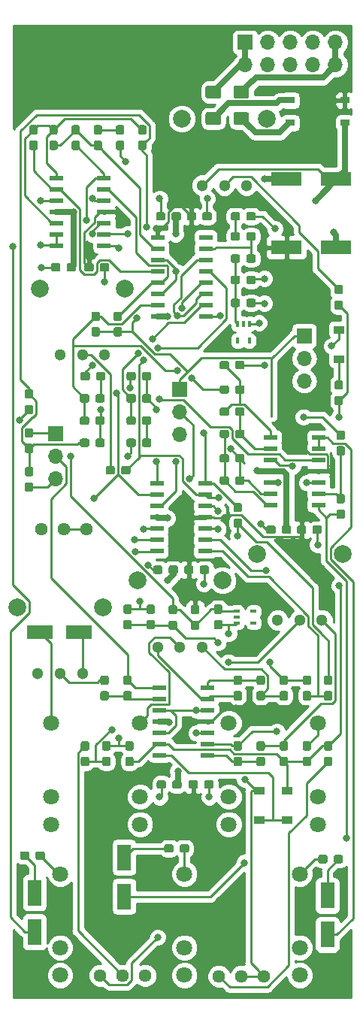
<source format=gbl>
G04 #@! TF.GenerationSoftware,KiCad,Pcbnew,(5.0.1-3-g963ef8bb5)*
G04 #@! TF.CreationDate,2020-06-22T21:03:06+02:00*
G04 #@! TF.ProjectId,Schraeg,536368726165672E6B696361645F7063,rev?*
G04 #@! TF.SameCoordinates,Original*
G04 #@! TF.FileFunction,Copper,L2,Bot,Signal*
G04 #@! TF.FilePolarity,Positive*
%FSLAX46Y46*%
G04 Gerber Fmt 4.6, Leading zero omitted, Abs format (unit mm)*
G04 Created by KiCad (PCBNEW (5.0.1-3-g963ef8bb5)) date Monday, 22 June 2020 at 21:03:06*
%MOMM*%
%LPD*%
G01*
G04 APERTURE LIST*
G04 #@! TA.AperFunction,SMDPad,CuDef*
%ADD10R,1.500000X0.600000*%
G04 #@! TD*
G04 #@! TA.AperFunction,ComponentPad*
%ADD11C,1.800000*%
G04 #@! TD*
G04 #@! TA.AperFunction,Conductor*
%ADD12C,0.100000*%
G04 #@! TD*
G04 #@! TA.AperFunction,SMDPad,CuDef*
%ADD13C,0.950000*%
G04 #@! TD*
G04 #@! TA.AperFunction,SMDPad,CuDef*
%ADD14R,3.000000X1.600000*%
G04 #@! TD*
G04 #@! TA.AperFunction,SMDPad,CuDef*
%ADD15R,1.600000X3.000000*%
G04 #@! TD*
G04 #@! TA.AperFunction,SMDPad,CuDef*
%ADD16R,3.500000X1.600000*%
G04 #@! TD*
G04 #@! TA.AperFunction,ComponentPad*
%ADD17C,1.300000*%
G04 #@! TD*
G04 #@! TA.AperFunction,ComponentPad*
%ADD18C,2.000000*%
G04 #@! TD*
G04 #@! TA.AperFunction,SMDPad,CuDef*
%ADD19R,1.200000X0.900000*%
G04 #@! TD*
G04 #@! TA.AperFunction,SMDPad,CuDef*
%ADD20R,0.650000X0.400000*%
G04 #@! TD*
G04 #@! TA.AperFunction,SMDPad,CuDef*
%ADD21R,1.000000X0.800000*%
G04 #@! TD*
G04 #@! TA.AperFunction,SMDPad,CuDef*
%ADD22R,0.400000X0.650000*%
G04 #@! TD*
G04 #@! TA.AperFunction,SMDPad,CuDef*
%ADD23C,1.425000*%
G04 #@! TD*
G04 #@! TA.AperFunction,ComponentPad*
%ADD24R,1.700000X1.700000*%
G04 #@! TD*
G04 #@! TA.AperFunction,ComponentPad*
%ADD25O,1.700000X1.700000*%
G04 #@! TD*
G04 #@! TA.AperFunction,ComponentPad*
%ADD26C,1.440000*%
G04 #@! TD*
G04 #@! TA.AperFunction,ViaPad*
%ADD27C,0.800000*%
G04 #@! TD*
G04 #@! TA.AperFunction,Conductor*
%ADD28C,0.700000*%
G04 #@! TD*
G04 #@! TA.AperFunction,Conductor*
%ADD29C,0.250000*%
G04 #@! TD*
G04 #@! TA.AperFunction,Conductor*
%ADD30C,0.254000*%
G04 #@! TD*
G04 APERTURE END LIST*
D10*
G04 #@! TO.P,U3,1*
G04 #@! TO.N,Net-(U3-Pad1)*
X67400000Y-33355000D03*
G04 #@! TO.P,U3,2*
G04 #@! TO.N,Net-(R12-Pad1)*
X67400000Y-34625000D03*
G04 #@! TO.P,U3,3*
G04 #@! TO.N,/Filter Core/RES_CV*
X67400000Y-35895000D03*
G04 #@! TO.P,U3,4*
G04 #@! TO.N,Net-(C3-Pad2)*
X67400000Y-37165000D03*
G04 #@! TO.P,U3,5*
G04 #@! TO.N,Net-(C9-Pad2)*
X67400000Y-38435000D03*
G04 #@! TO.P,U3,6*
G04 #@! TO.N,/Filter Core/RES_CV*
X67400000Y-39705000D03*
G04 #@! TO.P,U3,7*
G04 #@! TO.N,Net-(R29-Pad1)*
X67400000Y-40975000D03*
G04 #@! TO.P,U3,8*
G04 #@! TO.N,GND*
X67400000Y-42245000D03*
G04 #@! TO.P,U3,9*
G04 #@! TO.N,-12V*
X62000000Y-42245000D03*
G04 #@! TO.P,U3,10*
G04 #@! TO.N,Net-(C10-Pad2)*
X62000000Y-40975000D03*
G04 #@! TO.P,U3,11*
G04 #@! TO.N,/Filter Core/FREQ_CV*
X62000000Y-39705000D03*
G04 #@! TO.P,U3,12*
G04 #@! TO.N,Net-(C11-Pad2)*
X62000000Y-38435000D03*
G04 #@! TO.P,U3,13*
G04 #@! TO.N,Net-(C13-Pad2)*
X62000000Y-37165000D03*
G04 #@! TO.P,U3,14*
G04 #@! TO.N,/Filter Core/FREQ_CV*
X62000000Y-35895000D03*
G04 #@! TO.P,U3,15*
G04 #@! TO.N,Net-(R38-Pad1)*
X62000000Y-34625000D03*
G04 #@! TO.P,U3,16*
G04 #@! TO.N,+12V*
X62000000Y-33355000D03*
G04 #@! TD*
D11*
G04 #@! TO.P,AUDIO_IN1,2*
G04 #@! TO.N,GND*
X50000000Y-96380000D03*
G04 #@! TO.P,AUDIO_IN1,1*
X50000000Y-99480000D03*
G04 #@! TO.P,AUDIO_IN1,3*
G04 #@! TO.N,Net-(AUDIO_IN1-Pad3)*
X50000000Y-88080000D03*
G04 #@! TD*
G04 #@! TO.P,BP_OUT1,3*
G04 #@! TO.N,Net-(BP_OUT1-Pad3)*
X65000000Y-105080000D03*
G04 #@! TO.P,BP_OUT1,1*
G04 #@! TO.N,GND*
X65000000Y-116480000D03*
G04 #@! TO.P,BP_OUT1,2*
G04 #@! TO.N,Net-(BP_OUT1-Pad2)*
X65000000Y-113380000D03*
G04 #@! TD*
D12*
G04 #@! TO.N,Net-(C1-Pad1)*
G04 #@! TO.C,C1*
G36*
X71060779Y-30526144D02*
X71083834Y-30529563D01*
X71106443Y-30535227D01*
X71128387Y-30543079D01*
X71149457Y-30553044D01*
X71169448Y-30565026D01*
X71188168Y-30578910D01*
X71205438Y-30594562D01*
X71221090Y-30611832D01*
X71234974Y-30630552D01*
X71246956Y-30650543D01*
X71256921Y-30671613D01*
X71264773Y-30693557D01*
X71270437Y-30716166D01*
X71273856Y-30739221D01*
X71275000Y-30762500D01*
X71275000Y-31237500D01*
X71273856Y-31260779D01*
X71270437Y-31283834D01*
X71264773Y-31306443D01*
X71256921Y-31328387D01*
X71246956Y-31349457D01*
X71234974Y-31369448D01*
X71221090Y-31388168D01*
X71205438Y-31405438D01*
X71188168Y-31421090D01*
X71169448Y-31434974D01*
X71149457Y-31446956D01*
X71128387Y-31456921D01*
X71106443Y-31464773D01*
X71083834Y-31470437D01*
X71060779Y-31473856D01*
X71037500Y-31475000D01*
X70462500Y-31475000D01*
X70439221Y-31473856D01*
X70416166Y-31470437D01*
X70393557Y-31464773D01*
X70371613Y-31456921D01*
X70350543Y-31446956D01*
X70330552Y-31434974D01*
X70311832Y-31421090D01*
X70294562Y-31405438D01*
X70278910Y-31388168D01*
X70265026Y-31369448D01*
X70253044Y-31349457D01*
X70243079Y-31328387D01*
X70235227Y-31306443D01*
X70229563Y-31283834D01*
X70226144Y-31260779D01*
X70225000Y-31237500D01*
X70225000Y-30762500D01*
X70226144Y-30739221D01*
X70229563Y-30716166D01*
X70235227Y-30693557D01*
X70243079Y-30671613D01*
X70253044Y-30650543D01*
X70265026Y-30630552D01*
X70278910Y-30611832D01*
X70294562Y-30594562D01*
X70311832Y-30578910D01*
X70330552Y-30565026D01*
X70350543Y-30553044D01*
X70371613Y-30543079D01*
X70393557Y-30535227D01*
X70416166Y-30529563D01*
X70439221Y-30526144D01*
X70462500Y-30525000D01*
X71037500Y-30525000D01*
X71060779Y-30526144D01*
X71060779Y-30526144D01*
G37*
D13*
G04 #@! TD*
G04 #@! TO.P,C1,1*
G04 #@! TO.N,Net-(C1-Pad1)*
X70750000Y-31000000D03*
D12*
G04 #@! TO.N,GND*
G04 #@! TO.C,C1*
G36*
X72810779Y-30526144D02*
X72833834Y-30529563D01*
X72856443Y-30535227D01*
X72878387Y-30543079D01*
X72899457Y-30553044D01*
X72919448Y-30565026D01*
X72938168Y-30578910D01*
X72955438Y-30594562D01*
X72971090Y-30611832D01*
X72984974Y-30630552D01*
X72996956Y-30650543D01*
X73006921Y-30671613D01*
X73014773Y-30693557D01*
X73020437Y-30716166D01*
X73023856Y-30739221D01*
X73025000Y-30762500D01*
X73025000Y-31237500D01*
X73023856Y-31260779D01*
X73020437Y-31283834D01*
X73014773Y-31306443D01*
X73006921Y-31328387D01*
X72996956Y-31349457D01*
X72984974Y-31369448D01*
X72971090Y-31388168D01*
X72955438Y-31405438D01*
X72938168Y-31421090D01*
X72919448Y-31434974D01*
X72899457Y-31446956D01*
X72878387Y-31456921D01*
X72856443Y-31464773D01*
X72833834Y-31470437D01*
X72810779Y-31473856D01*
X72787500Y-31475000D01*
X72212500Y-31475000D01*
X72189221Y-31473856D01*
X72166166Y-31470437D01*
X72143557Y-31464773D01*
X72121613Y-31456921D01*
X72100543Y-31446956D01*
X72080552Y-31434974D01*
X72061832Y-31421090D01*
X72044562Y-31405438D01*
X72028910Y-31388168D01*
X72015026Y-31369448D01*
X72003044Y-31349457D01*
X71993079Y-31328387D01*
X71985227Y-31306443D01*
X71979563Y-31283834D01*
X71976144Y-31260779D01*
X71975000Y-31237500D01*
X71975000Y-30762500D01*
X71976144Y-30739221D01*
X71979563Y-30716166D01*
X71985227Y-30693557D01*
X71993079Y-30671613D01*
X72003044Y-30650543D01*
X72015026Y-30630552D01*
X72028910Y-30611832D01*
X72044562Y-30594562D01*
X72061832Y-30578910D01*
X72080552Y-30565026D01*
X72100543Y-30553044D01*
X72121613Y-30543079D01*
X72143557Y-30535227D01*
X72166166Y-30529563D01*
X72189221Y-30526144D01*
X72212500Y-30525000D01*
X72787500Y-30525000D01*
X72810779Y-30526144D01*
X72810779Y-30526144D01*
G37*
D13*
G04 #@! TD*
G04 #@! TO.P,C1,2*
G04 #@! TO.N,GND*
X72500000Y-31000000D03*
D14*
G04 #@! TO.P,C2,1*
G04 #@! TO.N,Net-(AUDIO_IN1-Pad3)*
X48700000Y-77800000D03*
G04 #@! TO.P,C2,2*
G04 #@! TO.N,Net-(C2-Pad2)*
X53100000Y-77800000D03*
G04 #@! TD*
D12*
G04 #@! TO.N,Net-(C3-Pad2)*
G04 #@! TO.C,C3*
G36*
X71260779Y-65026144D02*
X71283834Y-65029563D01*
X71306443Y-65035227D01*
X71328387Y-65043079D01*
X71349457Y-65053044D01*
X71369448Y-65065026D01*
X71388168Y-65078910D01*
X71405438Y-65094562D01*
X71421090Y-65111832D01*
X71434974Y-65130552D01*
X71446956Y-65150543D01*
X71456921Y-65171613D01*
X71464773Y-65193557D01*
X71470437Y-65216166D01*
X71473856Y-65239221D01*
X71475000Y-65262500D01*
X71475000Y-65837500D01*
X71473856Y-65860779D01*
X71470437Y-65883834D01*
X71464773Y-65906443D01*
X71456921Y-65928387D01*
X71446956Y-65949457D01*
X71434974Y-65969448D01*
X71421090Y-65988168D01*
X71405438Y-66005438D01*
X71388168Y-66021090D01*
X71369448Y-66034974D01*
X71349457Y-66046956D01*
X71328387Y-66056921D01*
X71306443Y-66064773D01*
X71283834Y-66070437D01*
X71260779Y-66073856D01*
X71237500Y-66075000D01*
X70762500Y-66075000D01*
X70739221Y-66073856D01*
X70716166Y-66070437D01*
X70693557Y-66064773D01*
X70671613Y-66056921D01*
X70650543Y-66046956D01*
X70630552Y-66034974D01*
X70611832Y-66021090D01*
X70594562Y-66005438D01*
X70578910Y-65988168D01*
X70565026Y-65969448D01*
X70553044Y-65949457D01*
X70543079Y-65928387D01*
X70535227Y-65906443D01*
X70529563Y-65883834D01*
X70526144Y-65860779D01*
X70525000Y-65837500D01*
X70525000Y-65262500D01*
X70526144Y-65239221D01*
X70529563Y-65216166D01*
X70535227Y-65193557D01*
X70543079Y-65171613D01*
X70553044Y-65150543D01*
X70565026Y-65130552D01*
X70578910Y-65111832D01*
X70594562Y-65094562D01*
X70611832Y-65078910D01*
X70630552Y-65065026D01*
X70650543Y-65053044D01*
X70671613Y-65043079D01*
X70693557Y-65035227D01*
X70716166Y-65029563D01*
X70739221Y-65026144D01*
X70762500Y-65025000D01*
X71237500Y-65025000D01*
X71260779Y-65026144D01*
X71260779Y-65026144D01*
G37*
D13*
G04 #@! TD*
G04 #@! TO.P,C3,2*
G04 #@! TO.N,Net-(C3-Pad2)*
X71000000Y-65550000D03*
D12*
G04 #@! TO.N,/Filter Core/RES_CV*
G04 #@! TO.C,C3*
G36*
X71260779Y-63276144D02*
X71283834Y-63279563D01*
X71306443Y-63285227D01*
X71328387Y-63293079D01*
X71349457Y-63303044D01*
X71369448Y-63315026D01*
X71388168Y-63328910D01*
X71405438Y-63344562D01*
X71421090Y-63361832D01*
X71434974Y-63380552D01*
X71446956Y-63400543D01*
X71456921Y-63421613D01*
X71464773Y-63443557D01*
X71470437Y-63466166D01*
X71473856Y-63489221D01*
X71475000Y-63512500D01*
X71475000Y-64087500D01*
X71473856Y-64110779D01*
X71470437Y-64133834D01*
X71464773Y-64156443D01*
X71456921Y-64178387D01*
X71446956Y-64199457D01*
X71434974Y-64219448D01*
X71421090Y-64238168D01*
X71405438Y-64255438D01*
X71388168Y-64271090D01*
X71369448Y-64284974D01*
X71349457Y-64296956D01*
X71328387Y-64306921D01*
X71306443Y-64314773D01*
X71283834Y-64320437D01*
X71260779Y-64323856D01*
X71237500Y-64325000D01*
X70762500Y-64325000D01*
X70739221Y-64323856D01*
X70716166Y-64320437D01*
X70693557Y-64314773D01*
X70671613Y-64306921D01*
X70650543Y-64296956D01*
X70630552Y-64284974D01*
X70611832Y-64271090D01*
X70594562Y-64255438D01*
X70578910Y-64238168D01*
X70565026Y-64219448D01*
X70553044Y-64199457D01*
X70543079Y-64178387D01*
X70535227Y-64156443D01*
X70529563Y-64133834D01*
X70526144Y-64110779D01*
X70525000Y-64087500D01*
X70525000Y-63512500D01*
X70526144Y-63489221D01*
X70529563Y-63466166D01*
X70535227Y-63443557D01*
X70543079Y-63421613D01*
X70553044Y-63400543D01*
X70565026Y-63380552D01*
X70578910Y-63361832D01*
X70594562Y-63344562D01*
X70611832Y-63328910D01*
X70630552Y-63315026D01*
X70650543Y-63303044D01*
X70671613Y-63293079D01*
X70693557Y-63285227D01*
X70716166Y-63279563D01*
X70739221Y-63276144D01*
X70762500Y-63275000D01*
X71237500Y-63275000D01*
X71260779Y-63276144D01*
X71260779Y-63276144D01*
G37*
D13*
G04 #@! TD*
G04 #@! TO.P,C3,1*
G04 #@! TO.N,/Filter Core/RES_CV*
X71000000Y-63800000D03*
D15*
G04 #@! TO.P,C4,2*
G04 #@! TO.N,Net-(C4-Pad2)*
X81100000Y-107500000D03*
G04 #@! TO.P,C4,1*
G04 #@! TO.N,/Filter Core/HP_OUT*
X81100000Y-111900000D03*
G04 #@! TD*
G04 #@! TO.P,C5,1*
G04 #@! TO.N,/Filter Core/BP_OUT*
X58200000Y-107600000D03*
G04 #@! TO.P,C5,2*
G04 #@! TO.N,Net-(C5-Pad2)*
X58200000Y-103200000D03*
G04 #@! TD*
G04 #@! TO.P,C6,2*
G04 #@! TO.N,Net-(C6-Pad2)*
X48100000Y-107200000D03*
G04 #@! TO.P,C6,1*
G04 #@! TO.N,/Filter Core/LP_OUT*
X48100000Y-111600000D03*
G04 #@! TD*
D12*
G04 #@! TO.N,GND*
G04 #@! TO.C,C7*
G36*
X59310779Y-56026144D02*
X59333834Y-56029563D01*
X59356443Y-56035227D01*
X59378387Y-56043079D01*
X59399457Y-56053044D01*
X59419448Y-56065026D01*
X59438168Y-56078910D01*
X59455438Y-56094562D01*
X59471090Y-56111832D01*
X59484974Y-56130552D01*
X59496956Y-56150543D01*
X59506921Y-56171613D01*
X59514773Y-56193557D01*
X59520437Y-56216166D01*
X59523856Y-56239221D01*
X59525000Y-56262500D01*
X59525000Y-56737500D01*
X59523856Y-56760779D01*
X59520437Y-56783834D01*
X59514773Y-56806443D01*
X59506921Y-56828387D01*
X59496956Y-56849457D01*
X59484974Y-56869448D01*
X59471090Y-56888168D01*
X59455438Y-56905438D01*
X59438168Y-56921090D01*
X59419448Y-56934974D01*
X59399457Y-56946956D01*
X59378387Y-56956921D01*
X59356443Y-56964773D01*
X59333834Y-56970437D01*
X59310779Y-56973856D01*
X59287500Y-56975000D01*
X58712500Y-56975000D01*
X58689221Y-56973856D01*
X58666166Y-56970437D01*
X58643557Y-56964773D01*
X58621613Y-56956921D01*
X58600543Y-56946956D01*
X58580552Y-56934974D01*
X58561832Y-56921090D01*
X58544562Y-56905438D01*
X58528910Y-56888168D01*
X58515026Y-56869448D01*
X58503044Y-56849457D01*
X58493079Y-56828387D01*
X58485227Y-56806443D01*
X58479563Y-56783834D01*
X58476144Y-56760779D01*
X58475000Y-56737500D01*
X58475000Y-56262500D01*
X58476144Y-56239221D01*
X58479563Y-56216166D01*
X58485227Y-56193557D01*
X58493079Y-56171613D01*
X58503044Y-56150543D01*
X58515026Y-56130552D01*
X58528910Y-56111832D01*
X58544562Y-56094562D01*
X58561832Y-56078910D01*
X58580552Y-56065026D01*
X58600543Y-56053044D01*
X58621613Y-56043079D01*
X58643557Y-56035227D01*
X58666166Y-56029563D01*
X58689221Y-56026144D01*
X58712500Y-56025000D01*
X59287500Y-56025000D01*
X59310779Y-56026144D01*
X59310779Y-56026144D01*
G37*
D13*
G04 #@! TD*
G04 #@! TO.P,C7,2*
G04 #@! TO.N,GND*
X59000000Y-56500000D03*
D12*
G04 #@! TO.N,Net-(C7-Pad1)*
G04 #@! TO.C,C7*
G36*
X61060779Y-56026144D02*
X61083834Y-56029563D01*
X61106443Y-56035227D01*
X61128387Y-56043079D01*
X61149457Y-56053044D01*
X61169448Y-56065026D01*
X61188168Y-56078910D01*
X61205438Y-56094562D01*
X61221090Y-56111832D01*
X61234974Y-56130552D01*
X61246956Y-56150543D01*
X61256921Y-56171613D01*
X61264773Y-56193557D01*
X61270437Y-56216166D01*
X61273856Y-56239221D01*
X61275000Y-56262500D01*
X61275000Y-56737500D01*
X61273856Y-56760779D01*
X61270437Y-56783834D01*
X61264773Y-56806443D01*
X61256921Y-56828387D01*
X61246956Y-56849457D01*
X61234974Y-56869448D01*
X61221090Y-56888168D01*
X61205438Y-56905438D01*
X61188168Y-56921090D01*
X61169448Y-56934974D01*
X61149457Y-56946956D01*
X61128387Y-56956921D01*
X61106443Y-56964773D01*
X61083834Y-56970437D01*
X61060779Y-56973856D01*
X61037500Y-56975000D01*
X60462500Y-56975000D01*
X60439221Y-56973856D01*
X60416166Y-56970437D01*
X60393557Y-56964773D01*
X60371613Y-56956921D01*
X60350543Y-56946956D01*
X60330552Y-56934974D01*
X60311832Y-56921090D01*
X60294562Y-56905438D01*
X60278910Y-56888168D01*
X60265026Y-56869448D01*
X60253044Y-56849457D01*
X60243079Y-56828387D01*
X60235227Y-56806443D01*
X60229563Y-56783834D01*
X60226144Y-56760779D01*
X60225000Y-56737500D01*
X60225000Y-56262500D01*
X60226144Y-56239221D01*
X60229563Y-56216166D01*
X60235227Y-56193557D01*
X60243079Y-56171613D01*
X60253044Y-56150543D01*
X60265026Y-56130552D01*
X60278910Y-56111832D01*
X60294562Y-56094562D01*
X60311832Y-56078910D01*
X60330552Y-56065026D01*
X60350543Y-56053044D01*
X60371613Y-56043079D01*
X60393557Y-56035227D01*
X60416166Y-56029563D01*
X60439221Y-56026144D01*
X60462500Y-56025000D01*
X61037500Y-56025000D01*
X61060779Y-56026144D01*
X61060779Y-56026144D01*
G37*
D13*
G04 #@! TD*
G04 #@! TO.P,C7,1*
G04 #@! TO.N,Net-(C7-Pad1)*
X60750000Y-56500000D03*
D12*
G04 #@! TO.N,Net-(C8-Pad1)*
G04 #@! TO.C,C8*
G36*
X55883589Y-48526144D02*
X55906644Y-48529563D01*
X55929253Y-48535227D01*
X55951197Y-48543079D01*
X55972267Y-48553044D01*
X55992258Y-48565026D01*
X56010978Y-48578910D01*
X56028248Y-48594562D01*
X56043900Y-48611832D01*
X56057784Y-48630552D01*
X56069766Y-48650543D01*
X56079731Y-48671613D01*
X56087583Y-48693557D01*
X56093247Y-48716166D01*
X56096666Y-48739221D01*
X56097810Y-48762500D01*
X56097810Y-49237500D01*
X56096666Y-49260779D01*
X56093247Y-49283834D01*
X56087583Y-49306443D01*
X56079731Y-49328387D01*
X56069766Y-49349457D01*
X56057784Y-49369448D01*
X56043900Y-49388168D01*
X56028248Y-49405438D01*
X56010978Y-49421090D01*
X55992258Y-49434974D01*
X55972267Y-49446956D01*
X55951197Y-49456921D01*
X55929253Y-49464773D01*
X55906644Y-49470437D01*
X55883589Y-49473856D01*
X55860310Y-49475000D01*
X55285310Y-49475000D01*
X55262031Y-49473856D01*
X55238976Y-49470437D01*
X55216367Y-49464773D01*
X55194423Y-49456921D01*
X55173353Y-49446956D01*
X55153362Y-49434974D01*
X55134642Y-49421090D01*
X55117372Y-49405438D01*
X55101720Y-49388168D01*
X55087836Y-49369448D01*
X55075854Y-49349457D01*
X55065889Y-49328387D01*
X55058037Y-49306443D01*
X55052373Y-49283834D01*
X55048954Y-49260779D01*
X55047810Y-49237500D01*
X55047810Y-48762500D01*
X55048954Y-48739221D01*
X55052373Y-48716166D01*
X55058037Y-48693557D01*
X55065889Y-48671613D01*
X55075854Y-48650543D01*
X55087836Y-48630552D01*
X55101720Y-48611832D01*
X55117372Y-48594562D01*
X55134642Y-48578910D01*
X55153362Y-48565026D01*
X55173353Y-48553044D01*
X55194423Y-48543079D01*
X55216367Y-48535227D01*
X55238976Y-48529563D01*
X55262031Y-48526144D01*
X55285310Y-48525000D01*
X55860310Y-48525000D01*
X55883589Y-48526144D01*
X55883589Y-48526144D01*
G37*
D13*
G04 #@! TD*
G04 #@! TO.P,C8,1*
G04 #@! TO.N,Net-(C8-Pad1)*
X55572810Y-49000000D03*
D12*
G04 #@! TO.N,GND*
G04 #@! TO.C,C8*
G36*
X54133589Y-48526144D02*
X54156644Y-48529563D01*
X54179253Y-48535227D01*
X54201197Y-48543079D01*
X54222267Y-48553044D01*
X54242258Y-48565026D01*
X54260978Y-48578910D01*
X54278248Y-48594562D01*
X54293900Y-48611832D01*
X54307784Y-48630552D01*
X54319766Y-48650543D01*
X54329731Y-48671613D01*
X54337583Y-48693557D01*
X54343247Y-48716166D01*
X54346666Y-48739221D01*
X54347810Y-48762500D01*
X54347810Y-49237500D01*
X54346666Y-49260779D01*
X54343247Y-49283834D01*
X54337583Y-49306443D01*
X54329731Y-49328387D01*
X54319766Y-49349457D01*
X54307784Y-49369448D01*
X54293900Y-49388168D01*
X54278248Y-49405438D01*
X54260978Y-49421090D01*
X54242258Y-49434974D01*
X54222267Y-49446956D01*
X54201197Y-49456921D01*
X54179253Y-49464773D01*
X54156644Y-49470437D01*
X54133589Y-49473856D01*
X54110310Y-49475000D01*
X53535310Y-49475000D01*
X53512031Y-49473856D01*
X53488976Y-49470437D01*
X53466367Y-49464773D01*
X53444423Y-49456921D01*
X53423353Y-49446956D01*
X53403362Y-49434974D01*
X53384642Y-49421090D01*
X53367372Y-49405438D01*
X53351720Y-49388168D01*
X53337836Y-49369448D01*
X53325854Y-49349457D01*
X53315889Y-49328387D01*
X53308037Y-49306443D01*
X53302373Y-49283834D01*
X53298954Y-49260779D01*
X53297810Y-49237500D01*
X53297810Y-48762500D01*
X53298954Y-48739221D01*
X53302373Y-48716166D01*
X53308037Y-48693557D01*
X53315889Y-48671613D01*
X53325854Y-48650543D01*
X53337836Y-48630552D01*
X53351720Y-48611832D01*
X53367372Y-48594562D01*
X53384642Y-48578910D01*
X53403362Y-48565026D01*
X53423353Y-48553044D01*
X53444423Y-48543079D01*
X53466367Y-48535227D01*
X53488976Y-48529563D01*
X53512031Y-48526144D01*
X53535310Y-48525000D01*
X54110310Y-48525000D01*
X54133589Y-48526144D01*
X54133589Y-48526144D01*
G37*
D13*
G04 #@! TD*
G04 #@! TO.P,C8,2*
G04 #@! TO.N,GND*
X53822810Y-49000000D03*
D12*
G04 #@! TO.N,Net-(C9-Pad1)*
G04 #@! TO.C,C9*
G36*
X69810779Y-57776144D02*
X69833834Y-57779563D01*
X69856443Y-57785227D01*
X69878387Y-57793079D01*
X69899457Y-57803044D01*
X69919448Y-57815026D01*
X69938168Y-57828910D01*
X69955438Y-57844562D01*
X69971090Y-57861832D01*
X69984974Y-57880552D01*
X69996956Y-57900543D01*
X70006921Y-57921613D01*
X70014773Y-57943557D01*
X70020437Y-57966166D01*
X70023856Y-57989221D01*
X70025000Y-58012500D01*
X70025000Y-58487500D01*
X70023856Y-58510779D01*
X70020437Y-58533834D01*
X70014773Y-58556443D01*
X70006921Y-58578387D01*
X69996956Y-58599457D01*
X69984974Y-58619448D01*
X69971090Y-58638168D01*
X69955438Y-58655438D01*
X69938168Y-58671090D01*
X69919448Y-58684974D01*
X69899457Y-58696956D01*
X69878387Y-58706921D01*
X69856443Y-58714773D01*
X69833834Y-58720437D01*
X69810779Y-58723856D01*
X69787500Y-58725000D01*
X69212500Y-58725000D01*
X69189221Y-58723856D01*
X69166166Y-58720437D01*
X69143557Y-58714773D01*
X69121613Y-58706921D01*
X69100543Y-58696956D01*
X69080552Y-58684974D01*
X69061832Y-58671090D01*
X69044562Y-58655438D01*
X69028910Y-58638168D01*
X69015026Y-58619448D01*
X69003044Y-58599457D01*
X68993079Y-58578387D01*
X68985227Y-58556443D01*
X68979563Y-58533834D01*
X68976144Y-58510779D01*
X68975000Y-58487500D01*
X68975000Y-58012500D01*
X68976144Y-57989221D01*
X68979563Y-57966166D01*
X68985227Y-57943557D01*
X68993079Y-57921613D01*
X69003044Y-57900543D01*
X69015026Y-57880552D01*
X69028910Y-57861832D01*
X69044562Y-57844562D01*
X69061832Y-57828910D01*
X69080552Y-57815026D01*
X69100543Y-57803044D01*
X69121613Y-57793079D01*
X69143557Y-57785227D01*
X69166166Y-57779563D01*
X69189221Y-57776144D01*
X69212500Y-57775000D01*
X69787500Y-57775000D01*
X69810779Y-57776144D01*
X69810779Y-57776144D01*
G37*
D13*
G04 #@! TD*
G04 #@! TO.P,C9,1*
G04 #@! TO.N,Net-(C9-Pad1)*
X69500000Y-58250000D03*
D12*
G04 #@! TO.N,Net-(C9-Pad2)*
G04 #@! TO.C,C9*
G36*
X71560779Y-57776144D02*
X71583834Y-57779563D01*
X71606443Y-57785227D01*
X71628387Y-57793079D01*
X71649457Y-57803044D01*
X71669448Y-57815026D01*
X71688168Y-57828910D01*
X71705438Y-57844562D01*
X71721090Y-57861832D01*
X71734974Y-57880552D01*
X71746956Y-57900543D01*
X71756921Y-57921613D01*
X71764773Y-57943557D01*
X71770437Y-57966166D01*
X71773856Y-57989221D01*
X71775000Y-58012500D01*
X71775000Y-58487500D01*
X71773856Y-58510779D01*
X71770437Y-58533834D01*
X71764773Y-58556443D01*
X71756921Y-58578387D01*
X71746956Y-58599457D01*
X71734974Y-58619448D01*
X71721090Y-58638168D01*
X71705438Y-58655438D01*
X71688168Y-58671090D01*
X71669448Y-58684974D01*
X71649457Y-58696956D01*
X71628387Y-58706921D01*
X71606443Y-58714773D01*
X71583834Y-58720437D01*
X71560779Y-58723856D01*
X71537500Y-58725000D01*
X70962500Y-58725000D01*
X70939221Y-58723856D01*
X70916166Y-58720437D01*
X70893557Y-58714773D01*
X70871613Y-58706921D01*
X70850543Y-58696956D01*
X70830552Y-58684974D01*
X70811832Y-58671090D01*
X70794562Y-58655438D01*
X70778910Y-58638168D01*
X70765026Y-58619448D01*
X70753044Y-58599457D01*
X70743079Y-58578387D01*
X70735227Y-58556443D01*
X70729563Y-58533834D01*
X70726144Y-58510779D01*
X70725000Y-58487500D01*
X70725000Y-58012500D01*
X70726144Y-57989221D01*
X70729563Y-57966166D01*
X70735227Y-57943557D01*
X70743079Y-57921613D01*
X70753044Y-57900543D01*
X70765026Y-57880552D01*
X70778910Y-57861832D01*
X70794562Y-57844562D01*
X70811832Y-57828910D01*
X70830552Y-57815026D01*
X70850543Y-57803044D01*
X70871613Y-57793079D01*
X70893557Y-57785227D01*
X70916166Y-57779563D01*
X70939221Y-57776144D01*
X70962500Y-57775000D01*
X71537500Y-57775000D01*
X71560779Y-57776144D01*
X71560779Y-57776144D01*
G37*
D13*
G04 #@! TD*
G04 #@! TO.P,C9,2*
G04 #@! TO.N,Net-(C9-Pad2)*
X71250000Y-58250000D03*
D12*
G04 #@! TO.N,/Filter Core/RES_MOD*
G04 #@! TO.C,C10*
G36*
X55260779Y-43476144D02*
X55283834Y-43479563D01*
X55306443Y-43485227D01*
X55328387Y-43493079D01*
X55349457Y-43503044D01*
X55369448Y-43515026D01*
X55388168Y-43528910D01*
X55405438Y-43544562D01*
X55421090Y-43561832D01*
X55434974Y-43580552D01*
X55446956Y-43600543D01*
X55456921Y-43621613D01*
X55464773Y-43643557D01*
X55470437Y-43666166D01*
X55473856Y-43689221D01*
X55475000Y-43712500D01*
X55475000Y-44287500D01*
X55473856Y-44310779D01*
X55470437Y-44333834D01*
X55464773Y-44356443D01*
X55456921Y-44378387D01*
X55446956Y-44399457D01*
X55434974Y-44419448D01*
X55421090Y-44438168D01*
X55405438Y-44455438D01*
X55388168Y-44471090D01*
X55369448Y-44484974D01*
X55349457Y-44496956D01*
X55328387Y-44506921D01*
X55306443Y-44514773D01*
X55283834Y-44520437D01*
X55260779Y-44523856D01*
X55237500Y-44525000D01*
X54762500Y-44525000D01*
X54739221Y-44523856D01*
X54716166Y-44520437D01*
X54693557Y-44514773D01*
X54671613Y-44506921D01*
X54650543Y-44496956D01*
X54630552Y-44484974D01*
X54611832Y-44471090D01*
X54594562Y-44455438D01*
X54578910Y-44438168D01*
X54565026Y-44419448D01*
X54553044Y-44399457D01*
X54543079Y-44378387D01*
X54535227Y-44356443D01*
X54529563Y-44333834D01*
X54526144Y-44310779D01*
X54525000Y-44287500D01*
X54525000Y-43712500D01*
X54526144Y-43689221D01*
X54529563Y-43666166D01*
X54535227Y-43643557D01*
X54543079Y-43621613D01*
X54553044Y-43600543D01*
X54565026Y-43580552D01*
X54578910Y-43561832D01*
X54594562Y-43544562D01*
X54611832Y-43528910D01*
X54630552Y-43515026D01*
X54650543Y-43503044D01*
X54671613Y-43493079D01*
X54693557Y-43485227D01*
X54716166Y-43479563D01*
X54739221Y-43476144D01*
X54762500Y-43475000D01*
X55237500Y-43475000D01*
X55260779Y-43476144D01*
X55260779Y-43476144D01*
G37*
D13*
G04 #@! TD*
G04 #@! TO.P,C10,1*
G04 #@! TO.N,/Filter Core/RES_MOD*
X55000000Y-44000000D03*
D12*
G04 #@! TO.N,Net-(C10-Pad2)*
G04 #@! TO.C,C10*
G36*
X55260779Y-41726144D02*
X55283834Y-41729563D01*
X55306443Y-41735227D01*
X55328387Y-41743079D01*
X55349457Y-41753044D01*
X55369448Y-41765026D01*
X55388168Y-41778910D01*
X55405438Y-41794562D01*
X55421090Y-41811832D01*
X55434974Y-41830552D01*
X55446956Y-41850543D01*
X55456921Y-41871613D01*
X55464773Y-41893557D01*
X55470437Y-41916166D01*
X55473856Y-41939221D01*
X55475000Y-41962500D01*
X55475000Y-42537500D01*
X55473856Y-42560779D01*
X55470437Y-42583834D01*
X55464773Y-42606443D01*
X55456921Y-42628387D01*
X55446956Y-42649457D01*
X55434974Y-42669448D01*
X55421090Y-42688168D01*
X55405438Y-42705438D01*
X55388168Y-42721090D01*
X55369448Y-42734974D01*
X55349457Y-42746956D01*
X55328387Y-42756921D01*
X55306443Y-42764773D01*
X55283834Y-42770437D01*
X55260779Y-42773856D01*
X55237500Y-42775000D01*
X54762500Y-42775000D01*
X54739221Y-42773856D01*
X54716166Y-42770437D01*
X54693557Y-42764773D01*
X54671613Y-42756921D01*
X54650543Y-42746956D01*
X54630552Y-42734974D01*
X54611832Y-42721090D01*
X54594562Y-42705438D01*
X54578910Y-42688168D01*
X54565026Y-42669448D01*
X54553044Y-42649457D01*
X54543079Y-42628387D01*
X54535227Y-42606443D01*
X54529563Y-42583834D01*
X54526144Y-42560779D01*
X54525000Y-42537500D01*
X54525000Y-41962500D01*
X54526144Y-41939221D01*
X54529563Y-41916166D01*
X54535227Y-41893557D01*
X54543079Y-41871613D01*
X54553044Y-41850543D01*
X54565026Y-41830552D01*
X54578910Y-41811832D01*
X54594562Y-41794562D01*
X54611832Y-41778910D01*
X54630552Y-41765026D01*
X54650543Y-41753044D01*
X54671613Y-41743079D01*
X54693557Y-41735227D01*
X54716166Y-41729563D01*
X54739221Y-41726144D01*
X54762500Y-41725000D01*
X55237500Y-41725000D01*
X55260779Y-41726144D01*
X55260779Y-41726144D01*
G37*
D13*
G04 #@! TD*
G04 #@! TO.P,C10,2*
G04 #@! TO.N,Net-(C10-Pad2)*
X55000000Y-42250000D03*
D12*
G04 #@! TO.N,Net-(C11-Pad2)*
G04 #@! TO.C,C11*
G36*
X57760779Y-41726144D02*
X57783834Y-41729563D01*
X57806443Y-41735227D01*
X57828387Y-41743079D01*
X57849457Y-41753044D01*
X57869448Y-41765026D01*
X57888168Y-41778910D01*
X57905438Y-41794562D01*
X57921090Y-41811832D01*
X57934974Y-41830552D01*
X57946956Y-41850543D01*
X57956921Y-41871613D01*
X57964773Y-41893557D01*
X57970437Y-41916166D01*
X57973856Y-41939221D01*
X57975000Y-41962500D01*
X57975000Y-42537500D01*
X57973856Y-42560779D01*
X57970437Y-42583834D01*
X57964773Y-42606443D01*
X57956921Y-42628387D01*
X57946956Y-42649457D01*
X57934974Y-42669448D01*
X57921090Y-42688168D01*
X57905438Y-42705438D01*
X57888168Y-42721090D01*
X57869448Y-42734974D01*
X57849457Y-42746956D01*
X57828387Y-42756921D01*
X57806443Y-42764773D01*
X57783834Y-42770437D01*
X57760779Y-42773856D01*
X57737500Y-42775000D01*
X57262500Y-42775000D01*
X57239221Y-42773856D01*
X57216166Y-42770437D01*
X57193557Y-42764773D01*
X57171613Y-42756921D01*
X57150543Y-42746956D01*
X57130552Y-42734974D01*
X57111832Y-42721090D01*
X57094562Y-42705438D01*
X57078910Y-42688168D01*
X57065026Y-42669448D01*
X57053044Y-42649457D01*
X57043079Y-42628387D01*
X57035227Y-42606443D01*
X57029563Y-42583834D01*
X57026144Y-42560779D01*
X57025000Y-42537500D01*
X57025000Y-41962500D01*
X57026144Y-41939221D01*
X57029563Y-41916166D01*
X57035227Y-41893557D01*
X57043079Y-41871613D01*
X57053044Y-41850543D01*
X57065026Y-41830552D01*
X57078910Y-41811832D01*
X57094562Y-41794562D01*
X57111832Y-41778910D01*
X57130552Y-41765026D01*
X57150543Y-41753044D01*
X57171613Y-41743079D01*
X57193557Y-41735227D01*
X57216166Y-41729563D01*
X57239221Y-41726144D01*
X57262500Y-41725000D01*
X57737500Y-41725000D01*
X57760779Y-41726144D01*
X57760779Y-41726144D01*
G37*
D13*
G04 #@! TD*
G04 #@! TO.P,C11,2*
G04 #@! TO.N,Net-(C11-Pad2)*
X57500000Y-42250000D03*
D12*
G04 #@! TO.N,/Filter Core/RES_MOD*
G04 #@! TO.C,C11*
G36*
X57760779Y-43476144D02*
X57783834Y-43479563D01*
X57806443Y-43485227D01*
X57828387Y-43493079D01*
X57849457Y-43503044D01*
X57869448Y-43515026D01*
X57888168Y-43528910D01*
X57905438Y-43544562D01*
X57921090Y-43561832D01*
X57934974Y-43580552D01*
X57946956Y-43600543D01*
X57956921Y-43621613D01*
X57964773Y-43643557D01*
X57970437Y-43666166D01*
X57973856Y-43689221D01*
X57975000Y-43712500D01*
X57975000Y-44287500D01*
X57973856Y-44310779D01*
X57970437Y-44333834D01*
X57964773Y-44356443D01*
X57956921Y-44378387D01*
X57946956Y-44399457D01*
X57934974Y-44419448D01*
X57921090Y-44438168D01*
X57905438Y-44455438D01*
X57888168Y-44471090D01*
X57869448Y-44484974D01*
X57849457Y-44496956D01*
X57828387Y-44506921D01*
X57806443Y-44514773D01*
X57783834Y-44520437D01*
X57760779Y-44523856D01*
X57737500Y-44525000D01*
X57262500Y-44525000D01*
X57239221Y-44523856D01*
X57216166Y-44520437D01*
X57193557Y-44514773D01*
X57171613Y-44506921D01*
X57150543Y-44496956D01*
X57130552Y-44484974D01*
X57111832Y-44471090D01*
X57094562Y-44455438D01*
X57078910Y-44438168D01*
X57065026Y-44419448D01*
X57053044Y-44399457D01*
X57043079Y-44378387D01*
X57035227Y-44356443D01*
X57029563Y-44333834D01*
X57026144Y-44310779D01*
X57025000Y-44287500D01*
X57025000Y-43712500D01*
X57026144Y-43689221D01*
X57029563Y-43666166D01*
X57035227Y-43643557D01*
X57043079Y-43621613D01*
X57053044Y-43600543D01*
X57065026Y-43580552D01*
X57078910Y-43561832D01*
X57094562Y-43544562D01*
X57111832Y-43528910D01*
X57130552Y-43515026D01*
X57150543Y-43503044D01*
X57171613Y-43493079D01*
X57193557Y-43485227D01*
X57216166Y-43479563D01*
X57239221Y-43476144D01*
X57262500Y-43475000D01*
X57737500Y-43475000D01*
X57760779Y-43476144D01*
X57760779Y-43476144D01*
G37*
D13*
G04 #@! TD*
G04 #@! TO.P,C11,1*
G04 #@! TO.N,/Filter Core/RES_MOD*
X57500000Y-44000000D03*
D12*
G04 #@! TO.N,GND*
G04 #@! TO.C,C12*
G36*
X58010779Y-22476144D02*
X58033834Y-22479563D01*
X58056443Y-22485227D01*
X58078387Y-22493079D01*
X58099457Y-22503044D01*
X58119448Y-22515026D01*
X58138168Y-22528910D01*
X58155438Y-22544562D01*
X58171090Y-22561832D01*
X58184974Y-22580552D01*
X58196956Y-22600543D01*
X58206921Y-22621613D01*
X58214773Y-22643557D01*
X58220437Y-22666166D01*
X58223856Y-22689221D01*
X58225000Y-22712500D01*
X58225000Y-23287500D01*
X58223856Y-23310779D01*
X58220437Y-23333834D01*
X58214773Y-23356443D01*
X58206921Y-23378387D01*
X58196956Y-23399457D01*
X58184974Y-23419448D01*
X58171090Y-23438168D01*
X58155438Y-23455438D01*
X58138168Y-23471090D01*
X58119448Y-23484974D01*
X58099457Y-23496956D01*
X58078387Y-23506921D01*
X58056443Y-23514773D01*
X58033834Y-23520437D01*
X58010779Y-23523856D01*
X57987500Y-23525000D01*
X57512500Y-23525000D01*
X57489221Y-23523856D01*
X57466166Y-23520437D01*
X57443557Y-23514773D01*
X57421613Y-23506921D01*
X57400543Y-23496956D01*
X57380552Y-23484974D01*
X57361832Y-23471090D01*
X57344562Y-23455438D01*
X57328910Y-23438168D01*
X57315026Y-23419448D01*
X57303044Y-23399457D01*
X57293079Y-23378387D01*
X57285227Y-23356443D01*
X57279563Y-23333834D01*
X57276144Y-23310779D01*
X57275000Y-23287500D01*
X57275000Y-22712500D01*
X57276144Y-22689221D01*
X57279563Y-22666166D01*
X57285227Y-22643557D01*
X57293079Y-22621613D01*
X57303044Y-22600543D01*
X57315026Y-22580552D01*
X57328910Y-22561832D01*
X57344562Y-22544562D01*
X57361832Y-22528910D01*
X57380552Y-22515026D01*
X57400543Y-22503044D01*
X57421613Y-22493079D01*
X57443557Y-22485227D01*
X57466166Y-22479563D01*
X57489221Y-22476144D01*
X57512500Y-22475000D01*
X57987500Y-22475000D01*
X58010779Y-22476144D01*
X58010779Y-22476144D01*
G37*
D13*
G04 #@! TD*
G04 #@! TO.P,C12,2*
G04 #@! TO.N,GND*
X57750000Y-23000000D03*
D12*
G04 #@! TO.N,Net-(C12-Pad1)*
G04 #@! TO.C,C12*
G36*
X58010779Y-20726144D02*
X58033834Y-20729563D01*
X58056443Y-20735227D01*
X58078387Y-20743079D01*
X58099457Y-20753044D01*
X58119448Y-20765026D01*
X58138168Y-20778910D01*
X58155438Y-20794562D01*
X58171090Y-20811832D01*
X58184974Y-20830552D01*
X58196956Y-20850543D01*
X58206921Y-20871613D01*
X58214773Y-20893557D01*
X58220437Y-20916166D01*
X58223856Y-20939221D01*
X58225000Y-20962500D01*
X58225000Y-21537500D01*
X58223856Y-21560779D01*
X58220437Y-21583834D01*
X58214773Y-21606443D01*
X58206921Y-21628387D01*
X58196956Y-21649457D01*
X58184974Y-21669448D01*
X58171090Y-21688168D01*
X58155438Y-21705438D01*
X58138168Y-21721090D01*
X58119448Y-21734974D01*
X58099457Y-21746956D01*
X58078387Y-21756921D01*
X58056443Y-21764773D01*
X58033834Y-21770437D01*
X58010779Y-21773856D01*
X57987500Y-21775000D01*
X57512500Y-21775000D01*
X57489221Y-21773856D01*
X57466166Y-21770437D01*
X57443557Y-21764773D01*
X57421613Y-21756921D01*
X57400543Y-21746956D01*
X57380552Y-21734974D01*
X57361832Y-21721090D01*
X57344562Y-21705438D01*
X57328910Y-21688168D01*
X57315026Y-21669448D01*
X57303044Y-21649457D01*
X57293079Y-21628387D01*
X57285227Y-21606443D01*
X57279563Y-21583834D01*
X57276144Y-21560779D01*
X57275000Y-21537500D01*
X57275000Y-20962500D01*
X57276144Y-20939221D01*
X57279563Y-20916166D01*
X57285227Y-20893557D01*
X57293079Y-20871613D01*
X57303044Y-20850543D01*
X57315026Y-20830552D01*
X57328910Y-20811832D01*
X57344562Y-20794562D01*
X57361832Y-20778910D01*
X57380552Y-20765026D01*
X57400543Y-20753044D01*
X57421613Y-20743079D01*
X57443557Y-20735227D01*
X57466166Y-20729563D01*
X57489221Y-20726144D01*
X57512500Y-20725000D01*
X57987500Y-20725000D01*
X58010779Y-20726144D01*
X58010779Y-20726144D01*
G37*
D13*
G04 #@! TD*
G04 #@! TO.P,C12,1*
G04 #@! TO.N,Net-(C12-Pad1)*
X57750000Y-21250000D03*
D12*
G04 #@! TO.N,Net-(C13-Pad1)*
G04 #@! TO.C,C13*
G36*
X48260779Y-20726144D02*
X48283834Y-20729563D01*
X48306443Y-20735227D01*
X48328387Y-20743079D01*
X48349457Y-20753044D01*
X48369448Y-20765026D01*
X48388168Y-20778910D01*
X48405438Y-20794562D01*
X48421090Y-20811832D01*
X48434974Y-20830552D01*
X48446956Y-20850543D01*
X48456921Y-20871613D01*
X48464773Y-20893557D01*
X48470437Y-20916166D01*
X48473856Y-20939221D01*
X48475000Y-20962500D01*
X48475000Y-21537500D01*
X48473856Y-21560779D01*
X48470437Y-21583834D01*
X48464773Y-21606443D01*
X48456921Y-21628387D01*
X48446956Y-21649457D01*
X48434974Y-21669448D01*
X48421090Y-21688168D01*
X48405438Y-21705438D01*
X48388168Y-21721090D01*
X48369448Y-21734974D01*
X48349457Y-21746956D01*
X48328387Y-21756921D01*
X48306443Y-21764773D01*
X48283834Y-21770437D01*
X48260779Y-21773856D01*
X48237500Y-21775000D01*
X47762500Y-21775000D01*
X47739221Y-21773856D01*
X47716166Y-21770437D01*
X47693557Y-21764773D01*
X47671613Y-21756921D01*
X47650543Y-21746956D01*
X47630552Y-21734974D01*
X47611832Y-21721090D01*
X47594562Y-21705438D01*
X47578910Y-21688168D01*
X47565026Y-21669448D01*
X47553044Y-21649457D01*
X47543079Y-21628387D01*
X47535227Y-21606443D01*
X47529563Y-21583834D01*
X47526144Y-21560779D01*
X47525000Y-21537500D01*
X47525000Y-20962500D01*
X47526144Y-20939221D01*
X47529563Y-20916166D01*
X47535227Y-20893557D01*
X47543079Y-20871613D01*
X47553044Y-20850543D01*
X47565026Y-20830552D01*
X47578910Y-20811832D01*
X47594562Y-20794562D01*
X47611832Y-20778910D01*
X47630552Y-20765026D01*
X47650543Y-20753044D01*
X47671613Y-20743079D01*
X47693557Y-20735227D01*
X47716166Y-20729563D01*
X47739221Y-20726144D01*
X47762500Y-20725000D01*
X48237500Y-20725000D01*
X48260779Y-20726144D01*
X48260779Y-20726144D01*
G37*
D13*
G04 #@! TD*
G04 #@! TO.P,C13,1*
G04 #@! TO.N,Net-(C13-Pad1)*
X48000000Y-21250000D03*
D12*
G04 #@! TO.N,Net-(C13-Pad2)*
G04 #@! TO.C,C13*
G36*
X48260779Y-22476144D02*
X48283834Y-22479563D01*
X48306443Y-22485227D01*
X48328387Y-22493079D01*
X48349457Y-22503044D01*
X48369448Y-22515026D01*
X48388168Y-22528910D01*
X48405438Y-22544562D01*
X48421090Y-22561832D01*
X48434974Y-22580552D01*
X48446956Y-22600543D01*
X48456921Y-22621613D01*
X48464773Y-22643557D01*
X48470437Y-22666166D01*
X48473856Y-22689221D01*
X48475000Y-22712500D01*
X48475000Y-23287500D01*
X48473856Y-23310779D01*
X48470437Y-23333834D01*
X48464773Y-23356443D01*
X48456921Y-23378387D01*
X48446956Y-23399457D01*
X48434974Y-23419448D01*
X48421090Y-23438168D01*
X48405438Y-23455438D01*
X48388168Y-23471090D01*
X48369448Y-23484974D01*
X48349457Y-23496956D01*
X48328387Y-23506921D01*
X48306443Y-23514773D01*
X48283834Y-23520437D01*
X48260779Y-23523856D01*
X48237500Y-23525000D01*
X47762500Y-23525000D01*
X47739221Y-23523856D01*
X47716166Y-23520437D01*
X47693557Y-23514773D01*
X47671613Y-23506921D01*
X47650543Y-23496956D01*
X47630552Y-23484974D01*
X47611832Y-23471090D01*
X47594562Y-23455438D01*
X47578910Y-23438168D01*
X47565026Y-23419448D01*
X47553044Y-23399457D01*
X47543079Y-23378387D01*
X47535227Y-23356443D01*
X47529563Y-23333834D01*
X47526144Y-23310779D01*
X47525000Y-23287500D01*
X47525000Y-22712500D01*
X47526144Y-22689221D01*
X47529563Y-22666166D01*
X47535227Y-22643557D01*
X47543079Y-22621613D01*
X47553044Y-22600543D01*
X47565026Y-22580552D01*
X47578910Y-22561832D01*
X47594562Y-22544562D01*
X47611832Y-22528910D01*
X47630552Y-22515026D01*
X47650543Y-22503044D01*
X47671613Y-22493079D01*
X47693557Y-22485227D01*
X47716166Y-22479563D01*
X47739221Y-22476144D01*
X47762500Y-22475000D01*
X48237500Y-22475000D01*
X48260779Y-22476144D01*
X48260779Y-22476144D01*
G37*
D13*
G04 #@! TD*
G04 #@! TO.P,C13,2*
G04 #@! TO.N,Net-(C13-Pad2)*
X48000000Y-23000000D03*
D12*
G04 #@! TO.N,5V_REF*
G04 #@! TO.C,C14*
G36*
X69060779Y-74726144D02*
X69083834Y-74729563D01*
X69106443Y-74735227D01*
X69128387Y-74743079D01*
X69149457Y-74753044D01*
X69169448Y-74765026D01*
X69188168Y-74778910D01*
X69205438Y-74794562D01*
X69221090Y-74811832D01*
X69234974Y-74830552D01*
X69246956Y-74850543D01*
X69256921Y-74871613D01*
X69264773Y-74893557D01*
X69270437Y-74916166D01*
X69273856Y-74939221D01*
X69275000Y-74962500D01*
X69275000Y-75537500D01*
X69273856Y-75560779D01*
X69270437Y-75583834D01*
X69264773Y-75606443D01*
X69256921Y-75628387D01*
X69246956Y-75649457D01*
X69234974Y-75669448D01*
X69221090Y-75688168D01*
X69205438Y-75705438D01*
X69188168Y-75721090D01*
X69169448Y-75734974D01*
X69149457Y-75746956D01*
X69128387Y-75756921D01*
X69106443Y-75764773D01*
X69083834Y-75770437D01*
X69060779Y-75773856D01*
X69037500Y-75775000D01*
X68562500Y-75775000D01*
X68539221Y-75773856D01*
X68516166Y-75770437D01*
X68493557Y-75764773D01*
X68471613Y-75756921D01*
X68450543Y-75746956D01*
X68430552Y-75734974D01*
X68411832Y-75721090D01*
X68394562Y-75705438D01*
X68378910Y-75688168D01*
X68365026Y-75669448D01*
X68353044Y-75649457D01*
X68343079Y-75628387D01*
X68335227Y-75606443D01*
X68329563Y-75583834D01*
X68326144Y-75560779D01*
X68325000Y-75537500D01*
X68325000Y-74962500D01*
X68326144Y-74939221D01*
X68329563Y-74916166D01*
X68335227Y-74893557D01*
X68343079Y-74871613D01*
X68353044Y-74850543D01*
X68365026Y-74830552D01*
X68378910Y-74811832D01*
X68394562Y-74794562D01*
X68411832Y-74778910D01*
X68430552Y-74765026D01*
X68450543Y-74753044D01*
X68471613Y-74743079D01*
X68493557Y-74735227D01*
X68516166Y-74729563D01*
X68539221Y-74726144D01*
X68562500Y-74725000D01*
X69037500Y-74725000D01*
X69060779Y-74726144D01*
X69060779Y-74726144D01*
G37*
D13*
G04 #@! TD*
G04 #@! TO.P,C14,1*
G04 #@! TO.N,5V_REF*
X68800000Y-75250000D03*
D12*
G04 #@! TO.N,GND*
G04 #@! TO.C,C14*
G36*
X69060779Y-76476144D02*
X69083834Y-76479563D01*
X69106443Y-76485227D01*
X69128387Y-76493079D01*
X69149457Y-76503044D01*
X69169448Y-76515026D01*
X69188168Y-76528910D01*
X69205438Y-76544562D01*
X69221090Y-76561832D01*
X69234974Y-76580552D01*
X69246956Y-76600543D01*
X69256921Y-76621613D01*
X69264773Y-76643557D01*
X69270437Y-76666166D01*
X69273856Y-76689221D01*
X69275000Y-76712500D01*
X69275000Y-77287500D01*
X69273856Y-77310779D01*
X69270437Y-77333834D01*
X69264773Y-77356443D01*
X69256921Y-77378387D01*
X69246956Y-77399457D01*
X69234974Y-77419448D01*
X69221090Y-77438168D01*
X69205438Y-77455438D01*
X69188168Y-77471090D01*
X69169448Y-77484974D01*
X69149457Y-77496956D01*
X69128387Y-77506921D01*
X69106443Y-77514773D01*
X69083834Y-77520437D01*
X69060779Y-77523856D01*
X69037500Y-77525000D01*
X68562500Y-77525000D01*
X68539221Y-77523856D01*
X68516166Y-77520437D01*
X68493557Y-77514773D01*
X68471613Y-77506921D01*
X68450543Y-77496956D01*
X68430552Y-77484974D01*
X68411832Y-77471090D01*
X68394562Y-77455438D01*
X68378910Y-77438168D01*
X68365026Y-77419448D01*
X68353044Y-77399457D01*
X68343079Y-77378387D01*
X68335227Y-77356443D01*
X68329563Y-77333834D01*
X68326144Y-77310779D01*
X68325000Y-77287500D01*
X68325000Y-76712500D01*
X68326144Y-76689221D01*
X68329563Y-76666166D01*
X68335227Y-76643557D01*
X68343079Y-76621613D01*
X68353044Y-76600543D01*
X68365026Y-76580552D01*
X68378910Y-76561832D01*
X68394562Y-76544562D01*
X68411832Y-76528910D01*
X68430552Y-76515026D01*
X68450543Y-76503044D01*
X68471613Y-76493079D01*
X68493557Y-76485227D01*
X68516166Y-76479563D01*
X68539221Y-76476144D01*
X68562500Y-76475000D01*
X69037500Y-76475000D01*
X69060779Y-76476144D01*
X69060779Y-76476144D01*
G37*
D13*
G04 #@! TD*
G04 #@! TO.P,C14,2*
G04 #@! TO.N,GND*
X68800000Y-77000000D03*
D12*
G04 #@! TO.N,GND*
G04 #@! TO.C,C15*
G36*
X58860779Y-74726144D02*
X58883834Y-74729563D01*
X58906443Y-74735227D01*
X58928387Y-74743079D01*
X58949457Y-74753044D01*
X58969448Y-74765026D01*
X58988168Y-74778910D01*
X59005438Y-74794562D01*
X59021090Y-74811832D01*
X59034974Y-74830552D01*
X59046956Y-74850543D01*
X59056921Y-74871613D01*
X59064773Y-74893557D01*
X59070437Y-74916166D01*
X59073856Y-74939221D01*
X59075000Y-74962500D01*
X59075000Y-75537500D01*
X59073856Y-75560779D01*
X59070437Y-75583834D01*
X59064773Y-75606443D01*
X59056921Y-75628387D01*
X59046956Y-75649457D01*
X59034974Y-75669448D01*
X59021090Y-75688168D01*
X59005438Y-75705438D01*
X58988168Y-75721090D01*
X58969448Y-75734974D01*
X58949457Y-75746956D01*
X58928387Y-75756921D01*
X58906443Y-75764773D01*
X58883834Y-75770437D01*
X58860779Y-75773856D01*
X58837500Y-75775000D01*
X58362500Y-75775000D01*
X58339221Y-75773856D01*
X58316166Y-75770437D01*
X58293557Y-75764773D01*
X58271613Y-75756921D01*
X58250543Y-75746956D01*
X58230552Y-75734974D01*
X58211832Y-75721090D01*
X58194562Y-75705438D01*
X58178910Y-75688168D01*
X58165026Y-75669448D01*
X58153044Y-75649457D01*
X58143079Y-75628387D01*
X58135227Y-75606443D01*
X58129563Y-75583834D01*
X58126144Y-75560779D01*
X58125000Y-75537500D01*
X58125000Y-74962500D01*
X58126144Y-74939221D01*
X58129563Y-74916166D01*
X58135227Y-74893557D01*
X58143079Y-74871613D01*
X58153044Y-74850543D01*
X58165026Y-74830552D01*
X58178910Y-74811832D01*
X58194562Y-74794562D01*
X58211832Y-74778910D01*
X58230552Y-74765026D01*
X58250543Y-74753044D01*
X58271613Y-74743079D01*
X58293557Y-74735227D01*
X58316166Y-74729563D01*
X58339221Y-74726144D01*
X58362500Y-74725000D01*
X58837500Y-74725000D01*
X58860779Y-74726144D01*
X58860779Y-74726144D01*
G37*
D13*
G04 #@! TD*
G04 #@! TO.P,C15,2*
G04 #@! TO.N,GND*
X58600000Y-75250000D03*
D12*
G04 #@! TO.N,0.16V_REF*
G04 #@! TO.C,C15*
G36*
X58860779Y-76476144D02*
X58883834Y-76479563D01*
X58906443Y-76485227D01*
X58928387Y-76493079D01*
X58949457Y-76503044D01*
X58969448Y-76515026D01*
X58988168Y-76528910D01*
X59005438Y-76544562D01*
X59021090Y-76561832D01*
X59034974Y-76580552D01*
X59046956Y-76600543D01*
X59056921Y-76621613D01*
X59064773Y-76643557D01*
X59070437Y-76666166D01*
X59073856Y-76689221D01*
X59075000Y-76712500D01*
X59075000Y-77287500D01*
X59073856Y-77310779D01*
X59070437Y-77333834D01*
X59064773Y-77356443D01*
X59056921Y-77378387D01*
X59046956Y-77399457D01*
X59034974Y-77419448D01*
X59021090Y-77438168D01*
X59005438Y-77455438D01*
X58988168Y-77471090D01*
X58969448Y-77484974D01*
X58949457Y-77496956D01*
X58928387Y-77506921D01*
X58906443Y-77514773D01*
X58883834Y-77520437D01*
X58860779Y-77523856D01*
X58837500Y-77525000D01*
X58362500Y-77525000D01*
X58339221Y-77523856D01*
X58316166Y-77520437D01*
X58293557Y-77514773D01*
X58271613Y-77506921D01*
X58250543Y-77496956D01*
X58230552Y-77484974D01*
X58211832Y-77471090D01*
X58194562Y-77455438D01*
X58178910Y-77438168D01*
X58165026Y-77419448D01*
X58153044Y-77399457D01*
X58143079Y-77378387D01*
X58135227Y-77356443D01*
X58129563Y-77333834D01*
X58126144Y-77310779D01*
X58125000Y-77287500D01*
X58125000Y-76712500D01*
X58126144Y-76689221D01*
X58129563Y-76666166D01*
X58135227Y-76643557D01*
X58143079Y-76621613D01*
X58153044Y-76600543D01*
X58165026Y-76580552D01*
X58178910Y-76561832D01*
X58194562Y-76544562D01*
X58211832Y-76528910D01*
X58230552Y-76515026D01*
X58250543Y-76503044D01*
X58271613Y-76493079D01*
X58293557Y-76485227D01*
X58316166Y-76479563D01*
X58339221Y-76476144D01*
X58362500Y-76475000D01*
X58837500Y-76475000D01*
X58860779Y-76476144D01*
X58860779Y-76476144D01*
G37*
D13*
G04 #@! TD*
G04 #@! TO.P,C15,1*
G04 #@! TO.N,0.16V_REF*
X58600000Y-77000000D03*
D16*
G04 #@! TO.P,C16,1*
G04 #@! TO.N,+12V*
X76500000Y-34500000D03*
G04 #@! TO.P,C16,2*
G04 #@! TO.N,GND*
X82100000Y-34500000D03*
G04 #@! TD*
G04 #@! TO.P,C17,2*
G04 #@! TO.N,-12V*
X82100000Y-26800000D03*
G04 #@! TO.P,C17,1*
G04 #@! TO.N,GND*
X76500000Y-26800000D03*
G04 #@! TD*
D12*
G04 #@! TO.N,-5V_REF*
G04 #@! TO.C,C18*
G36*
X71060779Y-40276144D02*
X71083834Y-40279563D01*
X71106443Y-40285227D01*
X71128387Y-40293079D01*
X71149457Y-40303044D01*
X71169448Y-40315026D01*
X71188168Y-40328910D01*
X71205438Y-40344562D01*
X71221090Y-40361832D01*
X71234974Y-40380552D01*
X71246956Y-40400543D01*
X71256921Y-40421613D01*
X71264773Y-40443557D01*
X71270437Y-40466166D01*
X71273856Y-40489221D01*
X71275000Y-40512500D01*
X71275000Y-40987500D01*
X71273856Y-41010779D01*
X71270437Y-41033834D01*
X71264773Y-41056443D01*
X71256921Y-41078387D01*
X71246956Y-41099457D01*
X71234974Y-41119448D01*
X71221090Y-41138168D01*
X71205438Y-41155438D01*
X71188168Y-41171090D01*
X71169448Y-41184974D01*
X71149457Y-41196956D01*
X71128387Y-41206921D01*
X71106443Y-41214773D01*
X71083834Y-41220437D01*
X71060779Y-41223856D01*
X71037500Y-41225000D01*
X70462500Y-41225000D01*
X70439221Y-41223856D01*
X70416166Y-41220437D01*
X70393557Y-41214773D01*
X70371613Y-41206921D01*
X70350543Y-41196956D01*
X70330552Y-41184974D01*
X70311832Y-41171090D01*
X70294562Y-41155438D01*
X70278910Y-41138168D01*
X70265026Y-41119448D01*
X70253044Y-41099457D01*
X70243079Y-41078387D01*
X70235227Y-41056443D01*
X70229563Y-41033834D01*
X70226144Y-41010779D01*
X70225000Y-40987500D01*
X70225000Y-40512500D01*
X70226144Y-40489221D01*
X70229563Y-40466166D01*
X70235227Y-40443557D01*
X70243079Y-40421613D01*
X70253044Y-40400543D01*
X70265026Y-40380552D01*
X70278910Y-40361832D01*
X70294562Y-40344562D01*
X70311832Y-40328910D01*
X70330552Y-40315026D01*
X70350543Y-40303044D01*
X70371613Y-40293079D01*
X70393557Y-40285227D01*
X70416166Y-40279563D01*
X70439221Y-40276144D01*
X70462500Y-40275000D01*
X71037500Y-40275000D01*
X71060779Y-40276144D01*
X71060779Y-40276144D01*
G37*
D13*
G04 #@! TD*
G04 #@! TO.P,C18,1*
G04 #@! TO.N,-5V_REF*
X70750000Y-40750000D03*
D12*
G04 #@! TO.N,GND*
G04 #@! TO.C,C18*
G36*
X72810779Y-40276144D02*
X72833834Y-40279563D01*
X72856443Y-40285227D01*
X72878387Y-40293079D01*
X72899457Y-40303044D01*
X72919448Y-40315026D01*
X72938168Y-40328910D01*
X72955438Y-40344562D01*
X72971090Y-40361832D01*
X72984974Y-40380552D01*
X72996956Y-40400543D01*
X73006921Y-40421613D01*
X73014773Y-40443557D01*
X73020437Y-40466166D01*
X73023856Y-40489221D01*
X73025000Y-40512500D01*
X73025000Y-40987500D01*
X73023856Y-41010779D01*
X73020437Y-41033834D01*
X73014773Y-41056443D01*
X73006921Y-41078387D01*
X72996956Y-41099457D01*
X72984974Y-41119448D01*
X72971090Y-41138168D01*
X72955438Y-41155438D01*
X72938168Y-41171090D01*
X72919448Y-41184974D01*
X72899457Y-41196956D01*
X72878387Y-41206921D01*
X72856443Y-41214773D01*
X72833834Y-41220437D01*
X72810779Y-41223856D01*
X72787500Y-41225000D01*
X72212500Y-41225000D01*
X72189221Y-41223856D01*
X72166166Y-41220437D01*
X72143557Y-41214773D01*
X72121613Y-41206921D01*
X72100543Y-41196956D01*
X72080552Y-41184974D01*
X72061832Y-41171090D01*
X72044562Y-41155438D01*
X72028910Y-41138168D01*
X72015026Y-41119448D01*
X72003044Y-41099457D01*
X71993079Y-41078387D01*
X71985227Y-41056443D01*
X71979563Y-41033834D01*
X71976144Y-41010779D01*
X71975000Y-40987500D01*
X71975000Y-40512500D01*
X71976144Y-40489221D01*
X71979563Y-40466166D01*
X71985227Y-40443557D01*
X71993079Y-40421613D01*
X72003044Y-40400543D01*
X72015026Y-40380552D01*
X72028910Y-40361832D01*
X72044562Y-40344562D01*
X72061832Y-40328910D01*
X72080552Y-40315026D01*
X72100543Y-40303044D01*
X72121613Y-40293079D01*
X72143557Y-40285227D01*
X72166166Y-40279563D01*
X72189221Y-40276144D01*
X72212500Y-40275000D01*
X72787500Y-40275000D01*
X72810779Y-40276144D01*
X72810779Y-40276144D01*
G37*
D13*
G04 #@! TD*
G04 #@! TO.P,C18,2*
G04 #@! TO.N,GND*
X72500000Y-40750000D03*
D12*
G04 #@! TO.N,GND*
G04 #@! TO.C,C19*
G36*
X68060779Y-94526144D02*
X68083834Y-94529563D01*
X68106443Y-94535227D01*
X68128387Y-94543079D01*
X68149457Y-94553044D01*
X68169448Y-94565026D01*
X68188168Y-94578910D01*
X68205438Y-94594562D01*
X68221090Y-94611832D01*
X68234974Y-94630552D01*
X68246956Y-94650543D01*
X68256921Y-94671613D01*
X68264773Y-94693557D01*
X68270437Y-94716166D01*
X68273856Y-94739221D01*
X68275000Y-94762500D01*
X68275000Y-95237500D01*
X68273856Y-95260779D01*
X68270437Y-95283834D01*
X68264773Y-95306443D01*
X68256921Y-95328387D01*
X68246956Y-95349457D01*
X68234974Y-95369448D01*
X68221090Y-95388168D01*
X68205438Y-95405438D01*
X68188168Y-95421090D01*
X68169448Y-95434974D01*
X68149457Y-95446956D01*
X68128387Y-95456921D01*
X68106443Y-95464773D01*
X68083834Y-95470437D01*
X68060779Y-95473856D01*
X68037500Y-95475000D01*
X67462500Y-95475000D01*
X67439221Y-95473856D01*
X67416166Y-95470437D01*
X67393557Y-95464773D01*
X67371613Y-95456921D01*
X67350543Y-95446956D01*
X67330552Y-95434974D01*
X67311832Y-95421090D01*
X67294562Y-95405438D01*
X67278910Y-95388168D01*
X67265026Y-95369448D01*
X67253044Y-95349457D01*
X67243079Y-95328387D01*
X67235227Y-95306443D01*
X67229563Y-95283834D01*
X67226144Y-95260779D01*
X67225000Y-95237500D01*
X67225000Y-94762500D01*
X67226144Y-94739221D01*
X67229563Y-94716166D01*
X67235227Y-94693557D01*
X67243079Y-94671613D01*
X67253044Y-94650543D01*
X67265026Y-94630552D01*
X67278910Y-94611832D01*
X67294562Y-94594562D01*
X67311832Y-94578910D01*
X67330552Y-94565026D01*
X67350543Y-94553044D01*
X67371613Y-94543079D01*
X67393557Y-94535227D01*
X67416166Y-94529563D01*
X67439221Y-94526144D01*
X67462500Y-94525000D01*
X68037500Y-94525000D01*
X68060779Y-94526144D01*
X68060779Y-94526144D01*
G37*
D13*
G04 #@! TD*
G04 #@! TO.P,C19,2*
G04 #@! TO.N,GND*
X67750000Y-95000000D03*
D12*
G04 #@! TO.N,+12V*
G04 #@! TO.C,C19*
G36*
X66310779Y-94526144D02*
X66333834Y-94529563D01*
X66356443Y-94535227D01*
X66378387Y-94543079D01*
X66399457Y-94553044D01*
X66419448Y-94565026D01*
X66438168Y-94578910D01*
X66455438Y-94594562D01*
X66471090Y-94611832D01*
X66484974Y-94630552D01*
X66496956Y-94650543D01*
X66506921Y-94671613D01*
X66514773Y-94693557D01*
X66520437Y-94716166D01*
X66523856Y-94739221D01*
X66525000Y-94762500D01*
X66525000Y-95237500D01*
X66523856Y-95260779D01*
X66520437Y-95283834D01*
X66514773Y-95306443D01*
X66506921Y-95328387D01*
X66496956Y-95349457D01*
X66484974Y-95369448D01*
X66471090Y-95388168D01*
X66455438Y-95405438D01*
X66438168Y-95421090D01*
X66419448Y-95434974D01*
X66399457Y-95446956D01*
X66378387Y-95456921D01*
X66356443Y-95464773D01*
X66333834Y-95470437D01*
X66310779Y-95473856D01*
X66287500Y-95475000D01*
X65712500Y-95475000D01*
X65689221Y-95473856D01*
X65666166Y-95470437D01*
X65643557Y-95464773D01*
X65621613Y-95456921D01*
X65600543Y-95446956D01*
X65580552Y-95434974D01*
X65561832Y-95421090D01*
X65544562Y-95405438D01*
X65528910Y-95388168D01*
X65515026Y-95369448D01*
X65503044Y-95349457D01*
X65493079Y-95328387D01*
X65485227Y-95306443D01*
X65479563Y-95283834D01*
X65476144Y-95260779D01*
X65475000Y-95237500D01*
X65475000Y-94762500D01*
X65476144Y-94739221D01*
X65479563Y-94716166D01*
X65485227Y-94693557D01*
X65493079Y-94671613D01*
X65503044Y-94650543D01*
X65515026Y-94630552D01*
X65528910Y-94611832D01*
X65544562Y-94594562D01*
X65561832Y-94578910D01*
X65580552Y-94565026D01*
X65600543Y-94553044D01*
X65621613Y-94543079D01*
X65643557Y-94535227D01*
X65666166Y-94529563D01*
X65689221Y-94526144D01*
X65712500Y-94525000D01*
X66287500Y-94525000D01*
X66310779Y-94526144D01*
X66310779Y-94526144D01*
G37*
D13*
G04 #@! TD*
G04 #@! TO.P,C19,1*
G04 #@! TO.N,+12V*
X66000000Y-95000000D03*
D12*
G04 #@! TO.N,GND*
G04 #@! TO.C,C20*
G36*
X62710779Y-94526144D02*
X62733834Y-94529563D01*
X62756443Y-94535227D01*
X62778387Y-94543079D01*
X62799457Y-94553044D01*
X62819448Y-94565026D01*
X62838168Y-94578910D01*
X62855438Y-94594562D01*
X62871090Y-94611832D01*
X62884974Y-94630552D01*
X62896956Y-94650543D01*
X62906921Y-94671613D01*
X62914773Y-94693557D01*
X62920437Y-94716166D01*
X62923856Y-94739221D01*
X62925000Y-94762500D01*
X62925000Y-95237500D01*
X62923856Y-95260779D01*
X62920437Y-95283834D01*
X62914773Y-95306443D01*
X62906921Y-95328387D01*
X62896956Y-95349457D01*
X62884974Y-95369448D01*
X62871090Y-95388168D01*
X62855438Y-95405438D01*
X62838168Y-95421090D01*
X62819448Y-95434974D01*
X62799457Y-95446956D01*
X62778387Y-95456921D01*
X62756443Y-95464773D01*
X62733834Y-95470437D01*
X62710779Y-95473856D01*
X62687500Y-95475000D01*
X62112500Y-95475000D01*
X62089221Y-95473856D01*
X62066166Y-95470437D01*
X62043557Y-95464773D01*
X62021613Y-95456921D01*
X62000543Y-95446956D01*
X61980552Y-95434974D01*
X61961832Y-95421090D01*
X61944562Y-95405438D01*
X61928910Y-95388168D01*
X61915026Y-95369448D01*
X61903044Y-95349457D01*
X61893079Y-95328387D01*
X61885227Y-95306443D01*
X61879563Y-95283834D01*
X61876144Y-95260779D01*
X61875000Y-95237500D01*
X61875000Y-94762500D01*
X61876144Y-94739221D01*
X61879563Y-94716166D01*
X61885227Y-94693557D01*
X61893079Y-94671613D01*
X61903044Y-94650543D01*
X61915026Y-94630552D01*
X61928910Y-94611832D01*
X61944562Y-94594562D01*
X61961832Y-94578910D01*
X61980552Y-94565026D01*
X62000543Y-94553044D01*
X62021613Y-94543079D01*
X62043557Y-94535227D01*
X62066166Y-94529563D01*
X62089221Y-94526144D01*
X62112500Y-94525000D01*
X62687500Y-94525000D01*
X62710779Y-94526144D01*
X62710779Y-94526144D01*
G37*
D13*
G04 #@! TD*
G04 #@! TO.P,C20,1*
G04 #@! TO.N,GND*
X62400000Y-95000000D03*
D12*
G04 #@! TO.N,-12V*
G04 #@! TO.C,C20*
G36*
X64460779Y-94526144D02*
X64483834Y-94529563D01*
X64506443Y-94535227D01*
X64528387Y-94543079D01*
X64549457Y-94553044D01*
X64569448Y-94565026D01*
X64588168Y-94578910D01*
X64605438Y-94594562D01*
X64621090Y-94611832D01*
X64634974Y-94630552D01*
X64646956Y-94650543D01*
X64656921Y-94671613D01*
X64664773Y-94693557D01*
X64670437Y-94716166D01*
X64673856Y-94739221D01*
X64675000Y-94762500D01*
X64675000Y-95237500D01*
X64673856Y-95260779D01*
X64670437Y-95283834D01*
X64664773Y-95306443D01*
X64656921Y-95328387D01*
X64646956Y-95349457D01*
X64634974Y-95369448D01*
X64621090Y-95388168D01*
X64605438Y-95405438D01*
X64588168Y-95421090D01*
X64569448Y-95434974D01*
X64549457Y-95446956D01*
X64528387Y-95456921D01*
X64506443Y-95464773D01*
X64483834Y-95470437D01*
X64460779Y-95473856D01*
X64437500Y-95475000D01*
X63862500Y-95475000D01*
X63839221Y-95473856D01*
X63816166Y-95470437D01*
X63793557Y-95464773D01*
X63771613Y-95456921D01*
X63750543Y-95446956D01*
X63730552Y-95434974D01*
X63711832Y-95421090D01*
X63694562Y-95405438D01*
X63678910Y-95388168D01*
X63665026Y-95369448D01*
X63653044Y-95349457D01*
X63643079Y-95328387D01*
X63635227Y-95306443D01*
X63629563Y-95283834D01*
X63626144Y-95260779D01*
X63625000Y-95237500D01*
X63625000Y-94762500D01*
X63626144Y-94739221D01*
X63629563Y-94716166D01*
X63635227Y-94693557D01*
X63643079Y-94671613D01*
X63653044Y-94650543D01*
X63665026Y-94630552D01*
X63678910Y-94611832D01*
X63694562Y-94594562D01*
X63711832Y-94578910D01*
X63730552Y-94565026D01*
X63750543Y-94553044D01*
X63771613Y-94543079D01*
X63793557Y-94535227D01*
X63816166Y-94529563D01*
X63839221Y-94526144D01*
X63862500Y-94525000D01*
X64437500Y-94525000D01*
X64460779Y-94526144D01*
X64460779Y-94526144D01*
G37*
D13*
G04 #@! TD*
G04 #@! TO.P,C20,2*
G04 #@! TO.N,-12V*
X64150000Y-95000000D03*
D12*
G04 #@! TO.N,+12V*
G04 #@! TO.C,C21*
G36*
X65810779Y-70326144D02*
X65833834Y-70329563D01*
X65856443Y-70335227D01*
X65878387Y-70343079D01*
X65899457Y-70353044D01*
X65919448Y-70365026D01*
X65938168Y-70378910D01*
X65955438Y-70394562D01*
X65971090Y-70411832D01*
X65984974Y-70430552D01*
X65996956Y-70450543D01*
X66006921Y-70471613D01*
X66014773Y-70493557D01*
X66020437Y-70516166D01*
X66023856Y-70539221D01*
X66025000Y-70562500D01*
X66025000Y-71037500D01*
X66023856Y-71060779D01*
X66020437Y-71083834D01*
X66014773Y-71106443D01*
X66006921Y-71128387D01*
X65996956Y-71149457D01*
X65984974Y-71169448D01*
X65971090Y-71188168D01*
X65955438Y-71205438D01*
X65938168Y-71221090D01*
X65919448Y-71234974D01*
X65899457Y-71246956D01*
X65878387Y-71256921D01*
X65856443Y-71264773D01*
X65833834Y-71270437D01*
X65810779Y-71273856D01*
X65787500Y-71275000D01*
X65212500Y-71275000D01*
X65189221Y-71273856D01*
X65166166Y-71270437D01*
X65143557Y-71264773D01*
X65121613Y-71256921D01*
X65100543Y-71246956D01*
X65080552Y-71234974D01*
X65061832Y-71221090D01*
X65044562Y-71205438D01*
X65028910Y-71188168D01*
X65015026Y-71169448D01*
X65003044Y-71149457D01*
X64993079Y-71128387D01*
X64985227Y-71106443D01*
X64979563Y-71083834D01*
X64976144Y-71060779D01*
X64975000Y-71037500D01*
X64975000Y-70562500D01*
X64976144Y-70539221D01*
X64979563Y-70516166D01*
X64985227Y-70493557D01*
X64993079Y-70471613D01*
X65003044Y-70450543D01*
X65015026Y-70430552D01*
X65028910Y-70411832D01*
X65044562Y-70394562D01*
X65061832Y-70378910D01*
X65080552Y-70365026D01*
X65100543Y-70353044D01*
X65121613Y-70343079D01*
X65143557Y-70335227D01*
X65166166Y-70329563D01*
X65189221Y-70326144D01*
X65212500Y-70325000D01*
X65787500Y-70325000D01*
X65810779Y-70326144D01*
X65810779Y-70326144D01*
G37*
D13*
G04 #@! TD*
G04 #@! TO.P,C21,1*
G04 #@! TO.N,+12V*
X65500000Y-70800000D03*
D12*
G04 #@! TO.N,GND*
G04 #@! TO.C,C21*
G36*
X67560779Y-70326144D02*
X67583834Y-70329563D01*
X67606443Y-70335227D01*
X67628387Y-70343079D01*
X67649457Y-70353044D01*
X67669448Y-70365026D01*
X67688168Y-70378910D01*
X67705438Y-70394562D01*
X67721090Y-70411832D01*
X67734974Y-70430552D01*
X67746956Y-70450543D01*
X67756921Y-70471613D01*
X67764773Y-70493557D01*
X67770437Y-70516166D01*
X67773856Y-70539221D01*
X67775000Y-70562500D01*
X67775000Y-71037500D01*
X67773856Y-71060779D01*
X67770437Y-71083834D01*
X67764773Y-71106443D01*
X67756921Y-71128387D01*
X67746956Y-71149457D01*
X67734974Y-71169448D01*
X67721090Y-71188168D01*
X67705438Y-71205438D01*
X67688168Y-71221090D01*
X67669448Y-71234974D01*
X67649457Y-71246956D01*
X67628387Y-71256921D01*
X67606443Y-71264773D01*
X67583834Y-71270437D01*
X67560779Y-71273856D01*
X67537500Y-71275000D01*
X66962500Y-71275000D01*
X66939221Y-71273856D01*
X66916166Y-71270437D01*
X66893557Y-71264773D01*
X66871613Y-71256921D01*
X66850543Y-71246956D01*
X66830552Y-71234974D01*
X66811832Y-71221090D01*
X66794562Y-71205438D01*
X66778910Y-71188168D01*
X66765026Y-71169448D01*
X66753044Y-71149457D01*
X66743079Y-71128387D01*
X66735227Y-71106443D01*
X66729563Y-71083834D01*
X66726144Y-71060779D01*
X66725000Y-71037500D01*
X66725000Y-70562500D01*
X66726144Y-70539221D01*
X66729563Y-70516166D01*
X66735227Y-70493557D01*
X66743079Y-70471613D01*
X66753044Y-70450543D01*
X66765026Y-70430552D01*
X66778910Y-70411832D01*
X66794562Y-70394562D01*
X66811832Y-70378910D01*
X66830552Y-70365026D01*
X66850543Y-70353044D01*
X66871613Y-70343079D01*
X66893557Y-70335227D01*
X66916166Y-70329563D01*
X66939221Y-70326144D01*
X66962500Y-70325000D01*
X67537500Y-70325000D01*
X67560779Y-70326144D01*
X67560779Y-70326144D01*
G37*
D13*
G04 #@! TD*
G04 #@! TO.P,C21,2*
G04 #@! TO.N,GND*
X67250000Y-70800000D03*
D12*
G04 #@! TO.N,-12V*
G04 #@! TO.C,C22*
G36*
X64060779Y-70326144D02*
X64083834Y-70329563D01*
X64106443Y-70335227D01*
X64128387Y-70343079D01*
X64149457Y-70353044D01*
X64169448Y-70365026D01*
X64188168Y-70378910D01*
X64205438Y-70394562D01*
X64221090Y-70411832D01*
X64234974Y-70430552D01*
X64246956Y-70450543D01*
X64256921Y-70471613D01*
X64264773Y-70493557D01*
X64270437Y-70516166D01*
X64273856Y-70539221D01*
X64275000Y-70562500D01*
X64275000Y-71037500D01*
X64273856Y-71060779D01*
X64270437Y-71083834D01*
X64264773Y-71106443D01*
X64256921Y-71128387D01*
X64246956Y-71149457D01*
X64234974Y-71169448D01*
X64221090Y-71188168D01*
X64205438Y-71205438D01*
X64188168Y-71221090D01*
X64169448Y-71234974D01*
X64149457Y-71246956D01*
X64128387Y-71256921D01*
X64106443Y-71264773D01*
X64083834Y-71270437D01*
X64060779Y-71273856D01*
X64037500Y-71275000D01*
X63462500Y-71275000D01*
X63439221Y-71273856D01*
X63416166Y-71270437D01*
X63393557Y-71264773D01*
X63371613Y-71256921D01*
X63350543Y-71246956D01*
X63330552Y-71234974D01*
X63311832Y-71221090D01*
X63294562Y-71205438D01*
X63278910Y-71188168D01*
X63265026Y-71169448D01*
X63253044Y-71149457D01*
X63243079Y-71128387D01*
X63235227Y-71106443D01*
X63229563Y-71083834D01*
X63226144Y-71060779D01*
X63225000Y-71037500D01*
X63225000Y-70562500D01*
X63226144Y-70539221D01*
X63229563Y-70516166D01*
X63235227Y-70493557D01*
X63243079Y-70471613D01*
X63253044Y-70450543D01*
X63265026Y-70430552D01*
X63278910Y-70411832D01*
X63294562Y-70394562D01*
X63311832Y-70378910D01*
X63330552Y-70365026D01*
X63350543Y-70353044D01*
X63371613Y-70343079D01*
X63393557Y-70335227D01*
X63416166Y-70329563D01*
X63439221Y-70326144D01*
X63462500Y-70325000D01*
X64037500Y-70325000D01*
X64060779Y-70326144D01*
X64060779Y-70326144D01*
G37*
D13*
G04 #@! TD*
G04 #@! TO.P,C22,2*
G04 #@! TO.N,-12V*
X63750000Y-70800000D03*
D12*
G04 #@! TO.N,GND*
G04 #@! TO.C,C22*
G36*
X62310779Y-70326144D02*
X62333834Y-70329563D01*
X62356443Y-70335227D01*
X62378387Y-70343079D01*
X62399457Y-70353044D01*
X62419448Y-70365026D01*
X62438168Y-70378910D01*
X62455438Y-70394562D01*
X62471090Y-70411832D01*
X62484974Y-70430552D01*
X62496956Y-70450543D01*
X62506921Y-70471613D01*
X62514773Y-70493557D01*
X62520437Y-70516166D01*
X62523856Y-70539221D01*
X62525000Y-70562500D01*
X62525000Y-71037500D01*
X62523856Y-71060779D01*
X62520437Y-71083834D01*
X62514773Y-71106443D01*
X62506921Y-71128387D01*
X62496956Y-71149457D01*
X62484974Y-71169448D01*
X62471090Y-71188168D01*
X62455438Y-71205438D01*
X62438168Y-71221090D01*
X62419448Y-71234974D01*
X62399457Y-71246956D01*
X62378387Y-71256921D01*
X62356443Y-71264773D01*
X62333834Y-71270437D01*
X62310779Y-71273856D01*
X62287500Y-71275000D01*
X61712500Y-71275000D01*
X61689221Y-71273856D01*
X61666166Y-71270437D01*
X61643557Y-71264773D01*
X61621613Y-71256921D01*
X61600543Y-71246956D01*
X61580552Y-71234974D01*
X61561832Y-71221090D01*
X61544562Y-71205438D01*
X61528910Y-71188168D01*
X61515026Y-71169448D01*
X61503044Y-71149457D01*
X61493079Y-71128387D01*
X61485227Y-71106443D01*
X61479563Y-71083834D01*
X61476144Y-71060779D01*
X61475000Y-71037500D01*
X61475000Y-70562500D01*
X61476144Y-70539221D01*
X61479563Y-70516166D01*
X61485227Y-70493557D01*
X61493079Y-70471613D01*
X61503044Y-70450543D01*
X61515026Y-70430552D01*
X61528910Y-70411832D01*
X61544562Y-70394562D01*
X61561832Y-70378910D01*
X61580552Y-70365026D01*
X61600543Y-70353044D01*
X61621613Y-70343079D01*
X61643557Y-70335227D01*
X61666166Y-70329563D01*
X61689221Y-70326144D01*
X61712500Y-70325000D01*
X62287500Y-70325000D01*
X62310779Y-70326144D01*
X62310779Y-70326144D01*
G37*
D13*
G04 #@! TD*
G04 #@! TO.P,C22,1*
G04 #@! TO.N,GND*
X62000000Y-70800000D03*
D12*
G04 #@! TO.N,GND*
G04 #@! TO.C,C23*
G36*
X80260779Y-65826144D02*
X80283834Y-65829563D01*
X80306443Y-65835227D01*
X80328387Y-65843079D01*
X80349457Y-65853044D01*
X80369448Y-65865026D01*
X80388168Y-65878910D01*
X80405438Y-65894562D01*
X80421090Y-65911832D01*
X80434974Y-65930552D01*
X80446956Y-65950543D01*
X80456921Y-65971613D01*
X80464773Y-65993557D01*
X80470437Y-66016166D01*
X80473856Y-66039221D01*
X80475000Y-66062500D01*
X80475000Y-66537500D01*
X80473856Y-66560779D01*
X80470437Y-66583834D01*
X80464773Y-66606443D01*
X80456921Y-66628387D01*
X80446956Y-66649457D01*
X80434974Y-66669448D01*
X80421090Y-66688168D01*
X80405438Y-66705438D01*
X80388168Y-66721090D01*
X80369448Y-66734974D01*
X80349457Y-66746956D01*
X80328387Y-66756921D01*
X80306443Y-66764773D01*
X80283834Y-66770437D01*
X80260779Y-66773856D01*
X80237500Y-66775000D01*
X79662500Y-66775000D01*
X79639221Y-66773856D01*
X79616166Y-66770437D01*
X79593557Y-66764773D01*
X79571613Y-66756921D01*
X79550543Y-66746956D01*
X79530552Y-66734974D01*
X79511832Y-66721090D01*
X79494562Y-66705438D01*
X79478910Y-66688168D01*
X79465026Y-66669448D01*
X79453044Y-66649457D01*
X79443079Y-66628387D01*
X79435227Y-66606443D01*
X79429563Y-66583834D01*
X79426144Y-66560779D01*
X79425000Y-66537500D01*
X79425000Y-66062500D01*
X79426144Y-66039221D01*
X79429563Y-66016166D01*
X79435227Y-65993557D01*
X79443079Y-65971613D01*
X79453044Y-65950543D01*
X79465026Y-65930552D01*
X79478910Y-65911832D01*
X79494562Y-65894562D01*
X79511832Y-65878910D01*
X79530552Y-65865026D01*
X79550543Y-65853044D01*
X79571613Y-65843079D01*
X79593557Y-65835227D01*
X79616166Y-65829563D01*
X79639221Y-65826144D01*
X79662500Y-65825000D01*
X80237500Y-65825000D01*
X80260779Y-65826144D01*
X80260779Y-65826144D01*
G37*
D13*
G04 #@! TD*
G04 #@! TO.P,C23,2*
G04 #@! TO.N,GND*
X79950000Y-66300000D03*
D12*
G04 #@! TO.N,+12V*
G04 #@! TO.C,C23*
G36*
X78510779Y-65826144D02*
X78533834Y-65829563D01*
X78556443Y-65835227D01*
X78578387Y-65843079D01*
X78599457Y-65853044D01*
X78619448Y-65865026D01*
X78638168Y-65878910D01*
X78655438Y-65894562D01*
X78671090Y-65911832D01*
X78684974Y-65930552D01*
X78696956Y-65950543D01*
X78706921Y-65971613D01*
X78714773Y-65993557D01*
X78720437Y-66016166D01*
X78723856Y-66039221D01*
X78725000Y-66062500D01*
X78725000Y-66537500D01*
X78723856Y-66560779D01*
X78720437Y-66583834D01*
X78714773Y-66606443D01*
X78706921Y-66628387D01*
X78696956Y-66649457D01*
X78684974Y-66669448D01*
X78671090Y-66688168D01*
X78655438Y-66705438D01*
X78638168Y-66721090D01*
X78619448Y-66734974D01*
X78599457Y-66746956D01*
X78578387Y-66756921D01*
X78556443Y-66764773D01*
X78533834Y-66770437D01*
X78510779Y-66773856D01*
X78487500Y-66775000D01*
X77912500Y-66775000D01*
X77889221Y-66773856D01*
X77866166Y-66770437D01*
X77843557Y-66764773D01*
X77821613Y-66756921D01*
X77800543Y-66746956D01*
X77780552Y-66734974D01*
X77761832Y-66721090D01*
X77744562Y-66705438D01*
X77728910Y-66688168D01*
X77715026Y-66669448D01*
X77703044Y-66649457D01*
X77693079Y-66628387D01*
X77685227Y-66606443D01*
X77679563Y-66583834D01*
X77676144Y-66560779D01*
X77675000Y-66537500D01*
X77675000Y-66062500D01*
X77676144Y-66039221D01*
X77679563Y-66016166D01*
X77685227Y-65993557D01*
X77693079Y-65971613D01*
X77703044Y-65950543D01*
X77715026Y-65930552D01*
X77728910Y-65911832D01*
X77744562Y-65894562D01*
X77761832Y-65878910D01*
X77780552Y-65865026D01*
X77800543Y-65853044D01*
X77821613Y-65843079D01*
X77843557Y-65835227D01*
X77866166Y-65829563D01*
X77889221Y-65826144D01*
X77912500Y-65825000D01*
X78487500Y-65825000D01*
X78510779Y-65826144D01*
X78510779Y-65826144D01*
G37*
D13*
G04 #@! TD*
G04 #@! TO.P,C23,1*
G04 #@! TO.N,+12V*
X78200000Y-66300000D03*
D12*
G04 #@! TO.N,GND*
G04 #@! TO.C,C24*
G36*
X75060779Y-65826144D02*
X75083834Y-65829563D01*
X75106443Y-65835227D01*
X75128387Y-65843079D01*
X75149457Y-65853044D01*
X75169448Y-65865026D01*
X75188168Y-65878910D01*
X75205438Y-65894562D01*
X75221090Y-65911832D01*
X75234974Y-65930552D01*
X75246956Y-65950543D01*
X75256921Y-65971613D01*
X75264773Y-65993557D01*
X75270437Y-66016166D01*
X75273856Y-66039221D01*
X75275000Y-66062500D01*
X75275000Y-66537500D01*
X75273856Y-66560779D01*
X75270437Y-66583834D01*
X75264773Y-66606443D01*
X75256921Y-66628387D01*
X75246956Y-66649457D01*
X75234974Y-66669448D01*
X75221090Y-66688168D01*
X75205438Y-66705438D01*
X75188168Y-66721090D01*
X75169448Y-66734974D01*
X75149457Y-66746956D01*
X75128387Y-66756921D01*
X75106443Y-66764773D01*
X75083834Y-66770437D01*
X75060779Y-66773856D01*
X75037500Y-66775000D01*
X74462500Y-66775000D01*
X74439221Y-66773856D01*
X74416166Y-66770437D01*
X74393557Y-66764773D01*
X74371613Y-66756921D01*
X74350543Y-66746956D01*
X74330552Y-66734974D01*
X74311832Y-66721090D01*
X74294562Y-66705438D01*
X74278910Y-66688168D01*
X74265026Y-66669448D01*
X74253044Y-66649457D01*
X74243079Y-66628387D01*
X74235227Y-66606443D01*
X74229563Y-66583834D01*
X74226144Y-66560779D01*
X74225000Y-66537500D01*
X74225000Y-66062500D01*
X74226144Y-66039221D01*
X74229563Y-66016166D01*
X74235227Y-65993557D01*
X74243079Y-65971613D01*
X74253044Y-65950543D01*
X74265026Y-65930552D01*
X74278910Y-65911832D01*
X74294562Y-65894562D01*
X74311832Y-65878910D01*
X74330552Y-65865026D01*
X74350543Y-65853044D01*
X74371613Y-65843079D01*
X74393557Y-65835227D01*
X74416166Y-65829563D01*
X74439221Y-65826144D01*
X74462500Y-65825000D01*
X75037500Y-65825000D01*
X75060779Y-65826144D01*
X75060779Y-65826144D01*
G37*
D13*
G04 #@! TD*
G04 #@! TO.P,C24,1*
G04 #@! TO.N,GND*
X74750000Y-66300000D03*
D12*
G04 #@! TO.N,-12V*
G04 #@! TO.C,C24*
G36*
X76810779Y-65826144D02*
X76833834Y-65829563D01*
X76856443Y-65835227D01*
X76878387Y-65843079D01*
X76899457Y-65853044D01*
X76919448Y-65865026D01*
X76938168Y-65878910D01*
X76955438Y-65894562D01*
X76971090Y-65911832D01*
X76984974Y-65930552D01*
X76996956Y-65950543D01*
X77006921Y-65971613D01*
X77014773Y-65993557D01*
X77020437Y-66016166D01*
X77023856Y-66039221D01*
X77025000Y-66062500D01*
X77025000Y-66537500D01*
X77023856Y-66560779D01*
X77020437Y-66583834D01*
X77014773Y-66606443D01*
X77006921Y-66628387D01*
X76996956Y-66649457D01*
X76984974Y-66669448D01*
X76971090Y-66688168D01*
X76955438Y-66705438D01*
X76938168Y-66721090D01*
X76919448Y-66734974D01*
X76899457Y-66746956D01*
X76878387Y-66756921D01*
X76856443Y-66764773D01*
X76833834Y-66770437D01*
X76810779Y-66773856D01*
X76787500Y-66775000D01*
X76212500Y-66775000D01*
X76189221Y-66773856D01*
X76166166Y-66770437D01*
X76143557Y-66764773D01*
X76121613Y-66756921D01*
X76100543Y-66746956D01*
X76080552Y-66734974D01*
X76061832Y-66721090D01*
X76044562Y-66705438D01*
X76028910Y-66688168D01*
X76015026Y-66669448D01*
X76003044Y-66649457D01*
X75993079Y-66628387D01*
X75985227Y-66606443D01*
X75979563Y-66583834D01*
X75976144Y-66560779D01*
X75975000Y-66537500D01*
X75975000Y-66062500D01*
X75976144Y-66039221D01*
X75979563Y-66016166D01*
X75985227Y-65993557D01*
X75993079Y-65971613D01*
X76003044Y-65950543D01*
X76015026Y-65930552D01*
X76028910Y-65911832D01*
X76044562Y-65894562D01*
X76061832Y-65878910D01*
X76080552Y-65865026D01*
X76100543Y-65853044D01*
X76121613Y-65843079D01*
X76143557Y-65835227D01*
X76166166Y-65829563D01*
X76189221Y-65826144D01*
X76212500Y-65825000D01*
X76787500Y-65825000D01*
X76810779Y-65826144D01*
X76810779Y-65826144D01*
G37*
D13*
G04 #@! TD*
G04 #@! TO.P,C24,2*
G04 #@! TO.N,-12V*
X76500000Y-66300000D03*
D12*
G04 #@! TO.N,GND*
G04 #@! TO.C,C25*
G36*
X67860779Y-30526144D02*
X67883834Y-30529563D01*
X67906443Y-30535227D01*
X67928387Y-30543079D01*
X67949457Y-30553044D01*
X67969448Y-30565026D01*
X67988168Y-30578910D01*
X68005438Y-30594562D01*
X68021090Y-30611832D01*
X68034974Y-30630552D01*
X68046956Y-30650543D01*
X68056921Y-30671613D01*
X68064773Y-30693557D01*
X68070437Y-30716166D01*
X68073856Y-30739221D01*
X68075000Y-30762500D01*
X68075000Y-31237500D01*
X68073856Y-31260779D01*
X68070437Y-31283834D01*
X68064773Y-31306443D01*
X68056921Y-31328387D01*
X68046956Y-31349457D01*
X68034974Y-31369448D01*
X68021090Y-31388168D01*
X68005438Y-31405438D01*
X67988168Y-31421090D01*
X67969448Y-31434974D01*
X67949457Y-31446956D01*
X67928387Y-31456921D01*
X67906443Y-31464773D01*
X67883834Y-31470437D01*
X67860779Y-31473856D01*
X67837500Y-31475000D01*
X67262500Y-31475000D01*
X67239221Y-31473856D01*
X67216166Y-31470437D01*
X67193557Y-31464773D01*
X67171613Y-31456921D01*
X67150543Y-31446956D01*
X67130552Y-31434974D01*
X67111832Y-31421090D01*
X67094562Y-31405438D01*
X67078910Y-31388168D01*
X67065026Y-31369448D01*
X67053044Y-31349457D01*
X67043079Y-31328387D01*
X67035227Y-31306443D01*
X67029563Y-31283834D01*
X67026144Y-31260779D01*
X67025000Y-31237500D01*
X67025000Y-30762500D01*
X67026144Y-30739221D01*
X67029563Y-30716166D01*
X67035227Y-30693557D01*
X67043079Y-30671613D01*
X67053044Y-30650543D01*
X67065026Y-30630552D01*
X67078910Y-30611832D01*
X67094562Y-30594562D01*
X67111832Y-30578910D01*
X67130552Y-30565026D01*
X67150543Y-30553044D01*
X67171613Y-30543079D01*
X67193557Y-30535227D01*
X67216166Y-30529563D01*
X67239221Y-30526144D01*
X67262500Y-30525000D01*
X67837500Y-30525000D01*
X67860779Y-30526144D01*
X67860779Y-30526144D01*
G37*
D13*
G04 #@! TD*
G04 #@! TO.P,C25,2*
G04 #@! TO.N,GND*
X67550000Y-31000000D03*
D12*
G04 #@! TO.N,+12V*
G04 #@! TO.C,C25*
G36*
X66110779Y-30526144D02*
X66133834Y-30529563D01*
X66156443Y-30535227D01*
X66178387Y-30543079D01*
X66199457Y-30553044D01*
X66219448Y-30565026D01*
X66238168Y-30578910D01*
X66255438Y-30594562D01*
X66271090Y-30611832D01*
X66284974Y-30630552D01*
X66296956Y-30650543D01*
X66306921Y-30671613D01*
X66314773Y-30693557D01*
X66320437Y-30716166D01*
X66323856Y-30739221D01*
X66325000Y-30762500D01*
X66325000Y-31237500D01*
X66323856Y-31260779D01*
X66320437Y-31283834D01*
X66314773Y-31306443D01*
X66306921Y-31328387D01*
X66296956Y-31349457D01*
X66284974Y-31369448D01*
X66271090Y-31388168D01*
X66255438Y-31405438D01*
X66238168Y-31421090D01*
X66219448Y-31434974D01*
X66199457Y-31446956D01*
X66178387Y-31456921D01*
X66156443Y-31464773D01*
X66133834Y-31470437D01*
X66110779Y-31473856D01*
X66087500Y-31475000D01*
X65512500Y-31475000D01*
X65489221Y-31473856D01*
X65466166Y-31470437D01*
X65443557Y-31464773D01*
X65421613Y-31456921D01*
X65400543Y-31446956D01*
X65380552Y-31434974D01*
X65361832Y-31421090D01*
X65344562Y-31405438D01*
X65328910Y-31388168D01*
X65315026Y-31369448D01*
X65303044Y-31349457D01*
X65293079Y-31328387D01*
X65285227Y-31306443D01*
X65279563Y-31283834D01*
X65276144Y-31260779D01*
X65275000Y-31237500D01*
X65275000Y-30762500D01*
X65276144Y-30739221D01*
X65279563Y-30716166D01*
X65285227Y-30693557D01*
X65293079Y-30671613D01*
X65303044Y-30650543D01*
X65315026Y-30630552D01*
X65328910Y-30611832D01*
X65344562Y-30594562D01*
X65361832Y-30578910D01*
X65380552Y-30565026D01*
X65400543Y-30553044D01*
X65421613Y-30543079D01*
X65443557Y-30535227D01*
X65466166Y-30529563D01*
X65489221Y-30526144D01*
X65512500Y-30525000D01*
X66087500Y-30525000D01*
X66110779Y-30526144D01*
X66110779Y-30526144D01*
G37*
D13*
G04 #@! TD*
G04 #@! TO.P,C25,1*
G04 #@! TO.N,+12V*
X65800000Y-31000000D03*
D12*
G04 #@! TO.N,GND*
G04 #@! TO.C,C26*
G36*
X62635779Y-30526144D02*
X62658834Y-30529563D01*
X62681443Y-30535227D01*
X62703387Y-30543079D01*
X62724457Y-30553044D01*
X62744448Y-30565026D01*
X62763168Y-30578910D01*
X62780438Y-30594562D01*
X62796090Y-30611832D01*
X62809974Y-30630552D01*
X62821956Y-30650543D01*
X62831921Y-30671613D01*
X62839773Y-30693557D01*
X62845437Y-30716166D01*
X62848856Y-30739221D01*
X62850000Y-30762500D01*
X62850000Y-31237500D01*
X62848856Y-31260779D01*
X62845437Y-31283834D01*
X62839773Y-31306443D01*
X62831921Y-31328387D01*
X62821956Y-31349457D01*
X62809974Y-31369448D01*
X62796090Y-31388168D01*
X62780438Y-31405438D01*
X62763168Y-31421090D01*
X62744448Y-31434974D01*
X62724457Y-31446956D01*
X62703387Y-31456921D01*
X62681443Y-31464773D01*
X62658834Y-31470437D01*
X62635779Y-31473856D01*
X62612500Y-31475000D01*
X62037500Y-31475000D01*
X62014221Y-31473856D01*
X61991166Y-31470437D01*
X61968557Y-31464773D01*
X61946613Y-31456921D01*
X61925543Y-31446956D01*
X61905552Y-31434974D01*
X61886832Y-31421090D01*
X61869562Y-31405438D01*
X61853910Y-31388168D01*
X61840026Y-31369448D01*
X61828044Y-31349457D01*
X61818079Y-31328387D01*
X61810227Y-31306443D01*
X61804563Y-31283834D01*
X61801144Y-31260779D01*
X61800000Y-31237500D01*
X61800000Y-30762500D01*
X61801144Y-30739221D01*
X61804563Y-30716166D01*
X61810227Y-30693557D01*
X61818079Y-30671613D01*
X61828044Y-30650543D01*
X61840026Y-30630552D01*
X61853910Y-30611832D01*
X61869562Y-30594562D01*
X61886832Y-30578910D01*
X61905552Y-30565026D01*
X61925543Y-30553044D01*
X61946613Y-30543079D01*
X61968557Y-30535227D01*
X61991166Y-30529563D01*
X62014221Y-30526144D01*
X62037500Y-30525000D01*
X62612500Y-30525000D01*
X62635779Y-30526144D01*
X62635779Y-30526144D01*
G37*
D13*
G04 #@! TD*
G04 #@! TO.P,C26,1*
G04 #@! TO.N,GND*
X62325000Y-31000000D03*
D12*
G04 #@! TO.N,-12V*
G04 #@! TO.C,C26*
G36*
X64385779Y-30526144D02*
X64408834Y-30529563D01*
X64431443Y-30535227D01*
X64453387Y-30543079D01*
X64474457Y-30553044D01*
X64494448Y-30565026D01*
X64513168Y-30578910D01*
X64530438Y-30594562D01*
X64546090Y-30611832D01*
X64559974Y-30630552D01*
X64571956Y-30650543D01*
X64581921Y-30671613D01*
X64589773Y-30693557D01*
X64595437Y-30716166D01*
X64598856Y-30739221D01*
X64600000Y-30762500D01*
X64600000Y-31237500D01*
X64598856Y-31260779D01*
X64595437Y-31283834D01*
X64589773Y-31306443D01*
X64581921Y-31328387D01*
X64571956Y-31349457D01*
X64559974Y-31369448D01*
X64546090Y-31388168D01*
X64530438Y-31405438D01*
X64513168Y-31421090D01*
X64494448Y-31434974D01*
X64474457Y-31446956D01*
X64453387Y-31456921D01*
X64431443Y-31464773D01*
X64408834Y-31470437D01*
X64385779Y-31473856D01*
X64362500Y-31475000D01*
X63787500Y-31475000D01*
X63764221Y-31473856D01*
X63741166Y-31470437D01*
X63718557Y-31464773D01*
X63696613Y-31456921D01*
X63675543Y-31446956D01*
X63655552Y-31434974D01*
X63636832Y-31421090D01*
X63619562Y-31405438D01*
X63603910Y-31388168D01*
X63590026Y-31369448D01*
X63578044Y-31349457D01*
X63568079Y-31328387D01*
X63560227Y-31306443D01*
X63554563Y-31283834D01*
X63551144Y-31260779D01*
X63550000Y-31237500D01*
X63550000Y-30762500D01*
X63551144Y-30739221D01*
X63554563Y-30716166D01*
X63560227Y-30693557D01*
X63568079Y-30671613D01*
X63578044Y-30650543D01*
X63590026Y-30630552D01*
X63603910Y-30611832D01*
X63619562Y-30594562D01*
X63636832Y-30578910D01*
X63655552Y-30565026D01*
X63675543Y-30553044D01*
X63696613Y-30543079D01*
X63718557Y-30535227D01*
X63741166Y-30529563D01*
X63764221Y-30526144D01*
X63787500Y-30525000D01*
X64362500Y-30525000D01*
X64385779Y-30526144D01*
X64385779Y-30526144D01*
G37*
D13*
G04 #@! TD*
G04 #@! TO.P,C26,2*
G04 #@! TO.N,-12V*
X64075000Y-31000000D03*
D12*
G04 #@! TO.N,GND*
G04 #@! TO.C,C27*
G36*
X56310779Y-36276144D02*
X56333834Y-36279563D01*
X56356443Y-36285227D01*
X56378387Y-36293079D01*
X56399457Y-36303044D01*
X56419448Y-36315026D01*
X56438168Y-36328910D01*
X56455438Y-36344562D01*
X56471090Y-36361832D01*
X56484974Y-36380552D01*
X56496956Y-36400543D01*
X56506921Y-36421613D01*
X56514773Y-36443557D01*
X56520437Y-36466166D01*
X56523856Y-36489221D01*
X56525000Y-36512500D01*
X56525000Y-36987500D01*
X56523856Y-37010779D01*
X56520437Y-37033834D01*
X56514773Y-37056443D01*
X56506921Y-37078387D01*
X56496956Y-37099457D01*
X56484974Y-37119448D01*
X56471090Y-37138168D01*
X56455438Y-37155438D01*
X56438168Y-37171090D01*
X56419448Y-37184974D01*
X56399457Y-37196956D01*
X56378387Y-37206921D01*
X56356443Y-37214773D01*
X56333834Y-37220437D01*
X56310779Y-37223856D01*
X56287500Y-37225000D01*
X55712500Y-37225000D01*
X55689221Y-37223856D01*
X55666166Y-37220437D01*
X55643557Y-37214773D01*
X55621613Y-37206921D01*
X55600543Y-37196956D01*
X55580552Y-37184974D01*
X55561832Y-37171090D01*
X55544562Y-37155438D01*
X55528910Y-37138168D01*
X55515026Y-37119448D01*
X55503044Y-37099457D01*
X55493079Y-37078387D01*
X55485227Y-37056443D01*
X55479563Y-37033834D01*
X55476144Y-37010779D01*
X55475000Y-36987500D01*
X55475000Y-36512500D01*
X55476144Y-36489221D01*
X55479563Y-36466166D01*
X55485227Y-36443557D01*
X55493079Y-36421613D01*
X55503044Y-36400543D01*
X55515026Y-36380552D01*
X55528910Y-36361832D01*
X55544562Y-36344562D01*
X55561832Y-36328910D01*
X55580552Y-36315026D01*
X55600543Y-36303044D01*
X55621613Y-36293079D01*
X55643557Y-36285227D01*
X55666166Y-36279563D01*
X55689221Y-36276144D01*
X55712500Y-36275000D01*
X56287500Y-36275000D01*
X56310779Y-36276144D01*
X56310779Y-36276144D01*
G37*
D13*
G04 #@! TD*
G04 #@! TO.P,C27,2*
G04 #@! TO.N,GND*
X56000000Y-36750000D03*
D12*
G04 #@! TO.N,+12V*
G04 #@! TO.C,C27*
G36*
X54560779Y-36276144D02*
X54583834Y-36279563D01*
X54606443Y-36285227D01*
X54628387Y-36293079D01*
X54649457Y-36303044D01*
X54669448Y-36315026D01*
X54688168Y-36328910D01*
X54705438Y-36344562D01*
X54721090Y-36361832D01*
X54734974Y-36380552D01*
X54746956Y-36400543D01*
X54756921Y-36421613D01*
X54764773Y-36443557D01*
X54770437Y-36466166D01*
X54773856Y-36489221D01*
X54775000Y-36512500D01*
X54775000Y-36987500D01*
X54773856Y-37010779D01*
X54770437Y-37033834D01*
X54764773Y-37056443D01*
X54756921Y-37078387D01*
X54746956Y-37099457D01*
X54734974Y-37119448D01*
X54721090Y-37138168D01*
X54705438Y-37155438D01*
X54688168Y-37171090D01*
X54669448Y-37184974D01*
X54649457Y-37196956D01*
X54628387Y-37206921D01*
X54606443Y-37214773D01*
X54583834Y-37220437D01*
X54560779Y-37223856D01*
X54537500Y-37225000D01*
X53962500Y-37225000D01*
X53939221Y-37223856D01*
X53916166Y-37220437D01*
X53893557Y-37214773D01*
X53871613Y-37206921D01*
X53850543Y-37196956D01*
X53830552Y-37184974D01*
X53811832Y-37171090D01*
X53794562Y-37155438D01*
X53778910Y-37138168D01*
X53765026Y-37119448D01*
X53753044Y-37099457D01*
X53743079Y-37078387D01*
X53735227Y-37056443D01*
X53729563Y-37033834D01*
X53726144Y-37010779D01*
X53725000Y-36987500D01*
X53725000Y-36512500D01*
X53726144Y-36489221D01*
X53729563Y-36466166D01*
X53735227Y-36443557D01*
X53743079Y-36421613D01*
X53753044Y-36400543D01*
X53765026Y-36380552D01*
X53778910Y-36361832D01*
X53794562Y-36344562D01*
X53811832Y-36328910D01*
X53830552Y-36315026D01*
X53850543Y-36303044D01*
X53871613Y-36293079D01*
X53893557Y-36285227D01*
X53916166Y-36279563D01*
X53939221Y-36276144D01*
X53962500Y-36275000D01*
X54537500Y-36275000D01*
X54560779Y-36276144D01*
X54560779Y-36276144D01*
G37*
D13*
G04 #@! TD*
G04 #@! TO.P,C27,1*
G04 #@! TO.N,+12V*
X54250000Y-36750000D03*
D12*
G04 #@! TO.N,-12V*
G04 #@! TO.C,C28*
G36*
X52560779Y-36276144D02*
X52583834Y-36279563D01*
X52606443Y-36285227D01*
X52628387Y-36293079D01*
X52649457Y-36303044D01*
X52669448Y-36315026D01*
X52688168Y-36328910D01*
X52705438Y-36344562D01*
X52721090Y-36361832D01*
X52734974Y-36380552D01*
X52746956Y-36400543D01*
X52756921Y-36421613D01*
X52764773Y-36443557D01*
X52770437Y-36466166D01*
X52773856Y-36489221D01*
X52775000Y-36512500D01*
X52775000Y-36987500D01*
X52773856Y-37010779D01*
X52770437Y-37033834D01*
X52764773Y-37056443D01*
X52756921Y-37078387D01*
X52746956Y-37099457D01*
X52734974Y-37119448D01*
X52721090Y-37138168D01*
X52705438Y-37155438D01*
X52688168Y-37171090D01*
X52669448Y-37184974D01*
X52649457Y-37196956D01*
X52628387Y-37206921D01*
X52606443Y-37214773D01*
X52583834Y-37220437D01*
X52560779Y-37223856D01*
X52537500Y-37225000D01*
X51962500Y-37225000D01*
X51939221Y-37223856D01*
X51916166Y-37220437D01*
X51893557Y-37214773D01*
X51871613Y-37206921D01*
X51850543Y-37196956D01*
X51830552Y-37184974D01*
X51811832Y-37171090D01*
X51794562Y-37155438D01*
X51778910Y-37138168D01*
X51765026Y-37119448D01*
X51753044Y-37099457D01*
X51743079Y-37078387D01*
X51735227Y-37056443D01*
X51729563Y-37033834D01*
X51726144Y-37010779D01*
X51725000Y-36987500D01*
X51725000Y-36512500D01*
X51726144Y-36489221D01*
X51729563Y-36466166D01*
X51735227Y-36443557D01*
X51743079Y-36421613D01*
X51753044Y-36400543D01*
X51765026Y-36380552D01*
X51778910Y-36361832D01*
X51794562Y-36344562D01*
X51811832Y-36328910D01*
X51830552Y-36315026D01*
X51850543Y-36303044D01*
X51871613Y-36293079D01*
X51893557Y-36285227D01*
X51916166Y-36279563D01*
X51939221Y-36276144D01*
X51962500Y-36275000D01*
X52537500Y-36275000D01*
X52560779Y-36276144D01*
X52560779Y-36276144D01*
G37*
D13*
G04 #@! TD*
G04 #@! TO.P,C28,2*
G04 #@! TO.N,-12V*
X52250000Y-36750000D03*
D12*
G04 #@! TO.N,GND*
G04 #@! TO.C,C28*
G36*
X50810779Y-36276144D02*
X50833834Y-36279563D01*
X50856443Y-36285227D01*
X50878387Y-36293079D01*
X50899457Y-36303044D01*
X50919448Y-36315026D01*
X50938168Y-36328910D01*
X50955438Y-36344562D01*
X50971090Y-36361832D01*
X50984974Y-36380552D01*
X50996956Y-36400543D01*
X51006921Y-36421613D01*
X51014773Y-36443557D01*
X51020437Y-36466166D01*
X51023856Y-36489221D01*
X51025000Y-36512500D01*
X51025000Y-36987500D01*
X51023856Y-37010779D01*
X51020437Y-37033834D01*
X51014773Y-37056443D01*
X51006921Y-37078387D01*
X50996956Y-37099457D01*
X50984974Y-37119448D01*
X50971090Y-37138168D01*
X50955438Y-37155438D01*
X50938168Y-37171090D01*
X50919448Y-37184974D01*
X50899457Y-37196956D01*
X50878387Y-37206921D01*
X50856443Y-37214773D01*
X50833834Y-37220437D01*
X50810779Y-37223856D01*
X50787500Y-37225000D01*
X50212500Y-37225000D01*
X50189221Y-37223856D01*
X50166166Y-37220437D01*
X50143557Y-37214773D01*
X50121613Y-37206921D01*
X50100543Y-37196956D01*
X50080552Y-37184974D01*
X50061832Y-37171090D01*
X50044562Y-37155438D01*
X50028910Y-37138168D01*
X50015026Y-37119448D01*
X50003044Y-37099457D01*
X49993079Y-37078387D01*
X49985227Y-37056443D01*
X49979563Y-37033834D01*
X49976144Y-37010779D01*
X49975000Y-36987500D01*
X49975000Y-36512500D01*
X49976144Y-36489221D01*
X49979563Y-36466166D01*
X49985227Y-36443557D01*
X49993079Y-36421613D01*
X50003044Y-36400543D01*
X50015026Y-36380552D01*
X50028910Y-36361832D01*
X50044562Y-36344562D01*
X50061832Y-36328910D01*
X50080552Y-36315026D01*
X50100543Y-36303044D01*
X50121613Y-36293079D01*
X50143557Y-36285227D01*
X50166166Y-36279563D01*
X50189221Y-36276144D01*
X50212500Y-36275000D01*
X50787500Y-36275000D01*
X50810779Y-36276144D01*
X50810779Y-36276144D01*
G37*
D13*
G04 #@! TD*
G04 #@! TO.P,C28,1*
G04 #@! TO.N,GND*
X50500000Y-36750000D03*
D17*
G04 #@! TO.P,CUTOFF1,1*
G04 #@! TO.N,-12V*
X67000000Y-27500000D03*
G04 #@! TO.P,CUTOFF1,2*
G04 #@! TO.N,Net-(CUTOFF1-Pad2)*
X69500000Y-27500000D03*
G04 #@! TO.P,CUTOFF1,3*
G04 #@! TO.N,GND*
X72000000Y-27500000D03*
D18*
G04 #@! TO.P,CUTOFF1,*
G04 #@! TO.N,*
X64700000Y-20000000D03*
X74300000Y-20000000D03*
G04 #@! TD*
D19*
G04 #@! TO.P,D1,1*
G04 #@! TO.N,Net-(D1-Pad1)*
X76600000Y-99000000D03*
G04 #@! TO.P,D1,2*
G04 #@! TO.N,Net-(D1-Pad2)*
X76600000Y-95700000D03*
G04 #@! TD*
G04 #@! TO.P,D2,2*
G04 #@! TO.N,Net-(D1-Pad1)*
X73400000Y-99000000D03*
G04 #@! TO.P,D2,1*
G04 #@! TO.N,/Filter Core/FREQ_CV*
X73400000Y-95700000D03*
G04 #@! TD*
G04 #@! TO.P,D3,1*
G04 #@! TO.N,Net-(D3-Pad1)*
X82383365Y-47074999D03*
G04 #@! TO.P,D3,2*
G04 #@! TO.N,Net-(D3-Pad2)*
X82383365Y-43774999D03*
G04 #@! TD*
D20*
G04 #@! TO.P,D4,1*
G04 #@! TO.N,GND*
X70900000Y-76800000D03*
G04 #@! TO.P,D4,3*
G04 #@! TO.N,5V_REF*
X70900000Y-75500000D03*
G04 #@! TO.P,D4,2*
G04 #@! TO.N,N/C*
X70900000Y-76150000D03*
G04 #@! TO.P,D4,4*
X72800000Y-75500000D03*
G04 #@! TO.P,D4,5*
X72800000Y-76800000D03*
G04 #@! TD*
D21*
G04 #@! TO.P,D5,1*
G04 #@! TO.N,Net-(D5-Pad1)*
X76925000Y-20470000D03*
G04 #@! TO.P,D5,2*
G04 #@! TO.N,Net-(D5-Pad2)*
X76925000Y-17930000D03*
G04 #@! TO.P,D5,3*
G04 #@! TO.N,+12V*
X83075000Y-17930000D03*
G04 #@! TO.P,D5,4*
G04 #@! TO.N,-12V*
X83075000Y-20470000D03*
G04 #@! TD*
D22*
G04 #@! TO.P,D6,5*
G04 #@! TO.N,N/C*
X71000000Y-45000000D03*
G04 #@! TO.P,D6,4*
X72300000Y-45000000D03*
G04 #@! TO.P,D6,2*
X71650000Y-43100000D03*
G04 #@! TO.P,D6,3*
G04 #@! TO.N,GND*
X72300000Y-43100000D03*
G04 #@! TO.P,D6,1*
G04 #@! TO.N,-5V_REF*
X71000000Y-43100000D03*
G04 #@! TD*
D12*
G04 #@! TO.N,Net-(F1-Pad2)*
G04 #@! TO.C,F1*
G36*
X68899504Y-16288704D02*
X68923773Y-16292304D01*
X68947571Y-16298265D01*
X68970671Y-16306530D01*
X68992849Y-16317020D01*
X69013893Y-16329633D01*
X69033598Y-16344247D01*
X69051777Y-16360723D01*
X69068253Y-16378902D01*
X69082867Y-16398607D01*
X69095480Y-16419651D01*
X69105970Y-16441829D01*
X69114235Y-16464929D01*
X69120196Y-16488727D01*
X69123796Y-16512996D01*
X69125000Y-16537500D01*
X69125000Y-17462500D01*
X69123796Y-17487004D01*
X69120196Y-17511273D01*
X69114235Y-17535071D01*
X69105970Y-17558171D01*
X69095480Y-17580349D01*
X69082867Y-17601393D01*
X69068253Y-17621098D01*
X69051777Y-17639277D01*
X69033598Y-17655753D01*
X69013893Y-17670367D01*
X68992849Y-17682980D01*
X68970671Y-17693470D01*
X68947571Y-17701735D01*
X68923773Y-17707696D01*
X68899504Y-17711296D01*
X68875000Y-17712500D01*
X67625000Y-17712500D01*
X67600496Y-17711296D01*
X67576227Y-17707696D01*
X67552429Y-17701735D01*
X67529329Y-17693470D01*
X67507151Y-17682980D01*
X67486107Y-17670367D01*
X67466402Y-17655753D01*
X67448223Y-17639277D01*
X67431747Y-17621098D01*
X67417133Y-17601393D01*
X67404520Y-17580349D01*
X67394030Y-17558171D01*
X67385765Y-17535071D01*
X67379804Y-17511273D01*
X67376204Y-17487004D01*
X67375000Y-17462500D01*
X67375000Y-16537500D01*
X67376204Y-16512996D01*
X67379804Y-16488727D01*
X67385765Y-16464929D01*
X67394030Y-16441829D01*
X67404520Y-16419651D01*
X67417133Y-16398607D01*
X67431747Y-16378902D01*
X67448223Y-16360723D01*
X67466402Y-16344247D01*
X67486107Y-16329633D01*
X67507151Y-16317020D01*
X67529329Y-16306530D01*
X67552429Y-16298265D01*
X67576227Y-16292304D01*
X67600496Y-16288704D01*
X67625000Y-16287500D01*
X68875000Y-16287500D01*
X68899504Y-16288704D01*
X68899504Y-16288704D01*
G37*
D23*
G04 #@! TD*
G04 #@! TO.P,F1,2*
G04 #@! TO.N,Net-(F1-Pad2)*
X68250000Y-17000000D03*
D12*
G04 #@! TO.N,Net-(D5-Pad2)*
G04 #@! TO.C,F1*
G36*
X68899504Y-19263704D02*
X68923773Y-19267304D01*
X68947571Y-19273265D01*
X68970671Y-19281530D01*
X68992849Y-19292020D01*
X69013893Y-19304633D01*
X69033598Y-19319247D01*
X69051777Y-19335723D01*
X69068253Y-19353902D01*
X69082867Y-19373607D01*
X69095480Y-19394651D01*
X69105970Y-19416829D01*
X69114235Y-19439929D01*
X69120196Y-19463727D01*
X69123796Y-19487996D01*
X69125000Y-19512500D01*
X69125000Y-20437500D01*
X69123796Y-20462004D01*
X69120196Y-20486273D01*
X69114235Y-20510071D01*
X69105970Y-20533171D01*
X69095480Y-20555349D01*
X69082867Y-20576393D01*
X69068253Y-20596098D01*
X69051777Y-20614277D01*
X69033598Y-20630753D01*
X69013893Y-20645367D01*
X68992849Y-20657980D01*
X68970671Y-20668470D01*
X68947571Y-20676735D01*
X68923773Y-20682696D01*
X68899504Y-20686296D01*
X68875000Y-20687500D01*
X67625000Y-20687500D01*
X67600496Y-20686296D01*
X67576227Y-20682696D01*
X67552429Y-20676735D01*
X67529329Y-20668470D01*
X67507151Y-20657980D01*
X67486107Y-20645367D01*
X67466402Y-20630753D01*
X67448223Y-20614277D01*
X67431747Y-20596098D01*
X67417133Y-20576393D01*
X67404520Y-20555349D01*
X67394030Y-20533171D01*
X67385765Y-20510071D01*
X67379804Y-20486273D01*
X67376204Y-20462004D01*
X67375000Y-20437500D01*
X67375000Y-19512500D01*
X67376204Y-19487996D01*
X67379804Y-19463727D01*
X67385765Y-19439929D01*
X67394030Y-19416829D01*
X67404520Y-19394651D01*
X67417133Y-19373607D01*
X67431747Y-19353902D01*
X67448223Y-19335723D01*
X67466402Y-19319247D01*
X67486107Y-19304633D01*
X67507151Y-19292020D01*
X67529329Y-19281530D01*
X67552429Y-19273265D01*
X67576227Y-19267304D01*
X67600496Y-19263704D01*
X67625000Y-19262500D01*
X68875000Y-19262500D01*
X68899504Y-19263704D01*
X68899504Y-19263704D01*
G37*
D23*
G04 #@! TD*
G04 #@! TO.P,F1,1*
G04 #@! TO.N,Net-(D5-Pad2)*
X68250000Y-19975000D03*
D12*
G04 #@! TO.N,Net-(D5-Pad1)*
G04 #@! TO.C,F2*
G36*
X72049504Y-19263704D02*
X72073773Y-19267304D01*
X72097571Y-19273265D01*
X72120671Y-19281530D01*
X72142849Y-19292020D01*
X72163893Y-19304633D01*
X72183598Y-19319247D01*
X72201777Y-19335723D01*
X72218253Y-19353902D01*
X72232867Y-19373607D01*
X72245480Y-19394651D01*
X72255970Y-19416829D01*
X72264235Y-19439929D01*
X72270196Y-19463727D01*
X72273796Y-19487996D01*
X72275000Y-19512500D01*
X72275000Y-20437500D01*
X72273796Y-20462004D01*
X72270196Y-20486273D01*
X72264235Y-20510071D01*
X72255970Y-20533171D01*
X72245480Y-20555349D01*
X72232867Y-20576393D01*
X72218253Y-20596098D01*
X72201777Y-20614277D01*
X72183598Y-20630753D01*
X72163893Y-20645367D01*
X72142849Y-20657980D01*
X72120671Y-20668470D01*
X72097571Y-20676735D01*
X72073773Y-20682696D01*
X72049504Y-20686296D01*
X72025000Y-20687500D01*
X70775000Y-20687500D01*
X70750496Y-20686296D01*
X70726227Y-20682696D01*
X70702429Y-20676735D01*
X70679329Y-20668470D01*
X70657151Y-20657980D01*
X70636107Y-20645367D01*
X70616402Y-20630753D01*
X70598223Y-20614277D01*
X70581747Y-20596098D01*
X70567133Y-20576393D01*
X70554520Y-20555349D01*
X70544030Y-20533171D01*
X70535765Y-20510071D01*
X70529804Y-20486273D01*
X70526204Y-20462004D01*
X70525000Y-20437500D01*
X70525000Y-19512500D01*
X70526204Y-19487996D01*
X70529804Y-19463727D01*
X70535765Y-19439929D01*
X70544030Y-19416829D01*
X70554520Y-19394651D01*
X70567133Y-19373607D01*
X70581747Y-19353902D01*
X70598223Y-19335723D01*
X70616402Y-19319247D01*
X70636107Y-19304633D01*
X70657151Y-19292020D01*
X70679329Y-19281530D01*
X70702429Y-19273265D01*
X70726227Y-19267304D01*
X70750496Y-19263704D01*
X70775000Y-19262500D01*
X72025000Y-19262500D01*
X72049504Y-19263704D01*
X72049504Y-19263704D01*
G37*
D23*
G04 #@! TD*
G04 #@! TO.P,F2,1*
G04 #@! TO.N,Net-(D5-Pad1)*
X71400000Y-19975000D03*
D12*
G04 #@! TO.N,Net-(F2-Pad2)*
G04 #@! TO.C,F2*
G36*
X72049504Y-16288704D02*
X72073773Y-16292304D01*
X72097571Y-16298265D01*
X72120671Y-16306530D01*
X72142849Y-16317020D01*
X72163893Y-16329633D01*
X72183598Y-16344247D01*
X72201777Y-16360723D01*
X72218253Y-16378902D01*
X72232867Y-16398607D01*
X72245480Y-16419651D01*
X72255970Y-16441829D01*
X72264235Y-16464929D01*
X72270196Y-16488727D01*
X72273796Y-16512996D01*
X72275000Y-16537500D01*
X72275000Y-17462500D01*
X72273796Y-17487004D01*
X72270196Y-17511273D01*
X72264235Y-17535071D01*
X72255970Y-17558171D01*
X72245480Y-17580349D01*
X72232867Y-17601393D01*
X72218253Y-17621098D01*
X72201777Y-17639277D01*
X72183598Y-17655753D01*
X72163893Y-17670367D01*
X72142849Y-17682980D01*
X72120671Y-17693470D01*
X72097571Y-17701735D01*
X72073773Y-17707696D01*
X72049504Y-17711296D01*
X72025000Y-17712500D01*
X70775000Y-17712500D01*
X70750496Y-17711296D01*
X70726227Y-17707696D01*
X70702429Y-17701735D01*
X70679329Y-17693470D01*
X70657151Y-17682980D01*
X70636107Y-17670367D01*
X70616402Y-17655753D01*
X70598223Y-17639277D01*
X70581747Y-17621098D01*
X70567133Y-17601393D01*
X70554520Y-17580349D01*
X70544030Y-17558171D01*
X70535765Y-17535071D01*
X70529804Y-17511273D01*
X70526204Y-17487004D01*
X70525000Y-17462500D01*
X70525000Y-16537500D01*
X70526204Y-16512996D01*
X70529804Y-16488727D01*
X70535765Y-16464929D01*
X70544030Y-16441829D01*
X70554520Y-16419651D01*
X70567133Y-16398607D01*
X70581747Y-16378902D01*
X70598223Y-16360723D01*
X70616402Y-16344247D01*
X70636107Y-16329633D01*
X70657151Y-16317020D01*
X70679329Y-16306530D01*
X70702429Y-16298265D01*
X70726227Y-16292304D01*
X70750496Y-16288704D01*
X70775000Y-16287500D01*
X72025000Y-16287500D01*
X72049504Y-16288704D01*
X72049504Y-16288704D01*
G37*
D23*
G04 #@! TD*
G04 #@! TO.P,F2,2*
G04 #@! TO.N,Net-(F2-Pad2)*
X71400000Y-17000000D03*
D17*
G04 #@! TO.P,FM_ATTV1,1*
G04 #@! TO.N,Net-(FM_ATTV1-Pad1)*
X75500000Y-76500000D03*
G04 #@! TO.P,FM_ATTV1,2*
G04 #@! TO.N,Net-(FM_ATTV1-Pad2)*
X78000000Y-76500000D03*
G04 #@! TO.P,FM_ATTV1,3*
G04 #@! TO.N,Net-(FM_ATTV1-Pad3)*
X80500000Y-76500000D03*
D18*
G04 #@! TO.P,FM_ATTV1,*
G04 #@! TO.N,*
X73200000Y-69000000D03*
X82800000Y-69000000D03*
G04 #@! TD*
D11*
G04 #@! TO.P,FM_IN1,3*
G04 #@! TO.N,Net-(FM_ATTV1-Pad2)*
X70000000Y-88080000D03*
G04 #@! TO.P,FM_IN1,1*
G04 #@! TO.N,GND*
X70000000Y-99480000D03*
G04 #@! TO.P,FM_IN1,2*
G04 #@! TO.N,0.16V_REF*
X70000000Y-96380000D03*
G04 #@! TD*
G04 #@! TO.P,HP_OUT1,2*
G04 #@! TO.N,Net-(HP_OUT1-Pad2)*
X78000000Y-113380000D03*
G04 #@! TO.P,HP_OUT1,1*
G04 #@! TO.N,GND*
X78000000Y-116480000D03*
G04 #@! TO.P,HP_OUT1,3*
G04 #@! TO.N,Net-(HP_OUT1-Pad3)*
X78000000Y-105080000D03*
G04 #@! TD*
D18*
G04 #@! TO.P,INPUT_GAIN1,*
G04 #@! TO.N,*
X55800000Y-75000000D03*
X46200000Y-75000000D03*
D17*
G04 #@! TO.P,INPUT_GAIN1,3*
G04 #@! TO.N,Net-(C2-Pad2)*
X53500000Y-82500000D03*
G04 #@! TO.P,INPUT_GAIN1,2*
G04 #@! TO.N,Net-(INPUT_GAIN1-Pad2)*
X51000000Y-82500000D03*
G04 #@! TO.P,INPUT_GAIN1,1*
G04 #@! TO.N,GND*
X48500000Y-82500000D03*
G04 #@! TD*
D11*
G04 #@! TO.P,LP_OUT1,2*
G04 #@! TO.N,Net-(LP_OUT1-Pad2)*
X51000000Y-113380000D03*
G04 #@! TO.P,LP_OUT1,1*
G04 #@! TO.N,GND*
X51000000Y-116480000D03*
G04 #@! TO.P,LP_OUT1,3*
G04 #@! TO.N,Net-(LP_OUT1-Pad3)*
X51000000Y-105080000D03*
G04 #@! TD*
D24*
G04 #@! TO.P,PWR_IN1,1*
G04 #@! TO.N,Net-(F1-Pad2)*
X71840000Y-11400000D03*
D25*
G04 #@! TO.P,PWR_IN1,2*
X71840000Y-13940000D03*
G04 #@! TO.P,PWR_IN1,3*
G04 #@! TO.N,GND*
X74380000Y-11400000D03*
G04 #@! TO.P,PWR_IN1,4*
X74380000Y-13940000D03*
G04 #@! TO.P,PWR_IN1,5*
X76920000Y-11400000D03*
G04 #@! TO.P,PWR_IN1,6*
X76920000Y-13940000D03*
G04 #@! TO.P,PWR_IN1,7*
X79460000Y-11400000D03*
G04 #@! TO.P,PWR_IN1,8*
X79460000Y-13940000D03*
G04 #@! TO.P,PWR_IN1,9*
G04 #@! TO.N,Net-(F2-Pad2)*
X82000000Y-11400000D03*
G04 #@! TO.P,PWR_IN1,10*
X82000000Y-13940000D03*
G04 #@! TD*
D12*
G04 #@! TO.N,Net-(R1-Pad1)*
G04 #@! TO.C,R1*
G36*
X54060779Y-91876144D02*
X54083834Y-91879563D01*
X54106443Y-91885227D01*
X54128387Y-91893079D01*
X54149457Y-91903044D01*
X54169448Y-91915026D01*
X54188168Y-91928910D01*
X54205438Y-91944562D01*
X54221090Y-91961832D01*
X54234974Y-91980552D01*
X54246956Y-92000543D01*
X54256921Y-92021613D01*
X54264773Y-92043557D01*
X54270437Y-92066166D01*
X54273856Y-92089221D01*
X54275000Y-92112500D01*
X54275000Y-92687500D01*
X54273856Y-92710779D01*
X54270437Y-92733834D01*
X54264773Y-92756443D01*
X54256921Y-92778387D01*
X54246956Y-92799457D01*
X54234974Y-92819448D01*
X54221090Y-92838168D01*
X54205438Y-92855438D01*
X54188168Y-92871090D01*
X54169448Y-92884974D01*
X54149457Y-92896956D01*
X54128387Y-92906921D01*
X54106443Y-92914773D01*
X54083834Y-92920437D01*
X54060779Y-92923856D01*
X54037500Y-92925000D01*
X53562500Y-92925000D01*
X53539221Y-92923856D01*
X53516166Y-92920437D01*
X53493557Y-92914773D01*
X53471613Y-92906921D01*
X53450543Y-92896956D01*
X53430552Y-92884974D01*
X53411832Y-92871090D01*
X53394562Y-92855438D01*
X53378910Y-92838168D01*
X53365026Y-92819448D01*
X53353044Y-92799457D01*
X53343079Y-92778387D01*
X53335227Y-92756443D01*
X53329563Y-92733834D01*
X53326144Y-92710779D01*
X53325000Y-92687500D01*
X53325000Y-92112500D01*
X53326144Y-92089221D01*
X53329563Y-92066166D01*
X53335227Y-92043557D01*
X53343079Y-92021613D01*
X53353044Y-92000543D01*
X53365026Y-91980552D01*
X53378910Y-91961832D01*
X53394562Y-91944562D01*
X53411832Y-91928910D01*
X53430552Y-91915026D01*
X53450543Y-91903044D01*
X53471613Y-91893079D01*
X53493557Y-91885227D01*
X53516166Y-91879563D01*
X53539221Y-91876144D01*
X53562500Y-91875000D01*
X54037500Y-91875000D01*
X54060779Y-91876144D01*
X54060779Y-91876144D01*
G37*
D13*
G04 #@! TD*
G04 #@! TO.P,R1,1*
G04 #@! TO.N,Net-(R1-Pad1)*
X53800000Y-92400000D03*
D12*
G04 #@! TO.N,Net-(R1-Pad2)*
G04 #@! TO.C,R1*
G36*
X54060779Y-90126144D02*
X54083834Y-90129563D01*
X54106443Y-90135227D01*
X54128387Y-90143079D01*
X54149457Y-90153044D01*
X54169448Y-90165026D01*
X54188168Y-90178910D01*
X54205438Y-90194562D01*
X54221090Y-90211832D01*
X54234974Y-90230552D01*
X54246956Y-90250543D01*
X54256921Y-90271613D01*
X54264773Y-90293557D01*
X54270437Y-90316166D01*
X54273856Y-90339221D01*
X54275000Y-90362500D01*
X54275000Y-90937500D01*
X54273856Y-90960779D01*
X54270437Y-90983834D01*
X54264773Y-91006443D01*
X54256921Y-91028387D01*
X54246956Y-91049457D01*
X54234974Y-91069448D01*
X54221090Y-91088168D01*
X54205438Y-91105438D01*
X54188168Y-91121090D01*
X54169448Y-91134974D01*
X54149457Y-91146956D01*
X54128387Y-91156921D01*
X54106443Y-91164773D01*
X54083834Y-91170437D01*
X54060779Y-91173856D01*
X54037500Y-91175000D01*
X53562500Y-91175000D01*
X53539221Y-91173856D01*
X53516166Y-91170437D01*
X53493557Y-91164773D01*
X53471613Y-91156921D01*
X53450543Y-91146956D01*
X53430552Y-91134974D01*
X53411832Y-91121090D01*
X53394562Y-91105438D01*
X53378910Y-91088168D01*
X53365026Y-91069448D01*
X53353044Y-91049457D01*
X53343079Y-91028387D01*
X53335227Y-91006443D01*
X53329563Y-90983834D01*
X53326144Y-90960779D01*
X53325000Y-90937500D01*
X53325000Y-90362500D01*
X53326144Y-90339221D01*
X53329563Y-90316166D01*
X53335227Y-90293557D01*
X53343079Y-90271613D01*
X53353044Y-90250543D01*
X53365026Y-90230552D01*
X53378910Y-90211832D01*
X53394562Y-90194562D01*
X53411832Y-90178910D01*
X53430552Y-90165026D01*
X53450543Y-90153044D01*
X53471613Y-90143079D01*
X53493557Y-90135227D01*
X53516166Y-90129563D01*
X53539221Y-90126144D01*
X53562500Y-90125000D01*
X54037500Y-90125000D01*
X54060779Y-90126144D01*
X54060779Y-90126144D01*
G37*
D13*
G04 #@! TD*
G04 #@! TO.P,R1,2*
G04 #@! TO.N,Net-(R1-Pad2)*
X53800000Y-90650000D03*
D12*
G04 #@! TO.N,Net-(R2-Pad1)*
G04 #@! TO.C,R2*
G36*
X71260779Y-91876144D02*
X71283834Y-91879563D01*
X71306443Y-91885227D01*
X71328387Y-91893079D01*
X71349457Y-91903044D01*
X71369448Y-91915026D01*
X71388168Y-91928910D01*
X71405438Y-91944562D01*
X71421090Y-91961832D01*
X71434974Y-91980552D01*
X71446956Y-92000543D01*
X71456921Y-92021613D01*
X71464773Y-92043557D01*
X71470437Y-92066166D01*
X71473856Y-92089221D01*
X71475000Y-92112500D01*
X71475000Y-92687500D01*
X71473856Y-92710779D01*
X71470437Y-92733834D01*
X71464773Y-92756443D01*
X71456921Y-92778387D01*
X71446956Y-92799457D01*
X71434974Y-92819448D01*
X71421090Y-92838168D01*
X71405438Y-92855438D01*
X71388168Y-92871090D01*
X71369448Y-92884974D01*
X71349457Y-92896956D01*
X71328387Y-92906921D01*
X71306443Y-92914773D01*
X71283834Y-92920437D01*
X71260779Y-92923856D01*
X71237500Y-92925000D01*
X70762500Y-92925000D01*
X70739221Y-92923856D01*
X70716166Y-92920437D01*
X70693557Y-92914773D01*
X70671613Y-92906921D01*
X70650543Y-92896956D01*
X70630552Y-92884974D01*
X70611832Y-92871090D01*
X70594562Y-92855438D01*
X70578910Y-92838168D01*
X70565026Y-92819448D01*
X70553044Y-92799457D01*
X70543079Y-92778387D01*
X70535227Y-92756443D01*
X70529563Y-92733834D01*
X70526144Y-92710779D01*
X70525000Y-92687500D01*
X70525000Y-92112500D01*
X70526144Y-92089221D01*
X70529563Y-92066166D01*
X70535227Y-92043557D01*
X70543079Y-92021613D01*
X70553044Y-92000543D01*
X70565026Y-91980552D01*
X70578910Y-91961832D01*
X70594562Y-91944562D01*
X70611832Y-91928910D01*
X70630552Y-91915026D01*
X70650543Y-91903044D01*
X70671613Y-91893079D01*
X70693557Y-91885227D01*
X70716166Y-91879563D01*
X70739221Y-91876144D01*
X70762500Y-91875000D01*
X71237500Y-91875000D01*
X71260779Y-91876144D01*
X71260779Y-91876144D01*
G37*
D13*
G04 #@! TD*
G04 #@! TO.P,R2,1*
G04 #@! TO.N,Net-(R2-Pad1)*
X71000000Y-92400000D03*
D12*
G04 #@! TO.N,Net-(FM_ATTV1-Pad1)*
G04 #@! TO.C,R2*
G36*
X71260779Y-90126144D02*
X71283834Y-90129563D01*
X71306443Y-90135227D01*
X71328387Y-90143079D01*
X71349457Y-90153044D01*
X71369448Y-90165026D01*
X71388168Y-90178910D01*
X71405438Y-90194562D01*
X71421090Y-90211832D01*
X71434974Y-90230552D01*
X71446956Y-90250543D01*
X71456921Y-90271613D01*
X71464773Y-90293557D01*
X71470437Y-90316166D01*
X71473856Y-90339221D01*
X71475000Y-90362500D01*
X71475000Y-90937500D01*
X71473856Y-90960779D01*
X71470437Y-90983834D01*
X71464773Y-91006443D01*
X71456921Y-91028387D01*
X71446956Y-91049457D01*
X71434974Y-91069448D01*
X71421090Y-91088168D01*
X71405438Y-91105438D01*
X71388168Y-91121090D01*
X71369448Y-91134974D01*
X71349457Y-91146956D01*
X71328387Y-91156921D01*
X71306443Y-91164773D01*
X71283834Y-91170437D01*
X71260779Y-91173856D01*
X71237500Y-91175000D01*
X70762500Y-91175000D01*
X70739221Y-91173856D01*
X70716166Y-91170437D01*
X70693557Y-91164773D01*
X70671613Y-91156921D01*
X70650543Y-91146956D01*
X70630552Y-91134974D01*
X70611832Y-91121090D01*
X70594562Y-91105438D01*
X70578910Y-91088168D01*
X70565026Y-91069448D01*
X70553044Y-91049457D01*
X70543079Y-91028387D01*
X70535227Y-91006443D01*
X70529563Y-90983834D01*
X70526144Y-90960779D01*
X70525000Y-90937500D01*
X70525000Y-90362500D01*
X70526144Y-90339221D01*
X70529563Y-90316166D01*
X70535227Y-90293557D01*
X70543079Y-90271613D01*
X70553044Y-90250543D01*
X70565026Y-90230552D01*
X70578910Y-90211832D01*
X70594562Y-90194562D01*
X70611832Y-90178910D01*
X70630552Y-90165026D01*
X70650543Y-90153044D01*
X70671613Y-90143079D01*
X70693557Y-90135227D01*
X70716166Y-90129563D01*
X70739221Y-90126144D01*
X70762500Y-90125000D01*
X71237500Y-90125000D01*
X71260779Y-90126144D01*
X71260779Y-90126144D01*
G37*
D13*
G04 #@! TD*
G04 #@! TO.P,R2,2*
G04 #@! TO.N,Net-(FM_ATTV1-Pad1)*
X71000000Y-90650000D03*
D12*
G04 #@! TO.N,Net-(R3-Pad1)*
G04 #@! TO.C,R3*
G36*
X71260779Y-82726144D02*
X71283834Y-82729563D01*
X71306443Y-82735227D01*
X71328387Y-82743079D01*
X71349457Y-82753044D01*
X71369448Y-82765026D01*
X71388168Y-82778910D01*
X71405438Y-82794562D01*
X71421090Y-82811832D01*
X71434974Y-82830552D01*
X71446956Y-82850543D01*
X71456921Y-82871613D01*
X71464773Y-82893557D01*
X71470437Y-82916166D01*
X71473856Y-82939221D01*
X71475000Y-82962500D01*
X71475000Y-83537500D01*
X71473856Y-83560779D01*
X71470437Y-83583834D01*
X71464773Y-83606443D01*
X71456921Y-83628387D01*
X71446956Y-83649457D01*
X71434974Y-83669448D01*
X71421090Y-83688168D01*
X71405438Y-83705438D01*
X71388168Y-83721090D01*
X71369448Y-83734974D01*
X71349457Y-83746956D01*
X71328387Y-83756921D01*
X71306443Y-83764773D01*
X71283834Y-83770437D01*
X71260779Y-83773856D01*
X71237500Y-83775000D01*
X70762500Y-83775000D01*
X70739221Y-83773856D01*
X70716166Y-83770437D01*
X70693557Y-83764773D01*
X70671613Y-83756921D01*
X70650543Y-83746956D01*
X70630552Y-83734974D01*
X70611832Y-83721090D01*
X70594562Y-83705438D01*
X70578910Y-83688168D01*
X70565026Y-83669448D01*
X70553044Y-83649457D01*
X70543079Y-83628387D01*
X70535227Y-83606443D01*
X70529563Y-83583834D01*
X70526144Y-83560779D01*
X70525000Y-83537500D01*
X70525000Y-82962500D01*
X70526144Y-82939221D01*
X70529563Y-82916166D01*
X70535227Y-82893557D01*
X70543079Y-82871613D01*
X70553044Y-82850543D01*
X70565026Y-82830552D01*
X70578910Y-82811832D01*
X70594562Y-82794562D01*
X70611832Y-82778910D01*
X70630552Y-82765026D01*
X70650543Y-82753044D01*
X70671613Y-82743079D01*
X70693557Y-82735227D01*
X70716166Y-82729563D01*
X70739221Y-82726144D01*
X70762500Y-82725000D01*
X71237500Y-82725000D01*
X71260779Y-82726144D01*
X71260779Y-82726144D01*
G37*
D13*
G04 #@! TD*
G04 #@! TO.P,R3,1*
G04 #@! TO.N,Net-(R3-Pad1)*
X71000000Y-83250000D03*
D12*
G04 #@! TO.N,Net-(R3-Pad2)*
G04 #@! TO.C,R3*
G36*
X71260779Y-84476144D02*
X71283834Y-84479563D01*
X71306443Y-84485227D01*
X71328387Y-84493079D01*
X71349457Y-84503044D01*
X71369448Y-84515026D01*
X71388168Y-84528910D01*
X71405438Y-84544562D01*
X71421090Y-84561832D01*
X71434974Y-84580552D01*
X71446956Y-84600543D01*
X71456921Y-84621613D01*
X71464773Y-84643557D01*
X71470437Y-84666166D01*
X71473856Y-84689221D01*
X71475000Y-84712500D01*
X71475000Y-85287500D01*
X71473856Y-85310779D01*
X71470437Y-85333834D01*
X71464773Y-85356443D01*
X71456921Y-85378387D01*
X71446956Y-85399457D01*
X71434974Y-85419448D01*
X71421090Y-85438168D01*
X71405438Y-85455438D01*
X71388168Y-85471090D01*
X71369448Y-85484974D01*
X71349457Y-85496956D01*
X71328387Y-85506921D01*
X71306443Y-85514773D01*
X71283834Y-85520437D01*
X71260779Y-85523856D01*
X71237500Y-85525000D01*
X70762500Y-85525000D01*
X70739221Y-85523856D01*
X70716166Y-85520437D01*
X70693557Y-85514773D01*
X70671613Y-85506921D01*
X70650543Y-85496956D01*
X70630552Y-85484974D01*
X70611832Y-85471090D01*
X70594562Y-85455438D01*
X70578910Y-85438168D01*
X70565026Y-85419448D01*
X70553044Y-85399457D01*
X70543079Y-85378387D01*
X70535227Y-85356443D01*
X70529563Y-85333834D01*
X70526144Y-85310779D01*
X70525000Y-85287500D01*
X70525000Y-84712500D01*
X70526144Y-84689221D01*
X70529563Y-84666166D01*
X70535227Y-84643557D01*
X70543079Y-84621613D01*
X70553044Y-84600543D01*
X70565026Y-84580552D01*
X70578910Y-84561832D01*
X70594562Y-84544562D01*
X70611832Y-84528910D01*
X70630552Y-84515026D01*
X70650543Y-84503044D01*
X70671613Y-84493079D01*
X70693557Y-84485227D01*
X70716166Y-84479563D01*
X70739221Y-84476144D01*
X70762500Y-84475000D01*
X71237500Y-84475000D01*
X71260779Y-84476144D01*
X71260779Y-84476144D01*
G37*
D13*
G04 #@! TD*
G04 #@! TO.P,R3,2*
G04 #@! TO.N,Net-(R3-Pad2)*
X71000000Y-85000000D03*
D12*
G04 #@! TO.N,Net-(R4-Pad1)*
G04 #@! TO.C,R4*
G36*
X56460779Y-90126144D02*
X56483834Y-90129563D01*
X56506443Y-90135227D01*
X56528387Y-90143079D01*
X56549457Y-90153044D01*
X56569448Y-90165026D01*
X56588168Y-90178910D01*
X56605438Y-90194562D01*
X56621090Y-90211832D01*
X56634974Y-90230552D01*
X56646956Y-90250543D01*
X56656921Y-90271613D01*
X56664773Y-90293557D01*
X56670437Y-90316166D01*
X56673856Y-90339221D01*
X56675000Y-90362500D01*
X56675000Y-90937500D01*
X56673856Y-90960779D01*
X56670437Y-90983834D01*
X56664773Y-91006443D01*
X56656921Y-91028387D01*
X56646956Y-91049457D01*
X56634974Y-91069448D01*
X56621090Y-91088168D01*
X56605438Y-91105438D01*
X56588168Y-91121090D01*
X56569448Y-91134974D01*
X56549457Y-91146956D01*
X56528387Y-91156921D01*
X56506443Y-91164773D01*
X56483834Y-91170437D01*
X56460779Y-91173856D01*
X56437500Y-91175000D01*
X55962500Y-91175000D01*
X55939221Y-91173856D01*
X55916166Y-91170437D01*
X55893557Y-91164773D01*
X55871613Y-91156921D01*
X55850543Y-91146956D01*
X55830552Y-91134974D01*
X55811832Y-91121090D01*
X55794562Y-91105438D01*
X55778910Y-91088168D01*
X55765026Y-91069448D01*
X55753044Y-91049457D01*
X55743079Y-91028387D01*
X55735227Y-91006443D01*
X55729563Y-90983834D01*
X55726144Y-90960779D01*
X55725000Y-90937500D01*
X55725000Y-90362500D01*
X55726144Y-90339221D01*
X55729563Y-90316166D01*
X55735227Y-90293557D01*
X55743079Y-90271613D01*
X55753044Y-90250543D01*
X55765026Y-90230552D01*
X55778910Y-90211832D01*
X55794562Y-90194562D01*
X55811832Y-90178910D01*
X55830552Y-90165026D01*
X55850543Y-90153044D01*
X55871613Y-90143079D01*
X55893557Y-90135227D01*
X55916166Y-90129563D01*
X55939221Y-90126144D01*
X55962500Y-90125000D01*
X56437500Y-90125000D01*
X56460779Y-90126144D01*
X56460779Y-90126144D01*
G37*
D13*
G04 #@! TD*
G04 #@! TO.P,R4,1*
G04 #@! TO.N,Net-(R4-Pad1)*
X56200000Y-90650000D03*
D12*
G04 #@! TO.N,Net-(R1-Pad1)*
G04 #@! TO.C,R4*
G36*
X56460779Y-91876144D02*
X56483834Y-91879563D01*
X56506443Y-91885227D01*
X56528387Y-91893079D01*
X56549457Y-91903044D01*
X56569448Y-91915026D01*
X56588168Y-91928910D01*
X56605438Y-91944562D01*
X56621090Y-91961832D01*
X56634974Y-91980552D01*
X56646956Y-92000543D01*
X56656921Y-92021613D01*
X56664773Y-92043557D01*
X56670437Y-92066166D01*
X56673856Y-92089221D01*
X56675000Y-92112500D01*
X56675000Y-92687500D01*
X56673856Y-92710779D01*
X56670437Y-92733834D01*
X56664773Y-92756443D01*
X56656921Y-92778387D01*
X56646956Y-92799457D01*
X56634974Y-92819448D01*
X56621090Y-92838168D01*
X56605438Y-92855438D01*
X56588168Y-92871090D01*
X56569448Y-92884974D01*
X56549457Y-92896956D01*
X56528387Y-92906921D01*
X56506443Y-92914773D01*
X56483834Y-92920437D01*
X56460779Y-92923856D01*
X56437500Y-92925000D01*
X55962500Y-92925000D01*
X55939221Y-92923856D01*
X55916166Y-92920437D01*
X55893557Y-92914773D01*
X55871613Y-92906921D01*
X55850543Y-92896956D01*
X55830552Y-92884974D01*
X55811832Y-92871090D01*
X55794562Y-92855438D01*
X55778910Y-92838168D01*
X55765026Y-92819448D01*
X55753044Y-92799457D01*
X55743079Y-92778387D01*
X55735227Y-92756443D01*
X55729563Y-92733834D01*
X55726144Y-92710779D01*
X55725000Y-92687500D01*
X55725000Y-92112500D01*
X55726144Y-92089221D01*
X55729563Y-92066166D01*
X55735227Y-92043557D01*
X55743079Y-92021613D01*
X55753044Y-92000543D01*
X55765026Y-91980552D01*
X55778910Y-91961832D01*
X55794562Y-91944562D01*
X55811832Y-91928910D01*
X55830552Y-91915026D01*
X55850543Y-91903044D01*
X55871613Y-91893079D01*
X55893557Y-91885227D01*
X55916166Y-91879563D01*
X55939221Y-91876144D01*
X55962500Y-91875000D01*
X56437500Y-91875000D01*
X56460779Y-91876144D01*
X56460779Y-91876144D01*
G37*
D13*
G04 #@! TD*
G04 #@! TO.P,R4,2*
G04 #@! TO.N,Net-(R1-Pad1)*
X56200000Y-92400000D03*
D12*
G04 #@! TO.N,Net-(R2-Pad1)*
G04 #@! TO.C,R5*
G36*
X73860779Y-91876144D02*
X73883834Y-91879563D01*
X73906443Y-91885227D01*
X73928387Y-91893079D01*
X73949457Y-91903044D01*
X73969448Y-91915026D01*
X73988168Y-91928910D01*
X74005438Y-91944562D01*
X74021090Y-91961832D01*
X74034974Y-91980552D01*
X74046956Y-92000543D01*
X74056921Y-92021613D01*
X74064773Y-92043557D01*
X74070437Y-92066166D01*
X74073856Y-92089221D01*
X74075000Y-92112500D01*
X74075000Y-92687500D01*
X74073856Y-92710779D01*
X74070437Y-92733834D01*
X74064773Y-92756443D01*
X74056921Y-92778387D01*
X74046956Y-92799457D01*
X74034974Y-92819448D01*
X74021090Y-92838168D01*
X74005438Y-92855438D01*
X73988168Y-92871090D01*
X73969448Y-92884974D01*
X73949457Y-92896956D01*
X73928387Y-92906921D01*
X73906443Y-92914773D01*
X73883834Y-92920437D01*
X73860779Y-92923856D01*
X73837500Y-92925000D01*
X73362500Y-92925000D01*
X73339221Y-92923856D01*
X73316166Y-92920437D01*
X73293557Y-92914773D01*
X73271613Y-92906921D01*
X73250543Y-92896956D01*
X73230552Y-92884974D01*
X73211832Y-92871090D01*
X73194562Y-92855438D01*
X73178910Y-92838168D01*
X73165026Y-92819448D01*
X73153044Y-92799457D01*
X73143079Y-92778387D01*
X73135227Y-92756443D01*
X73129563Y-92733834D01*
X73126144Y-92710779D01*
X73125000Y-92687500D01*
X73125000Y-92112500D01*
X73126144Y-92089221D01*
X73129563Y-92066166D01*
X73135227Y-92043557D01*
X73143079Y-92021613D01*
X73153044Y-92000543D01*
X73165026Y-91980552D01*
X73178910Y-91961832D01*
X73194562Y-91944562D01*
X73211832Y-91928910D01*
X73230552Y-91915026D01*
X73250543Y-91903044D01*
X73271613Y-91893079D01*
X73293557Y-91885227D01*
X73316166Y-91879563D01*
X73339221Y-91876144D01*
X73362500Y-91875000D01*
X73837500Y-91875000D01*
X73860779Y-91876144D01*
X73860779Y-91876144D01*
G37*
D13*
G04 #@! TD*
G04 #@! TO.P,R5,2*
G04 #@! TO.N,Net-(R2-Pad1)*
X73600000Y-92400000D03*
D12*
G04 #@! TO.N,Net-(FM_ATTV1-Pad3)*
G04 #@! TO.C,R5*
G36*
X73860779Y-90126144D02*
X73883834Y-90129563D01*
X73906443Y-90135227D01*
X73928387Y-90143079D01*
X73949457Y-90153044D01*
X73969448Y-90165026D01*
X73988168Y-90178910D01*
X74005438Y-90194562D01*
X74021090Y-90211832D01*
X74034974Y-90230552D01*
X74046956Y-90250543D01*
X74056921Y-90271613D01*
X74064773Y-90293557D01*
X74070437Y-90316166D01*
X74073856Y-90339221D01*
X74075000Y-90362500D01*
X74075000Y-90937500D01*
X74073856Y-90960779D01*
X74070437Y-90983834D01*
X74064773Y-91006443D01*
X74056921Y-91028387D01*
X74046956Y-91049457D01*
X74034974Y-91069448D01*
X74021090Y-91088168D01*
X74005438Y-91105438D01*
X73988168Y-91121090D01*
X73969448Y-91134974D01*
X73949457Y-91146956D01*
X73928387Y-91156921D01*
X73906443Y-91164773D01*
X73883834Y-91170437D01*
X73860779Y-91173856D01*
X73837500Y-91175000D01*
X73362500Y-91175000D01*
X73339221Y-91173856D01*
X73316166Y-91170437D01*
X73293557Y-91164773D01*
X73271613Y-91156921D01*
X73250543Y-91146956D01*
X73230552Y-91134974D01*
X73211832Y-91121090D01*
X73194562Y-91105438D01*
X73178910Y-91088168D01*
X73165026Y-91069448D01*
X73153044Y-91049457D01*
X73143079Y-91028387D01*
X73135227Y-91006443D01*
X73129563Y-90983834D01*
X73126144Y-90960779D01*
X73125000Y-90937500D01*
X73125000Y-90362500D01*
X73126144Y-90339221D01*
X73129563Y-90316166D01*
X73135227Y-90293557D01*
X73143079Y-90271613D01*
X73153044Y-90250543D01*
X73165026Y-90230552D01*
X73178910Y-90211832D01*
X73194562Y-90194562D01*
X73211832Y-90178910D01*
X73230552Y-90165026D01*
X73250543Y-90153044D01*
X73271613Y-90143079D01*
X73293557Y-90135227D01*
X73316166Y-90129563D01*
X73339221Y-90126144D01*
X73362500Y-90125000D01*
X73837500Y-90125000D01*
X73860779Y-90126144D01*
X73860779Y-90126144D01*
G37*
D13*
G04 #@! TD*
G04 #@! TO.P,R5,1*
G04 #@! TO.N,Net-(FM_ATTV1-Pad3)*
X73600000Y-90650000D03*
D12*
G04 #@! TO.N,Net-(R3-Pad1)*
G04 #@! TO.C,R6*
G36*
X73860779Y-82726144D02*
X73883834Y-82729563D01*
X73906443Y-82735227D01*
X73928387Y-82743079D01*
X73949457Y-82753044D01*
X73969448Y-82765026D01*
X73988168Y-82778910D01*
X74005438Y-82794562D01*
X74021090Y-82811832D01*
X74034974Y-82830552D01*
X74046956Y-82850543D01*
X74056921Y-82871613D01*
X74064773Y-82893557D01*
X74070437Y-82916166D01*
X74073856Y-82939221D01*
X74075000Y-82962500D01*
X74075000Y-83537500D01*
X74073856Y-83560779D01*
X74070437Y-83583834D01*
X74064773Y-83606443D01*
X74056921Y-83628387D01*
X74046956Y-83649457D01*
X74034974Y-83669448D01*
X74021090Y-83688168D01*
X74005438Y-83705438D01*
X73988168Y-83721090D01*
X73969448Y-83734974D01*
X73949457Y-83746956D01*
X73928387Y-83756921D01*
X73906443Y-83764773D01*
X73883834Y-83770437D01*
X73860779Y-83773856D01*
X73837500Y-83775000D01*
X73362500Y-83775000D01*
X73339221Y-83773856D01*
X73316166Y-83770437D01*
X73293557Y-83764773D01*
X73271613Y-83756921D01*
X73250543Y-83746956D01*
X73230552Y-83734974D01*
X73211832Y-83721090D01*
X73194562Y-83705438D01*
X73178910Y-83688168D01*
X73165026Y-83669448D01*
X73153044Y-83649457D01*
X73143079Y-83628387D01*
X73135227Y-83606443D01*
X73129563Y-83583834D01*
X73126144Y-83560779D01*
X73125000Y-83537500D01*
X73125000Y-82962500D01*
X73126144Y-82939221D01*
X73129563Y-82916166D01*
X73135227Y-82893557D01*
X73143079Y-82871613D01*
X73153044Y-82850543D01*
X73165026Y-82830552D01*
X73178910Y-82811832D01*
X73194562Y-82794562D01*
X73211832Y-82778910D01*
X73230552Y-82765026D01*
X73250543Y-82753044D01*
X73271613Y-82743079D01*
X73293557Y-82735227D01*
X73316166Y-82729563D01*
X73339221Y-82726144D01*
X73362500Y-82725000D01*
X73837500Y-82725000D01*
X73860779Y-82726144D01*
X73860779Y-82726144D01*
G37*
D13*
G04 #@! TD*
G04 #@! TO.P,R6,2*
G04 #@! TO.N,Net-(R3-Pad1)*
X73600000Y-83250000D03*
D12*
G04 #@! TO.N,Net-(R11-Pad2)*
G04 #@! TO.C,R6*
G36*
X73860779Y-84476144D02*
X73883834Y-84479563D01*
X73906443Y-84485227D01*
X73928387Y-84493079D01*
X73949457Y-84503044D01*
X73969448Y-84515026D01*
X73988168Y-84528910D01*
X74005438Y-84544562D01*
X74021090Y-84561832D01*
X74034974Y-84580552D01*
X74046956Y-84600543D01*
X74056921Y-84621613D01*
X74064773Y-84643557D01*
X74070437Y-84666166D01*
X74073856Y-84689221D01*
X74075000Y-84712500D01*
X74075000Y-85287500D01*
X74073856Y-85310779D01*
X74070437Y-85333834D01*
X74064773Y-85356443D01*
X74056921Y-85378387D01*
X74046956Y-85399457D01*
X74034974Y-85419448D01*
X74021090Y-85438168D01*
X74005438Y-85455438D01*
X73988168Y-85471090D01*
X73969448Y-85484974D01*
X73949457Y-85496956D01*
X73928387Y-85506921D01*
X73906443Y-85514773D01*
X73883834Y-85520437D01*
X73860779Y-85523856D01*
X73837500Y-85525000D01*
X73362500Y-85525000D01*
X73339221Y-85523856D01*
X73316166Y-85520437D01*
X73293557Y-85514773D01*
X73271613Y-85506921D01*
X73250543Y-85496956D01*
X73230552Y-85484974D01*
X73211832Y-85471090D01*
X73194562Y-85455438D01*
X73178910Y-85438168D01*
X73165026Y-85419448D01*
X73153044Y-85399457D01*
X73143079Y-85378387D01*
X73135227Y-85356443D01*
X73129563Y-85333834D01*
X73126144Y-85310779D01*
X73125000Y-85287500D01*
X73125000Y-84712500D01*
X73126144Y-84689221D01*
X73129563Y-84666166D01*
X73135227Y-84643557D01*
X73143079Y-84621613D01*
X73153044Y-84600543D01*
X73165026Y-84580552D01*
X73178910Y-84561832D01*
X73194562Y-84544562D01*
X73211832Y-84528910D01*
X73230552Y-84515026D01*
X73250543Y-84503044D01*
X73271613Y-84493079D01*
X73293557Y-84485227D01*
X73316166Y-84479563D01*
X73339221Y-84476144D01*
X73362500Y-84475000D01*
X73837500Y-84475000D01*
X73860779Y-84476144D01*
X73860779Y-84476144D01*
G37*
D13*
G04 #@! TD*
G04 #@! TO.P,R6,1*
G04 #@! TO.N,Net-(R11-Pad2)*
X73600000Y-85000000D03*
D12*
G04 #@! TO.N,Net-(R4-Pad1)*
G04 #@! TO.C,R7*
G36*
X59060779Y-90126144D02*
X59083834Y-90129563D01*
X59106443Y-90135227D01*
X59128387Y-90143079D01*
X59149457Y-90153044D01*
X59169448Y-90165026D01*
X59188168Y-90178910D01*
X59205438Y-90194562D01*
X59221090Y-90211832D01*
X59234974Y-90230552D01*
X59246956Y-90250543D01*
X59256921Y-90271613D01*
X59264773Y-90293557D01*
X59270437Y-90316166D01*
X59273856Y-90339221D01*
X59275000Y-90362500D01*
X59275000Y-90937500D01*
X59273856Y-90960779D01*
X59270437Y-90983834D01*
X59264773Y-91006443D01*
X59256921Y-91028387D01*
X59246956Y-91049457D01*
X59234974Y-91069448D01*
X59221090Y-91088168D01*
X59205438Y-91105438D01*
X59188168Y-91121090D01*
X59169448Y-91134974D01*
X59149457Y-91146956D01*
X59128387Y-91156921D01*
X59106443Y-91164773D01*
X59083834Y-91170437D01*
X59060779Y-91173856D01*
X59037500Y-91175000D01*
X58562500Y-91175000D01*
X58539221Y-91173856D01*
X58516166Y-91170437D01*
X58493557Y-91164773D01*
X58471613Y-91156921D01*
X58450543Y-91146956D01*
X58430552Y-91134974D01*
X58411832Y-91121090D01*
X58394562Y-91105438D01*
X58378910Y-91088168D01*
X58365026Y-91069448D01*
X58353044Y-91049457D01*
X58343079Y-91028387D01*
X58335227Y-91006443D01*
X58329563Y-90983834D01*
X58326144Y-90960779D01*
X58325000Y-90937500D01*
X58325000Y-90362500D01*
X58326144Y-90339221D01*
X58329563Y-90316166D01*
X58335227Y-90293557D01*
X58343079Y-90271613D01*
X58353044Y-90250543D01*
X58365026Y-90230552D01*
X58378910Y-90211832D01*
X58394562Y-90194562D01*
X58411832Y-90178910D01*
X58430552Y-90165026D01*
X58450543Y-90153044D01*
X58471613Y-90143079D01*
X58493557Y-90135227D01*
X58516166Y-90129563D01*
X58539221Y-90126144D01*
X58562500Y-90125000D01*
X59037500Y-90125000D01*
X59060779Y-90126144D01*
X59060779Y-90126144D01*
G37*
D13*
G04 #@! TD*
G04 #@! TO.P,R7,2*
G04 #@! TO.N,Net-(R4-Pad1)*
X58800000Y-90650000D03*
D12*
G04 #@! TO.N,Net-(D1-Pad2)*
G04 #@! TO.C,R7*
G36*
X59060779Y-91876144D02*
X59083834Y-91879563D01*
X59106443Y-91885227D01*
X59128387Y-91893079D01*
X59149457Y-91903044D01*
X59169448Y-91915026D01*
X59188168Y-91928910D01*
X59205438Y-91944562D01*
X59221090Y-91961832D01*
X59234974Y-91980552D01*
X59246956Y-92000543D01*
X59256921Y-92021613D01*
X59264773Y-92043557D01*
X59270437Y-92066166D01*
X59273856Y-92089221D01*
X59275000Y-92112500D01*
X59275000Y-92687500D01*
X59273856Y-92710779D01*
X59270437Y-92733834D01*
X59264773Y-92756443D01*
X59256921Y-92778387D01*
X59246956Y-92799457D01*
X59234974Y-92819448D01*
X59221090Y-92838168D01*
X59205438Y-92855438D01*
X59188168Y-92871090D01*
X59169448Y-92884974D01*
X59149457Y-92896956D01*
X59128387Y-92906921D01*
X59106443Y-92914773D01*
X59083834Y-92920437D01*
X59060779Y-92923856D01*
X59037500Y-92925000D01*
X58562500Y-92925000D01*
X58539221Y-92923856D01*
X58516166Y-92920437D01*
X58493557Y-92914773D01*
X58471613Y-92906921D01*
X58450543Y-92896956D01*
X58430552Y-92884974D01*
X58411832Y-92871090D01*
X58394562Y-92855438D01*
X58378910Y-92838168D01*
X58365026Y-92819448D01*
X58353044Y-92799457D01*
X58343079Y-92778387D01*
X58335227Y-92756443D01*
X58329563Y-92733834D01*
X58326144Y-92710779D01*
X58325000Y-92687500D01*
X58325000Y-92112500D01*
X58326144Y-92089221D01*
X58329563Y-92066166D01*
X58335227Y-92043557D01*
X58343079Y-92021613D01*
X58353044Y-92000543D01*
X58365026Y-91980552D01*
X58378910Y-91961832D01*
X58394562Y-91944562D01*
X58411832Y-91928910D01*
X58430552Y-91915026D01*
X58450543Y-91903044D01*
X58471613Y-91893079D01*
X58493557Y-91885227D01*
X58516166Y-91879563D01*
X58539221Y-91876144D01*
X58562500Y-91875000D01*
X59037500Y-91875000D01*
X59060779Y-91876144D01*
X59060779Y-91876144D01*
G37*
D13*
G04 #@! TD*
G04 #@! TO.P,R7,1*
G04 #@! TO.N,Net-(D1-Pad2)*
X58800000Y-92400000D03*
D12*
G04 #@! TO.N,Net-(D1-Pad2)*
G04 #@! TO.C,R8*
G36*
X76460779Y-91876144D02*
X76483834Y-91879563D01*
X76506443Y-91885227D01*
X76528387Y-91893079D01*
X76549457Y-91903044D01*
X76569448Y-91915026D01*
X76588168Y-91928910D01*
X76605438Y-91944562D01*
X76621090Y-91961832D01*
X76634974Y-91980552D01*
X76646956Y-92000543D01*
X76656921Y-92021613D01*
X76664773Y-92043557D01*
X76670437Y-92066166D01*
X76673856Y-92089221D01*
X76675000Y-92112500D01*
X76675000Y-92687500D01*
X76673856Y-92710779D01*
X76670437Y-92733834D01*
X76664773Y-92756443D01*
X76656921Y-92778387D01*
X76646956Y-92799457D01*
X76634974Y-92819448D01*
X76621090Y-92838168D01*
X76605438Y-92855438D01*
X76588168Y-92871090D01*
X76569448Y-92884974D01*
X76549457Y-92896956D01*
X76528387Y-92906921D01*
X76506443Y-92914773D01*
X76483834Y-92920437D01*
X76460779Y-92923856D01*
X76437500Y-92925000D01*
X75962500Y-92925000D01*
X75939221Y-92923856D01*
X75916166Y-92920437D01*
X75893557Y-92914773D01*
X75871613Y-92906921D01*
X75850543Y-92896956D01*
X75830552Y-92884974D01*
X75811832Y-92871090D01*
X75794562Y-92855438D01*
X75778910Y-92838168D01*
X75765026Y-92819448D01*
X75753044Y-92799457D01*
X75743079Y-92778387D01*
X75735227Y-92756443D01*
X75729563Y-92733834D01*
X75726144Y-92710779D01*
X75725000Y-92687500D01*
X75725000Y-92112500D01*
X75726144Y-92089221D01*
X75729563Y-92066166D01*
X75735227Y-92043557D01*
X75743079Y-92021613D01*
X75753044Y-92000543D01*
X75765026Y-91980552D01*
X75778910Y-91961832D01*
X75794562Y-91944562D01*
X75811832Y-91928910D01*
X75830552Y-91915026D01*
X75850543Y-91903044D01*
X75871613Y-91893079D01*
X75893557Y-91885227D01*
X75916166Y-91879563D01*
X75939221Y-91876144D01*
X75962500Y-91875000D01*
X76437500Y-91875000D01*
X76460779Y-91876144D01*
X76460779Y-91876144D01*
G37*
D13*
G04 #@! TD*
G04 #@! TO.P,R8,1*
G04 #@! TO.N,Net-(D1-Pad2)*
X76200000Y-92400000D03*
D12*
G04 #@! TO.N,Net-(FM_ATTV1-Pad3)*
G04 #@! TO.C,R8*
G36*
X76460779Y-90126144D02*
X76483834Y-90129563D01*
X76506443Y-90135227D01*
X76528387Y-90143079D01*
X76549457Y-90153044D01*
X76569448Y-90165026D01*
X76588168Y-90178910D01*
X76605438Y-90194562D01*
X76621090Y-90211832D01*
X76634974Y-90230552D01*
X76646956Y-90250543D01*
X76656921Y-90271613D01*
X76664773Y-90293557D01*
X76670437Y-90316166D01*
X76673856Y-90339221D01*
X76675000Y-90362500D01*
X76675000Y-90937500D01*
X76673856Y-90960779D01*
X76670437Y-90983834D01*
X76664773Y-91006443D01*
X76656921Y-91028387D01*
X76646956Y-91049457D01*
X76634974Y-91069448D01*
X76621090Y-91088168D01*
X76605438Y-91105438D01*
X76588168Y-91121090D01*
X76569448Y-91134974D01*
X76549457Y-91146956D01*
X76528387Y-91156921D01*
X76506443Y-91164773D01*
X76483834Y-91170437D01*
X76460779Y-91173856D01*
X76437500Y-91175000D01*
X75962500Y-91175000D01*
X75939221Y-91173856D01*
X75916166Y-91170437D01*
X75893557Y-91164773D01*
X75871613Y-91156921D01*
X75850543Y-91146956D01*
X75830552Y-91134974D01*
X75811832Y-91121090D01*
X75794562Y-91105438D01*
X75778910Y-91088168D01*
X75765026Y-91069448D01*
X75753044Y-91049457D01*
X75743079Y-91028387D01*
X75735227Y-91006443D01*
X75729563Y-90983834D01*
X75726144Y-90960779D01*
X75725000Y-90937500D01*
X75725000Y-90362500D01*
X75726144Y-90339221D01*
X75729563Y-90316166D01*
X75735227Y-90293557D01*
X75743079Y-90271613D01*
X75753044Y-90250543D01*
X75765026Y-90230552D01*
X75778910Y-90211832D01*
X75794562Y-90194562D01*
X75811832Y-90178910D01*
X75830552Y-90165026D01*
X75850543Y-90153044D01*
X75871613Y-90143079D01*
X75893557Y-90135227D01*
X75916166Y-90129563D01*
X75939221Y-90126144D01*
X75962500Y-90125000D01*
X76437500Y-90125000D01*
X76460779Y-90126144D01*
X76460779Y-90126144D01*
G37*
D13*
G04 #@! TD*
G04 #@! TO.P,R8,2*
G04 #@! TO.N,Net-(FM_ATTV1-Pad3)*
X76200000Y-90650000D03*
D12*
G04 #@! TO.N,Net-(D1-Pad2)*
G04 #@! TO.C,R9*
G36*
X79060779Y-91876144D02*
X79083834Y-91879563D01*
X79106443Y-91885227D01*
X79128387Y-91893079D01*
X79149457Y-91903044D01*
X79169448Y-91915026D01*
X79188168Y-91928910D01*
X79205438Y-91944562D01*
X79221090Y-91961832D01*
X79234974Y-91980552D01*
X79246956Y-92000543D01*
X79256921Y-92021613D01*
X79264773Y-92043557D01*
X79270437Y-92066166D01*
X79273856Y-92089221D01*
X79275000Y-92112500D01*
X79275000Y-92687500D01*
X79273856Y-92710779D01*
X79270437Y-92733834D01*
X79264773Y-92756443D01*
X79256921Y-92778387D01*
X79246956Y-92799457D01*
X79234974Y-92819448D01*
X79221090Y-92838168D01*
X79205438Y-92855438D01*
X79188168Y-92871090D01*
X79169448Y-92884974D01*
X79149457Y-92896956D01*
X79128387Y-92906921D01*
X79106443Y-92914773D01*
X79083834Y-92920437D01*
X79060779Y-92923856D01*
X79037500Y-92925000D01*
X78562500Y-92925000D01*
X78539221Y-92923856D01*
X78516166Y-92920437D01*
X78493557Y-92914773D01*
X78471613Y-92906921D01*
X78450543Y-92896956D01*
X78430552Y-92884974D01*
X78411832Y-92871090D01*
X78394562Y-92855438D01*
X78378910Y-92838168D01*
X78365026Y-92819448D01*
X78353044Y-92799457D01*
X78343079Y-92778387D01*
X78335227Y-92756443D01*
X78329563Y-92733834D01*
X78326144Y-92710779D01*
X78325000Y-92687500D01*
X78325000Y-92112500D01*
X78326144Y-92089221D01*
X78329563Y-92066166D01*
X78335227Y-92043557D01*
X78343079Y-92021613D01*
X78353044Y-92000543D01*
X78365026Y-91980552D01*
X78378910Y-91961832D01*
X78394562Y-91944562D01*
X78411832Y-91928910D01*
X78430552Y-91915026D01*
X78450543Y-91903044D01*
X78471613Y-91893079D01*
X78493557Y-91885227D01*
X78516166Y-91879563D01*
X78539221Y-91876144D01*
X78562500Y-91875000D01*
X79037500Y-91875000D01*
X79060779Y-91876144D01*
X79060779Y-91876144D01*
G37*
D13*
G04 #@! TD*
G04 #@! TO.P,R9,1*
G04 #@! TO.N,Net-(D1-Pad2)*
X78800000Y-92400000D03*
D12*
G04 #@! TO.N,Net-(R9-Pad2)*
G04 #@! TO.C,R9*
G36*
X79060779Y-90126144D02*
X79083834Y-90129563D01*
X79106443Y-90135227D01*
X79128387Y-90143079D01*
X79149457Y-90153044D01*
X79169448Y-90165026D01*
X79188168Y-90178910D01*
X79205438Y-90194562D01*
X79221090Y-90211832D01*
X79234974Y-90230552D01*
X79246956Y-90250543D01*
X79256921Y-90271613D01*
X79264773Y-90293557D01*
X79270437Y-90316166D01*
X79273856Y-90339221D01*
X79275000Y-90362500D01*
X79275000Y-90937500D01*
X79273856Y-90960779D01*
X79270437Y-90983834D01*
X79264773Y-91006443D01*
X79256921Y-91028387D01*
X79246956Y-91049457D01*
X79234974Y-91069448D01*
X79221090Y-91088168D01*
X79205438Y-91105438D01*
X79188168Y-91121090D01*
X79169448Y-91134974D01*
X79149457Y-91146956D01*
X79128387Y-91156921D01*
X79106443Y-91164773D01*
X79083834Y-91170437D01*
X79060779Y-91173856D01*
X79037500Y-91175000D01*
X78562500Y-91175000D01*
X78539221Y-91173856D01*
X78516166Y-91170437D01*
X78493557Y-91164773D01*
X78471613Y-91156921D01*
X78450543Y-91146956D01*
X78430552Y-91134974D01*
X78411832Y-91121090D01*
X78394562Y-91105438D01*
X78378910Y-91088168D01*
X78365026Y-91069448D01*
X78353044Y-91049457D01*
X78343079Y-91028387D01*
X78335227Y-91006443D01*
X78329563Y-90983834D01*
X78326144Y-90960779D01*
X78325000Y-90937500D01*
X78325000Y-90362500D01*
X78326144Y-90339221D01*
X78329563Y-90316166D01*
X78335227Y-90293557D01*
X78343079Y-90271613D01*
X78353044Y-90250543D01*
X78365026Y-90230552D01*
X78378910Y-90211832D01*
X78394562Y-90194562D01*
X78411832Y-90178910D01*
X78430552Y-90165026D01*
X78450543Y-90153044D01*
X78471613Y-90143079D01*
X78493557Y-90135227D01*
X78516166Y-90129563D01*
X78539221Y-90126144D01*
X78562500Y-90125000D01*
X79037500Y-90125000D01*
X79060779Y-90126144D01*
X79060779Y-90126144D01*
G37*
D13*
G04 #@! TD*
G04 #@! TO.P,R9,2*
G04 #@! TO.N,Net-(R9-Pad2)*
X78800000Y-90650000D03*
D12*
G04 #@! TO.N,Net-(D1-Pad2)*
G04 #@! TO.C,R10*
G36*
X82660779Y-40476144D02*
X82683834Y-40479563D01*
X82706443Y-40485227D01*
X82728387Y-40493079D01*
X82749457Y-40503044D01*
X82769448Y-40515026D01*
X82788168Y-40528910D01*
X82805438Y-40544562D01*
X82821090Y-40561832D01*
X82834974Y-40580552D01*
X82846956Y-40600543D01*
X82856921Y-40621613D01*
X82864773Y-40643557D01*
X82870437Y-40666166D01*
X82873856Y-40689221D01*
X82875000Y-40712500D01*
X82875000Y-41287500D01*
X82873856Y-41310779D01*
X82870437Y-41333834D01*
X82864773Y-41356443D01*
X82856921Y-41378387D01*
X82846956Y-41399457D01*
X82834974Y-41419448D01*
X82821090Y-41438168D01*
X82805438Y-41455438D01*
X82788168Y-41471090D01*
X82769448Y-41484974D01*
X82749457Y-41496956D01*
X82728387Y-41506921D01*
X82706443Y-41514773D01*
X82683834Y-41520437D01*
X82660779Y-41523856D01*
X82637500Y-41525000D01*
X82162500Y-41525000D01*
X82139221Y-41523856D01*
X82116166Y-41520437D01*
X82093557Y-41514773D01*
X82071613Y-41506921D01*
X82050543Y-41496956D01*
X82030552Y-41484974D01*
X82011832Y-41471090D01*
X81994562Y-41455438D01*
X81978910Y-41438168D01*
X81965026Y-41419448D01*
X81953044Y-41399457D01*
X81943079Y-41378387D01*
X81935227Y-41356443D01*
X81929563Y-41333834D01*
X81926144Y-41310779D01*
X81925000Y-41287500D01*
X81925000Y-40712500D01*
X81926144Y-40689221D01*
X81929563Y-40666166D01*
X81935227Y-40643557D01*
X81943079Y-40621613D01*
X81953044Y-40600543D01*
X81965026Y-40580552D01*
X81978910Y-40561832D01*
X81994562Y-40544562D01*
X82011832Y-40528910D01*
X82030552Y-40515026D01*
X82050543Y-40503044D01*
X82071613Y-40493079D01*
X82093557Y-40485227D01*
X82116166Y-40479563D01*
X82139221Y-40476144D01*
X82162500Y-40475000D01*
X82637500Y-40475000D01*
X82660779Y-40476144D01*
X82660779Y-40476144D01*
G37*
D13*
G04 #@! TD*
G04 #@! TO.P,R10,1*
G04 #@! TO.N,Net-(D1-Pad2)*
X82400000Y-41000000D03*
D12*
G04 #@! TO.N,Net-(CUTOFF1-Pad2)*
G04 #@! TO.C,R10*
G36*
X82660779Y-38726144D02*
X82683834Y-38729563D01*
X82706443Y-38735227D01*
X82728387Y-38743079D01*
X82749457Y-38753044D01*
X82769448Y-38765026D01*
X82788168Y-38778910D01*
X82805438Y-38794562D01*
X82821090Y-38811832D01*
X82834974Y-38830552D01*
X82846956Y-38850543D01*
X82856921Y-38871613D01*
X82864773Y-38893557D01*
X82870437Y-38916166D01*
X82873856Y-38939221D01*
X82875000Y-38962500D01*
X82875000Y-39537500D01*
X82873856Y-39560779D01*
X82870437Y-39583834D01*
X82864773Y-39606443D01*
X82856921Y-39628387D01*
X82846956Y-39649457D01*
X82834974Y-39669448D01*
X82821090Y-39688168D01*
X82805438Y-39705438D01*
X82788168Y-39721090D01*
X82769448Y-39734974D01*
X82749457Y-39746956D01*
X82728387Y-39756921D01*
X82706443Y-39764773D01*
X82683834Y-39770437D01*
X82660779Y-39773856D01*
X82637500Y-39775000D01*
X82162500Y-39775000D01*
X82139221Y-39773856D01*
X82116166Y-39770437D01*
X82093557Y-39764773D01*
X82071613Y-39756921D01*
X82050543Y-39746956D01*
X82030552Y-39734974D01*
X82011832Y-39721090D01*
X81994562Y-39705438D01*
X81978910Y-39688168D01*
X81965026Y-39669448D01*
X81953044Y-39649457D01*
X81943079Y-39628387D01*
X81935227Y-39606443D01*
X81929563Y-39583834D01*
X81926144Y-39560779D01*
X81925000Y-39537500D01*
X81925000Y-38962500D01*
X81926144Y-38939221D01*
X81929563Y-38916166D01*
X81935227Y-38893557D01*
X81943079Y-38871613D01*
X81953044Y-38850543D01*
X81965026Y-38830552D01*
X81978910Y-38811832D01*
X81994562Y-38794562D01*
X82011832Y-38778910D01*
X82030552Y-38765026D01*
X82050543Y-38753044D01*
X82071613Y-38743079D01*
X82093557Y-38735227D01*
X82116166Y-38729563D01*
X82139221Y-38726144D01*
X82162500Y-38725000D01*
X82637500Y-38725000D01*
X82660779Y-38726144D01*
X82660779Y-38726144D01*
G37*
D13*
G04 #@! TD*
G04 #@! TO.P,R10,2*
G04 #@! TO.N,Net-(CUTOFF1-Pad2)*
X82400000Y-39250000D03*
D12*
G04 #@! TO.N,Net-(R11-Pad1)*
G04 #@! TO.C,R11*
G36*
X76460779Y-82726144D02*
X76483834Y-82729563D01*
X76506443Y-82735227D01*
X76528387Y-82743079D01*
X76549457Y-82753044D01*
X76569448Y-82765026D01*
X76588168Y-82778910D01*
X76605438Y-82794562D01*
X76621090Y-82811832D01*
X76634974Y-82830552D01*
X76646956Y-82850543D01*
X76656921Y-82871613D01*
X76664773Y-82893557D01*
X76670437Y-82916166D01*
X76673856Y-82939221D01*
X76675000Y-82962500D01*
X76675000Y-83537500D01*
X76673856Y-83560779D01*
X76670437Y-83583834D01*
X76664773Y-83606443D01*
X76656921Y-83628387D01*
X76646956Y-83649457D01*
X76634974Y-83669448D01*
X76621090Y-83688168D01*
X76605438Y-83705438D01*
X76588168Y-83721090D01*
X76569448Y-83734974D01*
X76549457Y-83746956D01*
X76528387Y-83756921D01*
X76506443Y-83764773D01*
X76483834Y-83770437D01*
X76460779Y-83773856D01*
X76437500Y-83775000D01*
X75962500Y-83775000D01*
X75939221Y-83773856D01*
X75916166Y-83770437D01*
X75893557Y-83764773D01*
X75871613Y-83756921D01*
X75850543Y-83746956D01*
X75830552Y-83734974D01*
X75811832Y-83721090D01*
X75794562Y-83705438D01*
X75778910Y-83688168D01*
X75765026Y-83669448D01*
X75753044Y-83649457D01*
X75743079Y-83628387D01*
X75735227Y-83606443D01*
X75729563Y-83583834D01*
X75726144Y-83560779D01*
X75725000Y-83537500D01*
X75725000Y-82962500D01*
X75726144Y-82939221D01*
X75729563Y-82916166D01*
X75735227Y-82893557D01*
X75743079Y-82871613D01*
X75753044Y-82850543D01*
X75765026Y-82830552D01*
X75778910Y-82811832D01*
X75794562Y-82794562D01*
X75811832Y-82778910D01*
X75830552Y-82765026D01*
X75850543Y-82753044D01*
X75871613Y-82743079D01*
X75893557Y-82735227D01*
X75916166Y-82729563D01*
X75939221Y-82726144D01*
X75962500Y-82725000D01*
X76437500Y-82725000D01*
X76460779Y-82726144D01*
X76460779Y-82726144D01*
G37*
D13*
G04 #@! TD*
G04 #@! TO.P,R11,1*
G04 #@! TO.N,Net-(R11-Pad1)*
X76200000Y-83250000D03*
D12*
G04 #@! TO.N,Net-(R11-Pad2)*
G04 #@! TO.C,R11*
G36*
X76460779Y-84476144D02*
X76483834Y-84479563D01*
X76506443Y-84485227D01*
X76528387Y-84493079D01*
X76549457Y-84503044D01*
X76569448Y-84515026D01*
X76588168Y-84528910D01*
X76605438Y-84544562D01*
X76621090Y-84561832D01*
X76634974Y-84580552D01*
X76646956Y-84600543D01*
X76656921Y-84621613D01*
X76664773Y-84643557D01*
X76670437Y-84666166D01*
X76673856Y-84689221D01*
X76675000Y-84712500D01*
X76675000Y-85287500D01*
X76673856Y-85310779D01*
X76670437Y-85333834D01*
X76664773Y-85356443D01*
X76656921Y-85378387D01*
X76646956Y-85399457D01*
X76634974Y-85419448D01*
X76621090Y-85438168D01*
X76605438Y-85455438D01*
X76588168Y-85471090D01*
X76569448Y-85484974D01*
X76549457Y-85496956D01*
X76528387Y-85506921D01*
X76506443Y-85514773D01*
X76483834Y-85520437D01*
X76460779Y-85523856D01*
X76437500Y-85525000D01*
X75962500Y-85525000D01*
X75939221Y-85523856D01*
X75916166Y-85520437D01*
X75893557Y-85514773D01*
X75871613Y-85506921D01*
X75850543Y-85496956D01*
X75830552Y-85484974D01*
X75811832Y-85471090D01*
X75794562Y-85455438D01*
X75778910Y-85438168D01*
X75765026Y-85419448D01*
X75753044Y-85399457D01*
X75743079Y-85378387D01*
X75735227Y-85356443D01*
X75729563Y-85333834D01*
X75726144Y-85310779D01*
X75725000Y-85287500D01*
X75725000Y-84712500D01*
X75726144Y-84689221D01*
X75729563Y-84666166D01*
X75735227Y-84643557D01*
X75743079Y-84621613D01*
X75753044Y-84600543D01*
X75765026Y-84580552D01*
X75778910Y-84561832D01*
X75794562Y-84544562D01*
X75811832Y-84528910D01*
X75830552Y-84515026D01*
X75850543Y-84503044D01*
X75871613Y-84493079D01*
X75893557Y-84485227D01*
X75916166Y-84479563D01*
X75939221Y-84476144D01*
X75962500Y-84475000D01*
X76437500Y-84475000D01*
X76460779Y-84476144D01*
X76460779Y-84476144D01*
G37*
D13*
G04 #@! TD*
G04 #@! TO.P,R11,2*
G04 #@! TO.N,Net-(R11-Pad2)*
X76200000Y-85000000D03*
D12*
G04 #@! TO.N,-5V_REF*
G04 #@! TO.C,R12*
G36*
X71060779Y-35276144D02*
X71083834Y-35279563D01*
X71106443Y-35285227D01*
X71128387Y-35293079D01*
X71149457Y-35303044D01*
X71169448Y-35315026D01*
X71188168Y-35328910D01*
X71205438Y-35344562D01*
X71221090Y-35361832D01*
X71234974Y-35380552D01*
X71246956Y-35400543D01*
X71256921Y-35421613D01*
X71264773Y-35443557D01*
X71270437Y-35466166D01*
X71273856Y-35489221D01*
X71275000Y-35512500D01*
X71275000Y-35987500D01*
X71273856Y-36010779D01*
X71270437Y-36033834D01*
X71264773Y-36056443D01*
X71256921Y-36078387D01*
X71246956Y-36099457D01*
X71234974Y-36119448D01*
X71221090Y-36138168D01*
X71205438Y-36155438D01*
X71188168Y-36171090D01*
X71169448Y-36184974D01*
X71149457Y-36196956D01*
X71128387Y-36206921D01*
X71106443Y-36214773D01*
X71083834Y-36220437D01*
X71060779Y-36223856D01*
X71037500Y-36225000D01*
X70462500Y-36225000D01*
X70439221Y-36223856D01*
X70416166Y-36220437D01*
X70393557Y-36214773D01*
X70371613Y-36206921D01*
X70350543Y-36196956D01*
X70330552Y-36184974D01*
X70311832Y-36171090D01*
X70294562Y-36155438D01*
X70278910Y-36138168D01*
X70265026Y-36119448D01*
X70253044Y-36099457D01*
X70243079Y-36078387D01*
X70235227Y-36056443D01*
X70229563Y-36033834D01*
X70226144Y-36010779D01*
X70225000Y-35987500D01*
X70225000Y-35512500D01*
X70226144Y-35489221D01*
X70229563Y-35466166D01*
X70235227Y-35443557D01*
X70243079Y-35421613D01*
X70253044Y-35400543D01*
X70265026Y-35380552D01*
X70278910Y-35361832D01*
X70294562Y-35344562D01*
X70311832Y-35328910D01*
X70330552Y-35315026D01*
X70350543Y-35303044D01*
X70371613Y-35293079D01*
X70393557Y-35285227D01*
X70416166Y-35279563D01*
X70439221Y-35276144D01*
X70462500Y-35275000D01*
X71037500Y-35275000D01*
X71060779Y-35276144D01*
X71060779Y-35276144D01*
G37*
D13*
G04 #@! TD*
G04 #@! TO.P,R12,2*
G04 #@! TO.N,-5V_REF*
X70750000Y-35750000D03*
D12*
G04 #@! TO.N,Net-(R12-Pad1)*
G04 #@! TO.C,R12*
G36*
X72810779Y-35276144D02*
X72833834Y-35279563D01*
X72856443Y-35285227D01*
X72878387Y-35293079D01*
X72899457Y-35303044D01*
X72919448Y-35315026D01*
X72938168Y-35328910D01*
X72955438Y-35344562D01*
X72971090Y-35361832D01*
X72984974Y-35380552D01*
X72996956Y-35400543D01*
X73006921Y-35421613D01*
X73014773Y-35443557D01*
X73020437Y-35466166D01*
X73023856Y-35489221D01*
X73025000Y-35512500D01*
X73025000Y-35987500D01*
X73023856Y-36010779D01*
X73020437Y-36033834D01*
X73014773Y-36056443D01*
X73006921Y-36078387D01*
X72996956Y-36099457D01*
X72984974Y-36119448D01*
X72971090Y-36138168D01*
X72955438Y-36155438D01*
X72938168Y-36171090D01*
X72919448Y-36184974D01*
X72899457Y-36196956D01*
X72878387Y-36206921D01*
X72856443Y-36214773D01*
X72833834Y-36220437D01*
X72810779Y-36223856D01*
X72787500Y-36225000D01*
X72212500Y-36225000D01*
X72189221Y-36223856D01*
X72166166Y-36220437D01*
X72143557Y-36214773D01*
X72121613Y-36206921D01*
X72100543Y-36196956D01*
X72080552Y-36184974D01*
X72061832Y-36171090D01*
X72044562Y-36155438D01*
X72028910Y-36138168D01*
X72015026Y-36119448D01*
X72003044Y-36099457D01*
X71993079Y-36078387D01*
X71985227Y-36056443D01*
X71979563Y-36033834D01*
X71976144Y-36010779D01*
X71975000Y-35987500D01*
X71975000Y-35512500D01*
X71976144Y-35489221D01*
X71979563Y-35466166D01*
X71985227Y-35443557D01*
X71993079Y-35421613D01*
X72003044Y-35400543D01*
X72015026Y-35380552D01*
X72028910Y-35361832D01*
X72044562Y-35344562D01*
X72061832Y-35328910D01*
X72080552Y-35315026D01*
X72100543Y-35303044D01*
X72121613Y-35293079D01*
X72143557Y-35285227D01*
X72166166Y-35279563D01*
X72189221Y-35276144D01*
X72212500Y-35275000D01*
X72787500Y-35275000D01*
X72810779Y-35276144D01*
X72810779Y-35276144D01*
G37*
D13*
G04 #@! TD*
G04 #@! TO.P,R12,1*
G04 #@! TO.N,Net-(R12-Pad1)*
X72500000Y-35750000D03*
D12*
G04 #@! TO.N,Net-(R13-Pad1)*
G04 #@! TO.C,R13*
G36*
X79060779Y-84476144D02*
X79083834Y-84479563D01*
X79106443Y-84485227D01*
X79128387Y-84493079D01*
X79149457Y-84503044D01*
X79169448Y-84515026D01*
X79188168Y-84528910D01*
X79205438Y-84544562D01*
X79221090Y-84561832D01*
X79234974Y-84580552D01*
X79246956Y-84600543D01*
X79256921Y-84621613D01*
X79264773Y-84643557D01*
X79270437Y-84666166D01*
X79273856Y-84689221D01*
X79275000Y-84712500D01*
X79275000Y-85287500D01*
X79273856Y-85310779D01*
X79270437Y-85333834D01*
X79264773Y-85356443D01*
X79256921Y-85378387D01*
X79246956Y-85399457D01*
X79234974Y-85419448D01*
X79221090Y-85438168D01*
X79205438Y-85455438D01*
X79188168Y-85471090D01*
X79169448Y-85484974D01*
X79149457Y-85496956D01*
X79128387Y-85506921D01*
X79106443Y-85514773D01*
X79083834Y-85520437D01*
X79060779Y-85523856D01*
X79037500Y-85525000D01*
X78562500Y-85525000D01*
X78539221Y-85523856D01*
X78516166Y-85520437D01*
X78493557Y-85514773D01*
X78471613Y-85506921D01*
X78450543Y-85496956D01*
X78430552Y-85484974D01*
X78411832Y-85471090D01*
X78394562Y-85455438D01*
X78378910Y-85438168D01*
X78365026Y-85419448D01*
X78353044Y-85399457D01*
X78343079Y-85378387D01*
X78335227Y-85356443D01*
X78329563Y-85333834D01*
X78326144Y-85310779D01*
X78325000Y-85287500D01*
X78325000Y-84712500D01*
X78326144Y-84689221D01*
X78329563Y-84666166D01*
X78335227Y-84643557D01*
X78343079Y-84621613D01*
X78353044Y-84600543D01*
X78365026Y-84580552D01*
X78378910Y-84561832D01*
X78394562Y-84544562D01*
X78411832Y-84528910D01*
X78430552Y-84515026D01*
X78450543Y-84503044D01*
X78471613Y-84493079D01*
X78493557Y-84485227D01*
X78516166Y-84479563D01*
X78539221Y-84476144D01*
X78562500Y-84475000D01*
X79037500Y-84475000D01*
X79060779Y-84476144D01*
X79060779Y-84476144D01*
G37*
D13*
G04 #@! TD*
G04 #@! TO.P,R13,1*
G04 #@! TO.N,Net-(R13-Pad1)*
X78800000Y-85000000D03*
D12*
G04 #@! TO.N,Net-(R11-Pad1)*
G04 #@! TO.C,R13*
G36*
X79060779Y-82726144D02*
X79083834Y-82729563D01*
X79106443Y-82735227D01*
X79128387Y-82743079D01*
X79149457Y-82753044D01*
X79169448Y-82765026D01*
X79188168Y-82778910D01*
X79205438Y-82794562D01*
X79221090Y-82811832D01*
X79234974Y-82830552D01*
X79246956Y-82850543D01*
X79256921Y-82871613D01*
X79264773Y-82893557D01*
X79270437Y-82916166D01*
X79273856Y-82939221D01*
X79275000Y-82962500D01*
X79275000Y-83537500D01*
X79273856Y-83560779D01*
X79270437Y-83583834D01*
X79264773Y-83606443D01*
X79256921Y-83628387D01*
X79246956Y-83649457D01*
X79234974Y-83669448D01*
X79221090Y-83688168D01*
X79205438Y-83705438D01*
X79188168Y-83721090D01*
X79169448Y-83734974D01*
X79149457Y-83746956D01*
X79128387Y-83756921D01*
X79106443Y-83764773D01*
X79083834Y-83770437D01*
X79060779Y-83773856D01*
X79037500Y-83775000D01*
X78562500Y-83775000D01*
X78539221Y-83773856D01*
X78516166Y-83770437D01*
X78493557Y-83764773D01*
X78471613Y-83756921D01*
X78450543Y-83746956D01*
X78430552Y-83734974D01*
X78411832Y-83721090D01*
X78394562Y-83705438D01*
X78378910Y-83688168D01*
X78365026Y-83669448D01*
X78353044Y-83649457D01*
X78343079Y-83628387D01*
X78335227Y-83606443D01*
X78329563Y-83583834D01*
X78326144Y-83560779D01*
X78325000Y-83537500D01*
X78325000Y-82962500D01*
X78326144Y-82939221D01*
X78329563Y-82916166D01*
X78335227Y-82893557D01*
X78343079Y-82871613D01*
X78353044Y-82850543D01*
X78365026Y-82830552D01*
X78378910Y-82811832D01*
X78394562Y-82794562D01*
X78411832Y-82778910D01*
X78430552Y-82765026D01*
X78450543Y-82753044D01*
X78471613Y-82743079D01*
X78493557Y-82735227D01*
X78516166Y-82729563D01*
X78539221Y-82726144D01*
X78562500Y-82725000D01*
X79037500Y-82725000D01*
X79060779Y-82726144D01*
X79060779Y-82726144D01*
G37*
D13*
G04 #@! TD*
G04 #@! TO.P,R13,2*
G04 #@! TO.N,Net-(R11-Pad1)*
X78800000Y-83250000D03*
D12*
G04 #@! TO.N,Net-(R14-Pad1)*
G04 #@! TO.C,R14*
G36*
X81460779Y-91876144D02*
X81483834Y-91879563D01*
X81506443Y-91885227D01*
X81528387Y-91893079D01*
X81549457Y-91903044D01*
X81569448Y-91915026D01*
X81588168Y-91928910D01*
X81605438Y-91944562D01*
X81621090Y-91961832D01*
X81634974Y-91980552D01*
X81646956Y-92000543D01*
X81656921Y-92021613D01*
X81664773Y-92043557D01*
X81670437Y-92066166D01*
X81673856Y-92089221D01*
X81675000Y-92112500D01*
X81675000Y-92687500D01*
X81673856Y-92710779D01*
X81670437Y-92733834D01*
X81664773Y-92756443D01*
X81656921Y-92778387D01*
X81646956Y-92799457D01*
X81634974Y-92819448D01*
X81621090Y-92838168D01*
X81605438Y-92855438D01*
X81588168Y-92871090D01*
X81569448Y-92884974D01*
X81549457Y-92896956D01*
X81528387Y-92906921D01*
X81506443Y-92914773D01*
X81483834Y-92920437D01*
X81460779Y-92923856D01*
X81437500Y-92925000D01*
X80962500Y-92925000D01*
X80939221Y-92923856D01*
X80916166Y-92920437D01*
X80893557Y-92914773D01*
X80871613Y-92906921D01*
X80850543Y-92896956D01*
X80830552Y-92884974D01*
X80811832Y-92871090D01*
X80794562Y-92855438D01*
X80778910Y-92838168D01*
X80765026Y-92819448D01*
X80753044Y-92799457D01*
X80743079Y-92778387D01*
X80735227Y-92756443D01*
X80729563Y-92733834D01*
X80726144Y-92710779D01*
X80725000Y-92687500D01*
X80725000Y-92112500D01*
X80726144Y-92089221D01*
X80729563Y-92066166D01*
X80735227Y-92043557D01*
X80743079Y-92021613D01*
X80753044Y-92000543D01*
X80765026Y-91980552D01*
X80778910Y-91961832D01*
X80794562Y-91944562D01*
X80811832Y-91928910D01*
X80830552Y-91915026D01*
X80850543Y-91903044D01*
X80871613Y-91893079D01*
X80893557Y-91885227D01*
X80916166Y-91879563D01*
X80939221Y-91876144D01*
X80962500Y-91875000D01*
X81437500Y-91875000D01*
X81460779Y-91876144D01*
X81460779Y-91876144D01*
G37*
D13*
G04 #@! TD*
G04 #@! TO.P,R14,1*
G04 #@! TO.N,Net-(R14-Pad1)*
X81200000Y-92400000D03*
D12*
G04 #@! TO.N,Net-(D1-Pad2)*
G04 #@! TO.C,R14*
G36*
X81460779Y-90126144D02*
X81483834Y-90129563D01*
X81506443Y-90135227D01*
X81528387Y-90143079D01*
X81549457Y-90153044D01*
X81569448Y-90165026D01*
X81588168Y-90178910D01*
X81605438Y-90194562D01*
X81621090Y-90211832D01*
X81634974Y-90230552D01*
X81646956Y-90250543D01*
X81656921Y-90271613D01*
X81664773Y-90293557D01*
X81670437Y-90316166D01*
X81673856Y-90339221D01*
X81675000Y-90362500D01*
X81675000Y-90937500D01*
X81673856Y-90960779D01*
X81670437Y-90983834D01*
X81664773Y-91006443D01*
X81656921Y-91028387D01*
X81646956Y-91049457D01*
X81634974Y-91069448D01*
X81621090Y-91088168D01*
X81605438Y-91105438D01*
X81588168Y-91121090D01*
X81569448Y-91134974D01*
X81549457Y-91146956D01*
X81528387Y-91156921D01*
X81506443Y-91164773D01*
X81483834Y-91170437D01*
X81460779Y-91173856D01*
X81437500Y-91175000D01*
X80962500Y-91175000D01*
X80939221Y-91173856D01*
X80916166Y-91170437D01*
X80893557Y-91164773D01*
X80871613Y-91156921D01*
X80850543Y-91146956D01*
X80830552Y-91134974D01*
X80811832Y-91121090D01*
X80794562Y-91105438D01*
X80778910Y-91088168D01*
X80765026Y-91069448D01*
X80753044Y-91049457D01*
X80743079Y-91028387D01*
X80735227Y-91006443D01*
X80729563Y-90983834D01*
X80726144Y-90960779D01*
X80725000Y-90937500D01*
X80725000Y-90362500D01*
X80726144Y-90339221D01*
X80729563Y-90316166D01*
X80735227Y-90293557D01*
X80743079Y-90271613D01*
X80753044Y-90250543D01*
X80765026Y-90230552D01*
X80778910Y-90211832D01*
X80794562Y-90194562D01*
X80811832Y-90178910D01*
X80830552Y-90165026D01*
X80850543Y-90153044D01*
X80871613Y-90143079D01*
X80893557Y-90135227D01*
X80916166Y-90129563D01*
X80939221Y-90126144D01*
X80962500Y-90125000D01*
X81437500Y-90125000D01*
X81460779Y-90126144D01*
X81460779Y-90126144D01*
G37*
D13*
G04 #@! TD*
G04 #@! TO.P,R14,2*
G04 #@! TO.N,Net-(D1-Pad2)*
X81200000Y-90650000D03*
D12*
G04 #@! TO.N,Net-(R12-Pad1)*
G04 #@! TO.C,R15*
G36*
X72810779Y-32776144D02*
X72833834Y-32779563D01*
X72856443Y-32785227D01*
X72878387Y-32793079D01*
X72899457Y-32803044D01*
X72919448Y-32815026D01*
X72938168Y-32828910D01*
X72955438Y-32844562D01*
X72971090Y-32861832D01*
X72984974Y-32880552D01*
X72996956Y-32900543D01*
X73006921Y-32921613D01*
X73014773Y-32943557D01*
X73020437Y-32966166D01*
X73023856Y-32989221D01*
X73025000Y-33012500D01*
X73025000Y-33487500D01*
X73023856Y-33510779D01*
X73020437Y-33533834D01*
X73014773Y-33556443D01*
X73006921Y-33578387D01*
X72996956Y-33599457D01*
X72984974Y-33619448D01*
X72971090Y-33638168D01*
X72955438Y-33655438D01*
X72938168Y-33671090D01*
X72919448Y-33684974D01*
X72899457Y-33696956D01*
X72878387Y-33706921D01*
X72856443Y-33714773D01*
X72833834Y-33720437D01*
X72810779Y-33723856D01*
X72787500Y-33725000D01*
X72212500Y-33725000D01*
X72189221Y-33723856D01*
X72166166Y-33720437D01*
X72143557Y-33714773D01*
X72121613Y-33706921D01*
X72100543Y-33696956D01*
X72080552Y-33684974D01*
X72061832Y-33671090D01*
X72044562Y-33655438D01*
X72028910Y-33638168D01*
X72015026Y-33619448D01*
X72003044Y-33599457D01*
X71993079Y-33578387D01*
X71985227Y-33556443D01*
X71979563Y-33533834D01*
X71976144Y-33510779D01*
X71975000Y-33487500D01*
X71975000Y-33012500D01*
X71976144Y-32989221D01*
X71979563Y-32966166D01*
X71985227Y-32943557D01*
X71993079Y-32921613D01*
X72003044Y-32900543D01*
X72015026Y-32880552D01*
X72028910Y-32861832D01*
X72044562Y-32844562D01*
X72061832Y-32828910D01*
X72080552Y-32815026D01*
X72100543Y-32803044D01*
X72121613Y-32793079D01*
X72143557Y-32785227D01*
X72166166Y-32779563D01*
X72189221Y-32776144D01*
X72212500Y-32775000D01*
X72787500Y-32775000D01*
X72810779Y-32776144D01*
X72810779Y-32776144D01*
G37*
D13*
G04 #@! TD*
G04 #@! TO.P,R15,2*
G04 #@! TO.N,Net-(R12-Pad1)*
X72500000Y-33250000D03*
D12*
G04 #@! TO.N,Net-(C1-Pad1)*
G04 #@! TO.C,R15*
G36*
X71060779Y-32776144D02*
X71083834Y-32779563D01*
X71106443Y-32785227D01*
X71128387Y-32793079D01*
X71149457Y-32803044D01*
X71169448Y-32815026D01*
X71188168Y-32828910D01*
X71205438Y-32844562D01*
X71221090Y-32861832D01*
X71234974Y-32880552D01*
X71246956Y-32900543D01*
X71256921Y-32921613D01*
X71264773Y-32943557D01*
X71270437Y-32966166D01*
X71273856Y-32989221D01*
X71275000Y-33012500D01*
X71275000Y-33487500D01*
X71273856Y-33510779D01*
X71270437Y-33533834D01*
X71264773Y-33556443D01*
X71256921Y-33578387D01*
X71246956Y-33599457D01*
X71234974Y-33619448D01*
X71221090Y-33638168D01*
X71205438Y-33655438D01*
X71188168Y-33671090D01*
X71169448Y-33684974D01*
X71149457Y-33696956D01*
X71128387Y-33706921D01*
X71106443Y-33714773D01*
X71083834Y-33720437D01*
X71060779Y-33723856D01*
X71037500Y-33725000D01*
X70462500Y-33725000D01*
X70439221Y-33723856D01*
X70416166Y-33720437D01*
X70393557Y-33714773D01*
X70371613Y-33706921D01*
X70350543Y-33696956D01*
X70330552Y-33684974D01*
X70311832Y-33671090D01*
X70294562Y-33655438D01*
X70278910Y-33638168D01*
X70265026Y-33619448D01*
X70253044Y-33599457D01*
X70243079Y-33578387D01*
X70235227Y-33556443D01*
X70229563Y-33533834D01*
X70226144Y-33510779D01*
X70225000Y-33487500D01*
X70225000Y-33012500D01*
X70226144Y-32989221D01*
X70229563Y-32966166D01*
X70235227Y-32943557D01*
X70243079Y-32921613D01*
X70253044Y-32900543D01*
X70265026Y-32880552D01*
X70278910Y-32861832D01*
X70294562Y-32844562D01*
X70311832Y-32828910D01*
X70330552Y-32815026D01*
X70350543Y-32803044D01*
X70371613Y-32793079D01*
X70393557Y-32785227D01*
X70416166Y-32779563D01*
X70439221Y-32776144D01*
X70462500Y-32775000D01*
X71037500Y-32775000D01*
X71060779Y-32776144D01*
X71060779Y-32776144D01*
G37*
D13*
G04 #@! TD*
G04 #@! TO.P,R15,1*
G04 #@! TO.N,Net-(C1-Pad1)*
X70750000Y-33250000D03*
D12*
G04 #@! TO.N,Net-(R13-Pad1)*
G04 #@! TO.C,R16*
G36*
X81460779Y-84476144D02*
X81483834Y-84479563D01*
X81506443Y-84485227D01*
X81528387Y-84493079D01*
X81549457Y-84503044D01*
X81569448Y-84515026D01*
X81588168Y-84528910D01*
X81605438Y-84544562D01*
X81621090Y-84561832D01*
X81634974Y-84580552D01*
X81646956Y-84600543D01*
X81656921Y-84621613D01*
X81664773Y-84643557D01*
X81670437Y-84666166D01*
X81673856Y-84689221D01*
X81675000Y-84712500D01*
X81675000Y-85287500D01*
X81673856Y-85310779D01*
X81670437Y-85333834D01*
X81664773Y-85356443D01*
X81656921Y-85378387D01*
X81646956Y-85399457D01*
X81634974Y-85419448D01*
X81621090Y-85438168D01*
X81605438Y-85455438D01*
X81588168Y-85471090D01*
X81569448Y-85484974D01*
X81549457Y-85496956D01*
X81528387Y-85506921D01*
X81506443Y-85514773D01*
X81483834Y-85520437D01*
X81460779Y-85523856D01*
X81437500Y-85525000D01*
X80962500Y-85525000D01*
X80939221Y-85523856D01*
X80916166Y-85520437D01*
X80893557Y-85514773D01*
X80871613Y-85506921D01*
X80850543Y-85496956D01*
X80830552Y-85484974D01*
X80811832Y-85471090D01*
X80794562Y-85455438D01*
X80778910Y-85438168D01*
X80765026Y-85419448D01*
X80753044Y-85399457D01*
X80743079Y-85378387D01*
X80735227Y-85356443D01*
X80729563Y-85333834D01*
X80726144Y-85310779D01*
X80725000Y-85287500D01*
X80725000Y-84712500D01*
X80726144Y-84689221D01*
X80729563Y-84666166D01*
X80735227Y-84643557D01*
X80743079Y-84621613D01*
X80753044Y-84600543D01*
X80765026Y-84580552D01*
X80778910Y-84561832D01*
X80794562Y-84544562D01*
X80811832Y-84528910D01*
X80830552Y-84515026D01*
X80850543Y-84503044D01*
X80871613Y-84493079D01*
X80893557Y-84485227D01*
X80916166Y-84479563D01*
X80939221Y-84476144D01*
X80962500Y-84475000D01*
X81437500Y-84475000D01*
X81460779Y-84476144D01*
X81460779Y-84476144D01*
G37*
D13*
G04 #@! TD*
G04 #@! TO.P,R16,2*
G04 #@! TO.N,Net-(R13-Pad1)*
X81200000Y-85000000D03*
D12*
G04 #@! TO.N,Net-(C3-Pad2)*
G04 #@! TO.C,R16*
G36*
X81460779Y-82726144D02*
X81483834Y-82729563D01*
X81506443Y-82735227D01*
X81528387Y-82743079D01*
X81549457Y-82753044D01*
X81569448Y-82765026D01*
X81588168Y-82778910D01*
X81605438Y-82794562D01*
X81621090Y-82811832D01*
X81634974Y-82830552D01*
X81646956Y-82850543D01*
X81656921Y-82871613D01*
X81664773Y-82893557D01*
X81670437Y-82916166D01*
X81673856Y-82939221D01*
X81675000Y-82962500D01*
X81675000Y-83537500D01*
X81673856Y-83560779D01*
X81670437Y-83583834D01*
X81664773Y-83606443D01*
X81656921Y-83628387D01*
X81646956Y-83649457D01*
X81634974Y-83669448D01*
X81621090Y-83688168D01*
X81605438Y-83705438D01*
X81588168Y-83721090D01*
X81569448Y-83734974D01*
X81549457Y-83746956D01*
X81528387Y-83756921D01*
X81506443Y-83764773D01*
X81483834Y-83770437D01*
X81460779Y-83773856D01*
X81437500Y-83775000D01*
X80962500Y-83775000D01*
X80939221Y-83773856D01*
X80916166Y-83770437D01*
X80893557Y-83764773D01*
X80871613Y-83756921D01*
X80850543Y-83746956D01*
X80830552Y-83734974D01*
X80811832Y-83721090D01*
X80794562Y-83705438D01*
X80778910Y-83688168D01*
X80765026Y-83669448D01*
X80753044Y-83649457D01*
X80743079Y-83628387D01*
X80735227Y-83606443D01*
X80729563Y-83583834D01*
X80726144Y-83560779D01*
X80725000Y-83537500D01*
X80725000Y-82962500D01*
X80726144Y-82939221D01*
X80729563Y-82916166D01*
X80735227Y-82893557D01*
X80743079Y-82871613D01*
X80753044Y-82850543D01*
X80765026Y-82830552D01*
X80778910Y-82811832D01*
X80794562Y-82794562D01*
X80811832Y-82778910D01*
X80830552Y-82765026D01*
X80850543Y-82753044D01*
X80871613Y-82743079D01*
X80893557Y-82735227D01*
X80916166Y-82729563D01*
X80939221Y-82726144D01*
X80962500Y-82725000D01*
X81437500Y-82725000D01*
X81460779Y-82726144D01*
X81460779Y-82726144D01*
G37*
D13*
G04 #@! TD*
G04 #@! TO.P,R16,1*
G04 #@! TO.N,Net-(C3-Pad2)*
X81200000Y-83250000D03*
D12*
G04 #@! TO.N,Net-(R17-Pad2)*
G04 #@! TO.C,R17*
G36*
X56960779Y-59126144D02*
X56983834Y-59129563D01*
X57006443Y-59135227D01*
X57028387Y-59143079D01*
X57049457Y-59153044D01*
X57069448Y-59165026D01*
X57088168Y-59178910D01*
X57105438Y-59194562D01*
X57121090Y-59211832D01*
X57134974Y-59230552D01*
X57146956Y-59250543D01*
X57156921Y-59271613D01*
X57164773Y-59293557D01*
X57170437Y-59316166D01*
X57173856Y-59339221D01*
X57175000Y-59362500D01*
X57175000Y-59837500D01*
X57173856Y-59860779D01*
X57170437Y-59883834D01*
X57164773Y-59906443D01*
X57156921Y-59928387D01*
X57146956Y-59949457D01*
X57134974Y-59969448D01*
X57121090Y-59988168D01*
X57105438Y-60005438D01*
X57088168Y-60021090D01*
X57069448Y-60034974D01*
X57049457Y-60046956D01*
X57028387Y-60056921D01*
X57006443Y-60064773D01*
X56983834Y-60070437D01*
X56960779Y-60073856D01*
X56937500Y-60075000D01*
X56362500Y-60075000D01*
X56339221Y-60073856D01*
X56316166Y-60070437D01*
X56293557Y-60064773D01*
X56271613Y-60056921D01*
X56250543Y-60046956D01*
X56230552Y-60034974D01*
X56211832Y-60021090D01*
X56194562Y-60005438D01*
X56178910Y-59988168D01*
X56165026Y-59969448D01*
X56153044Y-59949457D01*
X56143079Y-59928387D01*
X56135227Y-59906443D01*
X56129563Y-59883834D01*
X56126144Y-59860779D01*
X56125000Y-59837500D01*
X56125000Y-59362500D01*
X56126144Y-59339221D01*
X56129563Y-59316166D01*
X56135227Y-59293557D01*
X56143079Y-59271613D01*
X56153044Y-59250543D01*
X56165026Y-59230552D01*
X56178910Y-59211832D01*
X56194562Y-59194562D01*
X56211832Y-59178910D01*
X56230552Y-59165026D01*
X56250543Y-59153044D01*
X56271613Y-59143079D01*
X56293557Y-59135227D01*
X56316166Y-59129563D01*
X56339221Y-59126144D01*
X56362500Y-59125000D01*
X56937500Y-59125000D01*
X56960779Y-59126144D01*
X56960779Y-59126144D01*
G37*
D13*
G04 #@! TD*
G04 #@! TO.P,R17,2*
G04 #@! TO.N,Net-(R17-Pad2)*
X56650000Y-59600000D03*
D12*
G04 #@! TO.N,Net-(C3-Pad2)*
G04 #@! TO.C,R17*
G36*
X58710779Y-59126144D02*
X58733834Y-59129563D01*
X58756443Y-59135227D01*
X58778387Y-59143079D01*
X58799457Y-59153044D01*
X58819448Y-59165026D01*
X58838168Y-59178910D01*
X58855438Y-59194562D01*
X58871090Y-59211832D01*
X58884974Y-59230552D01*
X58896956Y-59250543D01*
X58906921Y-59271613D01*
X58914773Y-59293557D01*
X58920437Y-59316166D01*
X58923856Y-59339221D01*
X58925000Y-59362500D01*
X58925000Y-59837500D01*
X58923856Y-59860779D01*
X58920437Y-59883834D01*
X58914773Y-59906443D01*
X58906921Y-59928387D01*
X58896956Y-59949457D01*
X58884974Y-59969448D01*
X58871090Y-59988168D01*
X58855438Y-60005438D01*
X58838168Y-60021090D01*
X58819448Y-60034974D01*
X58799457Y-60046956D01*
X58778387Y-60056921D01*
X58756443Y-60064773D01*
X58733834Y-60070437D01*
X58710779Y-60073856D01*
X58687500Y-60075000D01*
X58112500Y-60075000D01*
X58089221Y-60073856D01*
X58066166Y-60070437D01*
X58043557Y-60064773D01*
X58021613Y-60056921D01*
X58000543Y-60046956D01*
X57980552Y-60034974D01*
X57961832Y-60021090D01*
X57944562Y-60005438D01*
X57928910Y-59988168D01*
X57915026Y-59969448D01*
X57903044Y-59949457D01*
X57893079Y-59928387D01*
X57885227Y-59906443D01*
X57879563Y-59883834D01*
X57876144Y-59860779D01*
X57875000Y-59837500D01*
X57875000Y-59362500D01*
X57876144Y-59339221D01*
X57879563Y-59316166D01*
X57885227Y-59293557D01*
X57893079Y-59271613D01*
X57903044Y-59250543D01*
X57915026Y-59230552D01*
X57928910Y-59211832D01*
X57944562Y-59194562D01*
X57961832Y-59178910D01*
X57980552Y-59165026D01*
X58000543Y-59153044D01*
X58021613Y-59143079D01*
X58043557Y-59135227D01*
X58066166Y-59129563D01*
X58089221Y-59126144D01*
X58112500Y-59125000D01*
X58687500Y-59125000D01*
X58710779Y-59126144D01*
X58710779Y-59126144D01*
G37*
D13*
G04 #@! TD*
G04 #@! TO.P,R17,1*
G04 #@! TO.N,Net-(C3-Pad2)*
X58400000Y-59600000D03*
D12*
G04 #@! TO.N,Net-(INPUT_GAIN1-Pad2)*
G04 #@! TO.C,R18*
G36*
X56260779Y-82726144D02*
X56283834Y-82729563D01*
X56306443Y-82735227D01*
X56328387Y-82743079D01*
X56349457Y-82753044D01*
X56369448Y-82765026D01*
X56388168Y-82778910D01*
X56405438Y-82794562D01*
X56421090Y-82811832D01*
X56434974Y-82830552D01*
X56446956Y-82850543D01*
X56456921Y-82871613D01*
X56464773Y-82893557D01*
X56470437Y-82916166D01*
X56473856Y-82939221D01*
X56475000Y-82962500D01*
X56475000Y-83537500D01*
X56473856Y-83560779D01*
X56470437Y-83583834D01*
X56464773Y-83606443D01*
X56456921Y-83628387D01*
X56446956Y-83649457D01*
X56434974Y-83669448D01*
X56421090Y-83688168D01*
X56405438Y-83705438D01*
X56388168Y-83721090D01*
X56369448Y-83734974D01*
X56349457Y-83746956D01*
X56328387Y-83756921D01*
X56306443Y-83764773D01*
X56283834Y-83770437D01*
X56260779Y-83773856D01*
X56237500Y-83775000D01*
X55762500Y-83775000D01*
X55739221Y-83773856D01*
X55716166Y-83770437D01*
X55693557Y-83764773D01*
X55671613Y-83756921D01*
X55650543Y-83746956D01*
X55630552Y-83734974D01*
X55611832Y-83721090D01*
X55594562Y-83705438D01*
X55578910Y-83688168D01*
X55565026Y-83669448D01*
X55553044Y-83649457D01*
X55543079Y-83628387D01*
X55535227Y-83606443D01*
X55529563Y-83583834D01*
X55526144Y-83560779D01*
X55525000Y-83537500D01*
X55525000Y-82962500D01*
X55526144Y-82939221D01*
X55529563Y-82916166D01*
X55535227Y-82893557D01*
X55543079Y-82871613D01*
X55553044Y-82850543D01*
X55565026Y-82830552D01*
X55578910Y-82811832D01*
X55594562Y-82794562D01*
X55611832Y-82778910D01*
X55630552Y-82765026D01*
X55650543Y-82753044D01*
X55671613Y-82743079D01*
X55693557Y-82735227D01*
X55716166Y-82729563D01*
X55739221Y-82726144D01*
X55762500Y-82725000D01*
X56237500Y-82725000D01*
X56260779Y-82726144D01*
X56260779Y-82726144D01*
G37*
D13*
G04 #@! TD*
G04 #@! TO.P,R18,2*
G04 #@! TO.N,Net-(INPUT_GAIN1-Pad2)*
X56000000Y-83250000D03*
D12*
G04 #@! TO.N,Net-(R18-Pad1)*
G04 #@! TO.C,R18*
G36*
X56260779Y-84476144D02*
X56283834Y-84479563D01*
X56306443Y-84485227D01*
X56328387Y-84493079D01*
X56349457Y-84503044D01*
X56369448Y-84515026D01*
X56388168Y-84528910D01*
X56405438Y-84544562D01*
X56421090Y-84561832D01*
X56434974Y-84580552D01*
X56446956Y-84600543D01*
X56456921Y-84621613D01*
X56464773Y-84643557D01*
X56470437Y-84666166D01*
X56473856Y-84689221D01*
X56475000Y-84712500D01*
X56475000Y-85287500D01*
X56473856Y-85310779D01*
X56470437Y-85333834D01*
X56464773Y-85356443D01*
X56456921Y-85378387D01*
X56446956Y-85399457D01*
X56434974Y-85419448D01*
X56421090Y-85438168D01*
X56405438Y-85455438D01*
X56388168Y-85471090D01*
X56369448Y-85484974D01*
X56349457Y-85496956D01*
X56328387Y-85506921D01*
X56306443Y-85514773D01*
X56283834Y-85520437D01*
X56260779Y-85523856D01*
X56237500Y-85525000D01*
X55762500Y-85525000D01*
X55739221Y-85523856D01*
X55716166Y-85520437D01*
X55693557Y-85514773D01*
X55671613Y-85506921D01*
X55650543Y-85496956D01*
X55630552Y-85484974D01*
X55611832Y-85471090D01*
X55594562Y-85455438D01*
X55578910Y-85438168D01*
X55565026Y-85419448D01*
X55553044Y-85399457D01*
X55543079Y-85378387D01*
X55535227Y-85356443D01*
X55529563Y-85333834D01*
X55526144Y-85310779D01*
X55525000Y-85287500D01*
X55525000Y-84712500D01*
X55526144Y-84689221D01*
X55529563Y-84666166D01*
X55535227Y-84643557D01*
X55543079Y-84621613D01*
X55553044Y-84600543D01*
X55565026Y-84580552D01*
X55578910Y-84561832D01*
X55594562Y-84544562D01*
X55611832Y-84528910D01*
X55630552Y-84515026D01*
X55650543Y-84503044D01*
X55671613Y-84493079D01*
X55693557Y-84485227D01*
X55716166Y-84479563D01*
X55739221Y-84476144D01*
X55762500Y-84475000D01*
X56237500Y-84475000D01*
X56260779Y-84476144D01*
X56260779Y-84476144D01*
G37*
D13*
G04 #@! TD*
G04 #@! TO.P,R18,1*
G04 #@! TO.N,Net-(R18-Pad1)*
X56000000Y-85000000D03*
D12*
G04 #@! TO.N,Net-(R18-Pad1)*
G04 #@! TO.C,R19*
G36*
X58860779Y-84476144D02*
X58883834Y-84479563D01*
X58906443Y-84485227D01*
X58928387Y-84493079D01*
X58949457Y-84503044D01*
X58969448Y-84515026D01*
X58988168Y-84528910D01*
X59005438Y-84544562D01*
X59021090Y-84561832D01*
X59034974Y-84580552D01*
X59046956Y-84600543D01*
X59056921Y-84621613D01*
X59064773Y-84643557D01*
X59070437Y-84666166D01*
X59073856Y-84689221D01*
X59075000Y-84712500D01*
X59075000Y-85287500D01*
X59073856Y-85310779D01*
X59070437Y-85333834D01*
X59064773Y-85356443D01*
X59056921Y-85378387D01*
X59046956Y-85399457D01*
X59034974Y-85419448D01*
X59021090Y-85438168D01*
X59005438Y-85455438D01*
X58988168Y-85471090D01*
X58969448Y-85484974D01*
X58949457Y-85496956D01*
X58928387Y-85506921D01*
X58906443Y-85514773D01*
X58883834Y-85520437D01*
X58860779Y-85523856D01*
X58837500Y-85525000D01*
X58362500Y-85525000D01*
X58339221Y-85523856D01*
X58316166Y-85520437D01*
X58293557Y-85514773D01*
X58271613Y-85506921D01*
X58250543Y-85496956D01*
X58230552Y-85484974D01*
X58211832Y-85471090D01*
X58194562Y-85455438D01*
X58178910Y-85438168D01*
X58165026Y-85419448D01*
X58153044Y-85399457D01*
X58143079Y-85378387D01*
X58135227Y-85356443D01*
X58129563Y-85333834D01*
X58126144Y-85310779D01*
X58125000Y-85287500D01*
X58125000Y-84712500D01*
X58126144Y-84689221D01*
X58129563Y-84666166D01*
X58135227Y-84643557D01*
X58143079Y-84621613D01*
X58153044Y-84600543D01*
X58165026Y-84580552D01*
X58178910Y-84561832D01*
X58194562Y-84544562D01*
X58211832Y-84528910D01*
X58230552Y-84515026D01*
X58250543Y-84503044D01*
X58271613Y-84493079D01*
X58293557Y-84485227D01*
X58316166Y-84479563D01*
X58339221Y-84476144D01*
X58362500Y-84475000D01*
X58837500Y-84475000D01*
X58860779Y-84476144D01*
X58860779Y-84476144D01*
G37*
D13*
G04 #@! TD*
G04 #@! TO.P,R19,2*
G04 #@! TO.N,Net-(R18-Pad1)*
X58600000Y-85000000D03*
D12*
G04 #@! TO.N,Net-(R19-Pad1)*
G04 #@! TO.C,R19*
G36*
X58860779Y-82726144D02*
X58883834Y-82729563D01*
X58906443Y-82735227D01*
X58928387Y-82743079D01*
X58949457Y-82753044D01*
X58969448Y-82765026D01*
X58988168Y-82778910D01*
X59005438Y-82794562D01*
X59021090Y-82811832D01*
X59034974Y-82830552D01*
X59046956Y-82850543D01*
X59056921Y-82871613D01*
X59064773Y-82893557D01*
X59070437Y-82916166D01*
X59073856Y-82939221D01*
X59075000Y-82962500D01*
X59075000Y-83537500D01*
X59073856Y-83560779D01*
X59070437Y-83583834D01*
X59064773Y-83606443D01*
X59056921Y-83628387D01*
X59046956Y-83649457D01*
X59034974Y-83669448D01*
X59021090Y-83688168D01*
X59005438Y-83705438D01*
X58988168Y-83721090D01*
X58969448Y-83734974D01*
X58949457Y-83746956D01*
X58928387Y-83756921D01*
X58906443Y-83764773D01*
X58883834Y-83770437D01*
X58860779Y-83773856D01*
X58837500Y-83775000D01*
X58362500Y-83775000D01*
X58339221Y-83773856D01*
X58316166Y-83770437D01*
X58293557Y-83764773D01*
X58271613Y-83756921D01*
X58250543Y-83746956D01*
X58230552Y-83734974D01*
X58211832Y-83721090D01*
X58194562Y-83705438D01*
X58178910Y-83688168D01*
X58165026Y-83669448D01*
X58153044Y-83649457D01*
X58143079Y-83628387D01*
X58135227Y-83606443D01*
X58129563Y-83583834D01*
X58126144Y-83560779D01*
X58125000Y-83537500D01*
X58125000Y-82962500D01*
X58126144Y-82939221D01*
X58129563Y-82916166D01*
X58135227Y-82893557D01*
X58143079Y-82871613D01*
X58153044Y-82850543D01*
X58165026Y-82830552D01*
X58178910Y-82811832D01*
X58194562Y-82794562D01*
X58211832Y-82778910D01*
X58230552Y-82765026D01*
X58250543Y-82753044D01*
X58271613Y-82743079D01*
X58293557Y-82735227D01*
X58316166Y-82729563D01*
X58339221Y-82726144D01*
X58362500Y-82725000D01*
X58837500Y-82725000D01*
X58860779Y-82726144D01*
X58860779Y-82726144D01*
G37*
D13*
G04 #@! TD*
G04 #@! TO.P,R19,1*
G04 #@! TO.N,Net-(R19-Pad1)*
X58600000Y-83250000D03*
D12*
G04 #@! TO.N,Net-(D1-Pad2)*
G04 #@! TO.C,R20*
G36*
X82660779Y-51226144D02*
X82683834Y-51229563D01*
X82706443Y-51235227D01*
X82728387Y-51243079D01*
X82749457Y-51253044D01*
X82769448Y-51265026D01*
X82788168Y-51278910D01*
X82805438Y-51294562D01*
X82821090Y-51311832D01*
X82834974Y-51330552D01*
X82846956Y-51350543D01*
X82856921Y-51371613D01*
X82864773Y-51393557D01*
X82870437Y-51416166D01*
X82873856Y-51439221D01*
X82875000Y-51462500D01*
X82875000Y-52037500D01*
X82873856Y-52060779D01*
X82870437Y-52083834D01*
X82864773Y-52106443D01*
X82856921Y-52128387D01*
X82846956Y-52149457D01*
X82834974Y-52169448D01*
X82821090Y-52188168D01*
X82805438Y-52205438D01*
X82788168Y-52221090D01*
X82769448Y-52234974D01*
X82749457Y-52246956D01*
X82728387Y-52256921D01*
X82706443Y-52264773D01*
X82683834Y-52270437D01*
X82660779Y-52273856D01*
X82637500Y-52275000D01*
X82162500Y-52275000D01*
X82139221Y-52273856D01*
X82116166Y-52270437D01*
X82093557Y-52264773D01*
X82071613Y-52256921D01*
X82050543Y-52246956D01*
X82030552Y-52234974D01*
X82011832Y-52221090D01*
X81994562Y-52205438D01*
X81978910Y-52188168D01*
X81965026Y-52169448D01*
X81953044Y-52149457D01*
X81943079Y-52128387D01*
X81935227Y-52106443D01*
X81929563Y-52083834D01*
X81926144Y-52060779D01*
X81925000Y-52037500D01*
X81925000Y-51462500D01*
X81926144Y-51439221D01*
X81929563Y-51416166D01*
X81935227Y-51393557D01*
X81943079Y-51371613D01*
X81953044Y-51350543D01*
X81965026Y-51330552D01*
X81978910Y-51311832D01*
X81994562Y-51294562D01*
X82011832Y-51278910D01*
X82030552Y-51265026D01*
X82050543Y-51253044D01*
X82071613Y-51243079D01*
X82093557Y-51235227D01*
X82116166Y-51229563D01*
X82139221Y-51226144D01*
X82162500Y-51225000D01*
X82637500Y-51225000D01*
X82660779Y-51226144D01*
X82660779Y-51226144D01*
G37*
D13*
G04 #@! TD*
G04 #@! TO.P,R20,1*
G04 #@! TO.N,Net-(D1-Pad2)*
X82400000Y-51750000D03*
D12*
G04 #@! TO.N,Net-(D3-Pad1)*
G04 #@! TO.C,R20*
G36*
X82660779Y-49476144D02*
X82683834Y-49479563D01*
X82706443Y-49485227D01*
X82728387Y-49493079D01*
X82749457Y-49503044D01*
X82769448Y-49515026D01*
X82788168Y-49528910D01*
X82805438Y-49544562D01*
X82821090Y-49561832D01*
X82834974Y-49580552D01*
X82846956Y-49600543D01*
X82856921Y-49621613D01*
X82864773Y-49643557D01*
X82870437Y-49666166D01*
X82873856Y-49689221D01*
X82875000Y-49712500D01*
X82875000Y-50287500D01*
X82873856Y-50310779D01*
X82870437Y-50333834D01*
X82864773Y-50356443D01*
X82856921Y-50378387D01*
X82846956Y-50399457D01*
X82834974Y-50419448D01*
X82821090Y-50438168D01*
X82805438Y-50455438D01*
X82788168Y-50471090D01*
X82769448Y-50484974D01*
X82749457Y-50496956D01*
X82728387Y-50506921D01*
X82706443Y-50514773D01*
X82683834Y-50520437D01*
X82660779Y-50523856D01*
X82637500Y-50525000D01*
X82162500Y-50525000D01*
X82139221Y-50523856D01*
X82116166Y-50520437D01*
X82093557Y-50514773D01*
X82071613Y-50506921D01*
X82050543Y-50496956D01*
X82030552Y-50484974D01*
X82011832Y-50471090D01*
X81994562Y-50455438D01*
X81978910Y-50438168D01*
X81965026Y-50419448D01*
X81953044Y-50399457D01*
X81943079Y-50378387D01*
X81935227Y-50356443D01*
X81929563Y-50333834D01*
X81926144Y-50310779D01*
X81925000Y-50287500D01*
X81925000Y-49712500D01*
X81926144Y-49689221D01*
X81929563Y-49666166D01*
X81935227Y-49643557D01*
X81943079Y-49621613D01*
X81953044Y-49600543D01*
X81965026Y-49580552D01*
X81978910Y-49561832D01*
X81994562Y-49544562D01*
X82011832Y-49528910D01*
X82030552Y-49515026D01*
X82050543Y-49503044D01*
X82071613Y-49493079D01*
X82093557Y-49485227D01*
X82116166Y-49479563D01*
X82139221Y-49476144D01*
X82162500Y-49475000D01*
X82637500Y-49475000D01*
X82660779Y-49476144D01*
X82660779Y-49476144D01*
G37*
D13*
G04 #@! TD*
G04 #@! TO.P,R20,2*
G04 #@! TO.N,Net-(D3-Pad1)*
X82400000Y-50000000D03*
D12*
G04 #@! TO.N,/Filter Core/AUDIO_IN*
G04 #@! TO.C,R21*
G36*
X47760779Y-56617135D02*
X47783834Y-56620554D01*
X47806443Y-56626218D01*
X47828387Y-56634070D01*
X47849457Y-56644035D01*
X47869448Y-56656017D01*
X47888168Y-56669901D01*
X47905438Y-56685553D01*
X47921090Y-56702823D01*
X47934974Y-56721543D01*
X47946956Y-56741534D01*
X47956921Y-56762604D01*
X47964773Y-56784548D01*
X47970437Y-56807157D01*
X47973856Y-56830212D01*
X47975000Y-56853491D01*
X47975000Y-57428491D01*
X47973856Y-57451770D01*
X47970437Y-57474825D01*
X47964773Y-57497434D01*
X47956921Y-57519378D01*
X47946956Y-57540448D01*
X47934974Y-57560439D01*
X47921090Y-57579159D01*
X47905438Y-57596429D01*
X47888168Y-57612081D01*
X47869448Y-57625965D01*
X47849457Y-57637947D01*
X47828387Y-57647912D01*
X47806443Y-57655764D01*
X47783834Y-57661428D01*
X47760779Y-57664847D01*
X47737500Y-57665991D01*
X47262500Y-57665991D01*
X47239221Y-57664847D01*
X47216166Y-57661428D01*
X47193557Y-57655764D01*
X47171613Y-57647912D01*
X47150543Y-57637947D01*
X47130552Y-57625965D01*
X47111832Y-57612081D01*
X47094562Y-57596429D01*
X47078910Y-57579159D01*
X47065026Y-57560439D01*
X47053044Y-57540448D01*
X47043079Y-57519378D01*
X47035227Y-57497434D01*
X47029563Y-57474825D01*
X47026144Y-57451770D01*
X47025000Y-57428491D01*
X47025000Y-56853491D01*
X47026144Y-56830212D01*
X47029563Y-56807157D01*
X47035227Y-56784548D01*
X47043079Y-56762604D01*
X47053044Y-56741534D01*
X47065026Y-56721543D01*
X47078910Y-56702823D01*
X47094562Y-56685553D01*
X47111832Y-56669901D01*
X47130552Y-56656017D01*
X47150543Y-56644035D01*
X47171613Y-56634070D01*
X47193557Y-56626218D01*
X47216166Y-56620554D01*
X47239221Y-56617135D01*
X47262500Y-56615991D01*
X47737500Y-56615991D01*
X47760779Y-56617135D01*
X47760779Y-56617135D01*
G37*
D13*
G04 #@! TD*
G04 #@! TO.P,R21,1*
G04 #@! TO.N,/Filter Core/AUDIO_IN*
X47500000Y-57140991D03*
D12*
G04 #@! TO.N,Net-(R21-Pad2)*
G04 #@! TO.C,R21*
G36*
X47760779Y-54867135D02*
X47783834Y-54870554D01*
X47806443Y-54876218D01*
X47828387Y-54884070D01*
X47849457Y-54894035D01*
X47869448Y-54906017D01*
X47888168Y-54919901D01*
X47905438Y-54935553D01*
X47921090Y-54952823D01*
X47934974Y-54971543D01*
X47946956Y-54991534D01*
X47956921Y-55012604D01*
X47964773Y-55034548D01*
X47970437Y-55057157D01*
X47973856Y-55080212D01*
X47975000Y-55103491D01*
X47975000Y-55678491D01*
X47973856Y-55701770D01*
X47970437Y-55724825D01*
X47964773Y-55747434D01*
X47956921Y-55769378D01*
X47946956Y-55790448D01*
X47934974Y-55810439D01*
X47921090Y-55829159D01*
X47905438Y-55846429D01*
X47888168Y-55862081D01*
X47869448Y-55875965D01*
X47849457Y-55887947D01*
X47828387Y-55897912D01*
X47806443Y-55905764D01*
X47783834Y-55911428D01*
X47760779Y-55914847D01*
X47737500Y-55915991D01*
X47262500Y-55915991D01*
X47239221Y-55914847D01*
X47216166Y-55911428D01*
X47193557Y-55905764D01*
X47171613Y-55897912D01*
X47150543Y-55887947D01*
X47130552Y-55875965D01*
X47111832Y-55862081D01*
X47094562Y-55846429D01*
X47078910Y-55829159D01*
X47065026Y-55810439D01*
X47053044Y-55790448D01*
X47043079Y-55769378D01*
X47035227Y-55747434D01*
X47029563Y-55724825D01*
X47026144Y-55701770D01*
X47025000Y-55678491D01*
X47025000Y-55103491D01*
X47026144Y-55080212D01*
X47029563Y-55057157D01*
X47035227Y-55034548D01*
X47043079Y-55012604D01*
X47053044Y-54991534D01*
X47065026Y-54971543D01*
X47078910Y-54952823D01*
X47094562Y-54935553D01*
X47111832Y-54919901D01*
X47130552Y-54906017D01*
X47150543Y-54894035D01*
X47171613Y-54884070D01*
X47193557Y-54876218D01*
X47216166Y-54870554D01*
X47239221Y-54867135D01*
X47262500Y-54865991D01*
X47737500Y-54865991D01*
X47760779Y-54867135D01*
X47760779Y-54867135D01*
G37*
D13*
G04 #@! TD*
G04 #@! TO.P,R21,2*
G04 #@! TO.N,Net-(R21-Pad2)*
X47500000Y-55390991D03*
D12*
G04 #@! TO.N,Net-(R22-Pad2)*
G04 #@! TO.C,R22*
G36*
X47760779Y-60976144D02*
X47783834Y-60979563D01*
X47806443Y-60985227D01*
X47828387Y-60993079D01*
X47849457Y-61003044D01*
X47869448Y-61015026D01*
X47888168Y-61028910D01*
X47905438Y-61044562D01*
X47921090Y-61061832D01*
X47934974Y-61080552D01*
X47946956Y-61100543D01*
X47956921Y-61121613D01*
X47964773Y-61143557D01*
X47970437Y-61166166D01*
X47973856Y-61189221D01*
X47975000Y-61212500D01*
X47975000Y-61787500D01*
X47973856Y-61810779D01*
X47970437Y-61833834D01*
X47964773Y-61856443D01*
X47956921Y-61878387D01*
X47946956Y-61899457D01*
X47934974Y-61919448D01*
X47921090Y-61938168D01*
X47905438Y-61955438D01*
X47888168Y-61971090D01*
X47869448Y-61984974D01*
X47849457Y-61996956D01*
X47828387Y-62006921D01*
X47806443Y-62014773D01*
X47783834Y-62020437D01*
X47760779Y-62023856D01*
X47737500Y-62025000D01*
X47262500Y-62025000D01*
X47239221Y-62023856D01*
X47216166Y-62020437D01*
X47193557Y-62014773D01*
X47171613Y-62006921D01*
X47150543Y-61996956D01*
X47130552Y-61984974D01*
X47111832Y-61971090D01*
X47094562Y-61955438D01*
X47078910Y-61938168D01*
X47065026Y-61919448D01*
X47053044Y-61899457D01*
X47043079Y-61878387D01*
X47035227Y-61856443D01*
X47029563Y-61833834D01*
X47026144Y-61810779D01*
X47025000Y-61787500D01*
X47025000Y-61212500D01*
X47026144Y-61189221D01*
X47029563Y-61166166D01*
X47035227Y-61143557D01*
X47043079Y-61121613D01*
X47053044Y-61100543D01*
X47065026Y-61080552D01*
X47078910Y-61061832D01*
X47094562Y-61044562D01*
X47111832Y-61028910D01*
X47130552Y-61015026D01*
X47150543Y-61003044D01*
X47171613Y-60993079D01*
X47193557Y-60985227D01*
X47216166Y-60979563D01*
X47239221Y-60976144D01*
X47262500Y-60975000D01*
X47737500Y-60975000D01*
X47760779Y-60976144D01*
X47760779Y-60976144D01*
G37*
D13*
G04 #@! TD*
G04 #@! TO.P,R22,2*
G04 #@! TO.N,Net-(R22-Pad2)*
X47500000Y-61500000D03*
D12*
G04 #@! TO.N,/Filter Core/AUDIO_IN*
G04 #@! TO.C,R22*
G36*
X47760779Y-59226144D02*
X47783834Y-59229563D01*
X47806443Y-59235227D01*
X47828387Y-59243079D01*
X47849457Y-59253044D01*
X47869448Y-59265026D01*
X47888168Y-59278910D01*
X47905438Y-59294562D01*
X47921090Y-59311832D01*
X47934974Y-59330552D01*
X47946956Y-59350543D01*
X47956921Y-59371613D01*
X47964773Y-59393557D01*
X47970437Y-59416166D01*
X47973856Y-59439221D01*
X47975000Y-59462500D01*
X47975000Y-60037500D01*
X47973856Y-60060779D01*
X47970437Y-60083834D01*
X47964773Y-60106443D01*
X47956921Y-60128387D01*
X47946956Y-60149457D01*
X47934974Y-60169448D01*
X47921090Y-60188168D01*
X47905438Y-60205438D01*
X47888168Y-60221090D01*
X47869448Y-60234974D01*
X47849457Y-60246956D01*
X47828387Y-60256921D01*
X47806443Y-60264773D01*
X47783834Y-60270437D01*
X47760779Y-60273856D01*
X47737500Y-60275000D01*
X47262500Y-60275000D01*
X47239221Y-60273856D01*
X47216166Y-60270437D01*
X47193557Y-60264773D01*
X47171613Y-60256921D01*
X47150543Y-60246956D01*
X47130552Y-60234974D01*
X47111832Y-60221090D01*
X47094562Y-60205438D01*
X47078910Y-60188168D01*
X47065026Y-60169448D01*
X47053044Y-60149457D01*
X47043079Y-60128387D01*
X47035227Y-60106443D01*
X47029563Y-60083834D01*
X47026144Y-60060779D01*
X47025000Y-60037500D01*
X47025000Y-59462500D01*
X47026144Y-59439221D01*
X47029563Y-59416166D01*
X47035227Y-59393557D01*
X47043079Y-59371613D01*
X47053044Y-59350543D01*
X47065026Y-59330552D01*
X47078910Y-59311832D01*
X47094562Y-59294562D01*
X47111832Y-59278910D01*
X47130552Y-59265026D01*
X47150543Y-59253044D01*
X47171613Y-59243079D01*
X47193557Y-59235227D01*
X47216166Y-59229563D01*
X47239221Y-59226144D01*
X47262500Y-59225000D01*
X47737500Y-59225000D01*
X47760779Y-59226144D01*
X47760779Y-59226144D01*
G37*
D13*
G04 #@! TD*
G04 #@! TO.P,R22,1*
G04 #@! TO.N,/Filter Core/AUDIO_IN*
X47500000Y-59750000D03*
D12*
G04 #@! TO.N,Net-(HP_OUT1-Pad3)*
G04 #@! TO.C,R23*
G36*
X80910779Y-102926144D02*
X80933834Y-102929563D01*
X80956443Y-102935227D01*
X80978387Y-102943079D01*
X80999457Y-102953044D01*
X81019448Y-102965026D01*
X81038168Y-102978910D01*
X81055438Y-102994562D01*
X81071090Y-103011832D01*
X81084974Y-103030552D01*
X81096956Y-103050543D01*
X81106921Y-103071613D01*
X81114773Y-103093557D01*
X81120437Y-103116166D01*
X81123856Y-103139221D01*
X81125000Y-103162500D01*
X81125000Y-103637500D01*
X81123856Y-103660779D01*
X81120437Y-103683834D01*
X81114773Y-103706443D01*
X81106921Y-103728387D01*
X81096956Y-103749457D01*
X81084974Y-103769448D01*
X81071090Y-103788168D01*
X81055438Y-103805438D01*
X81038168Y-103821090D01*
X81019448Y-103834974D01*
X80999457Y-103846956D01*
X80978387Y-103856921D01*
X80956443Y-103864773D01*
X80933834Y-103870437D01*
X80910779Y-103873856D01*
X80887500Y-103875000D01*
X80312500Y-103875000D01*
X80289221Y-103873856D01*
X80266166Y-103870437D01*
X80243557Y-103864773D01*
X80221613Y-103856921D01*
X80200543Y-103846956D01*
X80180552Y-103834974D01*
X80161832Y-103821090D01*
X80144562Y-103805438D01*
X80128910Y-103788168D01*
X80115026Y-103769448D01*
X80103044Y-103749457D01*
X80093079Y-103728387D01*
X80085227Y-103706443D01*
X80079563Y-103683834D01*
X80076144Y-103660779D01*
X80075000Y-103637500D01*
X80075000Y-103162500D01*
X80076144Y-103139221D01*
X80079563Y-103116166D01*
X80085227Y-103093557D01*
X80093079Y-103071613D01*
X80103044Y-103050543D01*
X80115026Y-103030552D01*
X80128910Y-103011832D01*
X80144562Y-102994562D01*
X80161832Y-102978910D01*
X80180552Y-102965026D01*
X80200543Y-102953044D01*
X80221613Y-102943079D01*
X80243557Y-102935227D01*
X80266166Y-102929563D01*
X80289221Y-102926144D01*
X80312500Y-102925000D01*
X80887500Y-102925000D01*
X80910779Y-102926144D01*
X80910779Y-102926144D01*
G37*
D13*
G04 #@! TD*
G04 #@! TO.P,R23,1*
G04 #@! TO.N,Net-(HP_OUT1-Pad3)*
X80600000Y-103400000D03*
D12*
G04 #@! TO.N,Net-(C4-Pad2)*
G04 #@! TO.C,R23*
G36*
X82660779Y-102926144D02*
X82683834Y-102929563D01*
X82706443Y-102935227D01*
X82728387Y-102943079D01*
X82749457Y-102953044D01*
X82769448Y-102965026D01*
X82788168Y-102978910D01*
X82805438Y-102994562D01*
X82821090Y-103011832D01*
X82834974Y-103030552D01*
X82846956Y-103050543D01*
X82856921Y-103071613D01*
X82864773Y-103093557D01*
X82870437Y-103116166D01*
X82873856Y-103139221D01*
X82875000Y-103162500D01*
X82875000Y-103637500D01*
X82873856Y-103660779D01*
X82870437Y-103683834D01*
X82864773Y-103706443D01*
X82856921Y-103728387D01*
X82846956Y-103749457D01*
X82834974Y-103769448D01*
X82821090Y-103788168D01*
X82805438Y-103805438D01*
X82788168Y-103821090D01*
X82769448Y-103834974D01*
X82749457Y-103846956D01*
X82728387Y-103856921D01*
X82706443Y-103864773D01*
X82683834Y-103870437D01*
X82660779Y-103873856D01*
X82637500Y-103875000D01*
X82062500Y-103875000D01*
X82039221Y-103873856D01*
X82016166Y-103870437D01*
X81993557Y-103864773D01*
X81971613Y-103856921D01*
X81950543Y-103846956D01*
X81930552Y-103834974D01*
X81911832Y-103821090D01*
X81894562Y-103805438D01*
X81878910Y-103788168D01*
X81865026Y-103769448D01*
X81853044Y-103749457D01*
X81843079Y-103728387D01*
X81835227Y-103706443D01*
X81829563Y-103683834D01*
X81826144Y-103660779D01*
X81825000Y-103637500D01*
X81825000Y-103162500D01*
X81826144Y-103139221D01*
X81829563Y-103116166D01*
X81835227Y-103093557D01*
X81843079Y-103071613D01*
X81853044Y-103050543D01*
X81865026Y-103030552D01*
X81878910Y-103011832D01*
X81894562Y-102994562D01*
X81911832Y-102978910D01*
X81930552Y-102965026D01*
X81950543Y-102953044D01*
X81971613Y-102943079D01*
X81993557Y-102935227D01*
X82016166Y-102929563D01*
X82039221Y-102926144D01*
X82062500Y-102925000D01*
X82637500Y-102925000D01*
X82660779Y-102926144D01*
X82660779Y-102926144D01*
G37*
D13*
G04 #@! TD*
G04 #@! TO.P,R23,2*
G04 #@! TO.N,Net-(C4-Pad2)*
X82350000Y-103400000D03*
D12*
G04 #@! TO.N,Net-(BP_OUT1-Pad3)*
G04 #@! TO.C,R24*
G36*
X65310779Y-101726144D02*
X65333834Y-101729563D01*
X65356443Y-101735227D01*
X65378387Y-101743079D01*
X65399457Y-101753044D01*
X65419448Y-101765026D01*
X65438168Y-101778910D01*
X65455438Y-101794562D01*
X65471090Y-101811832D01*
X65484974Y-101830552D01*
X65496956Y-101850543D01*
X65506921Y-101871613D01*
X65514773Y-101893557D01*
X65520437Y-101916166D01*
X65523856Y-101939221D01*
X65525000Y-101962500D01*
X65525000Y-102437500D01*
X65523856Y-102460779D01*
X65520437Y-102483834D01*
X65514773Y-102506443D01*
X65506921Y-102528387D01*
X65496956Y-102549457D01*
X65484974Y-102569448D01*
X65471090Y-102588168D01*
X65455438Y-102605438D01*
X65438168Y-102621090D01*
X65419448Y-102634974D01*
X65399457Y-102646956D01*
X65378387Y-102656921D01*
X65356443Y-102664773D01*
X65333834Y-102670437D01*
X65310779Y-102673856D01*
X65287500Y-102675000D01*
X64712500Y-102675000D01*
X64689221Y-102673856D01*
X64666166Y-102670437D01*
X64643557Y-102664773D01*
X64621613Y-102656921D01*
X64600543Y-102646956D01*
X64580552Y-102634974D01*
X64561832Y-102621090D01*
X64544562Y-102605438D01*
X64528910Y-102588168D01*
X64515026Y-102569448D01*
X64503044Y-102549457D01*
X64493079Y-102528387D01*
X64485227Y-102506443D01*
X64479563Y-102483834D01*
X64476144Y-102460779D01*
X64475000Y-102437500D01*
X64475000Y-101962500D01*
X64476144Y-101939221D01*
X64479563Y-101916166D01*
X64485227Y-101893557D01*
X64493079Y-101871613D01*
X64503044Y-101850543D01*
X64515026Y-101830552D01*
X64528910Y-101811832D01*
X64544562Y-101794562D01*
X64561832Y-101778910D01*
X64580552Y-101765026D01*
X64600543Y-101753044D01*
X64621613Y-101743079D01*
X64643557Y-101735227D01*
X64666166Y-101729563D01*
X64689221Y-101726144D01*
X64712500Y-101725000D01*
X65287500Y-101725000D01*
X65310779Y-101726144D01*
X65310779Y-101726144D01*
G37*
D13*
G04 #@! TD*
G04 #@! TO.P,R24,1*
G04 #@! TO.N,Net-(BP_OUT1-Pad3)*
X65000000Y-102200000D03*
D12*
G04 #@! TO.N,Net-(C5-Pad2)*
G04 #@! TO.C,R24*
G36*
X63560779Y-101726144D02*
X63583834Y-101729563D01*
X63606443Y-101735227D01*
X63628387Y-101743079D01*
X63649457Y-101753044D01*
X63669448Y-101765026D01*
X63688168Y-101778910D01*
X63705438Y-101794562D01*
X63721090Y-101811832D01*
X63734974Y-101830552D01*
X63746956Y-101850543D01*
X63756921Y-101871613D01*
X63764773Y-101893557D01*
X63770437Y-101916166D01*
X63773856Y-101939221D01*
X63775000Y-101962500D01*
X63775000Y-102437500D01*
X63773856Y-102460779D01*
X63770437Y-102483834D01*
X63764773Y-102506443D01*
X63756921Y-102528387D01*
X63746956Y-102549457D01*
X63734974Y-102569448D01*
X63721090Y-102588168D01*
X63705438Y-102605438D01*
X63688168Y-102621090D01*
X63669448Y-102634974D01*
X63649457Y-102646956D01*
X63628387Y-102656921D01*
X63606443Y-102664773D01*
X63583834Y-102670437D01*
X63560779Y-102673856D01*
X63537500Y-102675000D01*
X62962500Y-102675000D01*
X62939221Y-102673856D01*
X62916166Y-102670437D01*
X62893557Y-102664773D01*
X62871613Y-102656921D01*
X62850543Y-102646956D01*
X62830552Y-102634974D01*
X62811832Y-102621090D01*
X62794562Y-102605438D01*
X62778910Y-102588168D01*
X62765026Y-102569448D01*
X62753044Y-102549457D01*
X62743079Y-102528387D01*
X62735227Y-102506443D01*
X62729563Y-102483834D01*
X62726144Y-102460779D01*
X62725000Y-102437500D01*
X62725000Y-101962500D01*
X62726144Y-101939221D01*
X62729563Y-101916166D01*
X62735227Y-101893557D01*
X62743079Y-101871613D01*
X62753044Y-101850543D01*
X62765026Y-101830552D01*
X62778910Y-101811832D01*
X62794562Y-101794562D01*
X62811832Y-101778910D01*
X62830552Y-101765026D01*
X62850543Y-101753044D01*
X62871613Y-101743079D01*
X62893557Y-101735227D01*
X62916166Y-101729563D01*
X62939221Y-101726144D01*
X62962500Y-101725000D01*
X63537500Y-101725000D01*
X63560779Y-101726144D01*
X63560779Y-101726144D01*
G37*
D13*
G04 #@! TD*
G04 #@! TO.P,R24,2*
G04 #@! TO.N,Net-(C5-Pad2)*
X63250000Y-102200000D03*
D12*
G04 #@! TO.N,Net-(LP_OUT1-Pad3)*
G04 #@! TO.C,R25*
G36*
X49060779Y-102526144D02*
X49083834Y-102529563D01*
X49106443Y-102535227D01*
X49128387Y-102543079D01*
X49149457Y-102553044D01*
X49169448Y-102565026D01*
X49188168Y-102578910D01*
X49205438Y-102594562D01*
X49221090Y-102611832D01*
X49234974Y-102630552D01*
X49246956Y-102650543D01*
X49256921Y-102671613D01*
X49264773Y-102693557D01*
X49270437Y-102716166D01*
X49273856Y-102739221D01*
X49275000Y-102762500D01*
X49275000Y-103237500D01*
X49273856Y-103260779D01*
X49270437Y-103283834D01*
X49264773Y-103306443D01*
X49256921Y-103328387D01*
X49246956Y-103349457D01*
X49234974Y-103369448D01*
X49221090Y-103388168D01*
X49205438Y-103405438D01*
X49188168Y-103421090D01*
X49169448Y-103434974D01*
X49149457Y-103446956D01*
X49128387Y-103456921D01*
X49106443Y-103464773D01*
X49083834Y-103470437D01*
X49060779Y-103473856D01*
X49037500Y-103475000D01*
X48462500Y-103475000D01*
X48439221Y-103473856D01*
X48416166Y-103470437D01*
X48393557Y-103464773D01*
X48371613Y-103456921D01*
X48350543Y-103446956D01*
X48330552Y-103434974D01*
X48311832Y-103421090D01*
X48294562Y-103405438D01*
X48278910Y-103388168D01*
X48265026Y-103369448D01*
X48253044Y-103349457D01*
X48243079Y-103328387D01*
X48235227Y-103306443D01*
X48229563Y-103283834D01*
X48226144Y-103260779D01*
X48225000Y-103237500D01*
X48225000Y-102762500D01*
X48226144Y-102739221D01*
X48229563Y-102716166D01*
X48235227Y-102693557D01*
X48243079Y-102671613D01*
X48253044Y-102650543D01*
X48265026Y-102630552D01*
X48278910Y-102611832D01*
X48294562Y-102594562D01*
X48311832Y-102578910D01*
X48330552Y-102565026D01*
X48350543Y-102553044D01*
X48371613Y-102543079D01*
X48393557Y-102535227D01*
X48416166Y-102529563D01*
X48439221Y-102526144D01*
X48462500Y-102525000D01*
X49037500Y-102525000D01*
X49060779Y-102526144D01*
X49060779Y-102526144D01*
G37*
D13*
G04 #@! TD*
G04 #@! TO.P,R25,1*
G04 #@! TO.N,Net-(LP_OUT1-Pad3)*
X48750000Y-103000000D03*
D12*
G04 #@! TO.N,Net-(C6-Pad2)*
G04 #@! TO.C,R25*
G36*
X47310779Y-102526144D02*
X47333834Y-102529563D01*
X47356443Y-102535227D01*
X47378387Y-102543079D01*
X47399457Y-102553044D01*
X47419448Y-102565026D01*
X47438168Y-102578910D01*
X47455438Y-102594562D01*
X47471090Y-102611832D01*
X47484974Y-102630552D01*
X47496956Y-102650543D01*
X47506921Y-102671613D01*
X47514773Y-102693557D01*
X47520437Y-102716166D01*
X47523856Y-102739221D01*
X47525000Y-102762500D01*
X47525000Y-103237500D01*
X47523856Y-103260779D01*
X47520437Y-103283834D01*
X47514773Y-103306443D01*
X47506921Y-103328387D01*
X47496956Y-103349457D01*
X47484974Y-103369448D01*
X47471090Y-103388168D01*
X47455438Y-103405438D01*
X47438168Y-103421090D01*
X47419448Y-103434974D01*
X47399457Y-103446956D01*
X47378387Y-103456921D01*
X47356443Y-103464773D01*
X47333834Y-103470437D01*
X47310779Y-103473856D01*
X47287500Y-103475000D01*
X46712500Y-103475000D01*
X46689221Y-103473856D01*
X46666166Y-103470437D01*
X46643557Y-103464773D01*
X46621613Y-103456921D01*
X46600543Y-103446956D01*
X46580552Y-103434974D01*
X46561832Y-103421090D01*
X46544562Y-103405438D01*
X46528910Y-103388168D01*
X46515026Y-103369448D01*
X46503044Y-103349457D01*
X46493079Y-103328387D01*
X46485227Y-103306443D01*
X46479563Y-103283834D01*
X46476144Y-103260779D01*
X46475000Y-103237500D01*
X46475000Y-102762500D01*
X46476144Y-102739221D01*
X46479563Y-102716166D01*
X46485227Y-102693557D01*
X46493079Y-102671613D01*
X46503044Y-102650543D01*
X46515026Y-102630552D01*
X46528910Y-102611832D01*
X46544562Y-102594562D01*
X46561832Y-102578910D01*
X46580552Y-102565026D01*
X46600543Y-102553044D01*
X46621613Y-102543079D01*
X46643557Y-102535227D01*
X46666166Y-102529563D01*
X46689221Y-102526144D01*
X46712500Y-102525000D01*
X47287500Y-102525000D01*
X47310779Y-102526144D01*
X47310779Y-102526144D01*
G37*
D13*
G04 #@! TD*
G04 #@! TO.P,R25,2*
G04 #@! TO.N,Net-(C6-Pad2)*
X47000000Y-103000000D03*
D12*
G04 #@! TO.N,/Filter Core/AUDIO_IN*
G04 #@! TO.C,R26*
G36*
X47760779Y-50476144D02*
X47783834Y-50479563D01*
X47806443Y-50485227D01*
X47828387Y-50493079D01*
X47849457Y-50503044D01*
X47869448Y-50515026D01*
X47888168Y-50528910D01*
X47905438Y-50544562D01*
X47921090Y-50561832D01*
X47934974Y-50580552D01*
X47946956Y-50600543D01*
X47956921Y-50621613D01*
X47964773Y-50643557D01*
X47970437Y-50666166D01*
X47973856Y-50689221D01*
X47975000Y-50712500D01*
X47975000Y-51287500D01*
X47973856Y-51310779D01*
X47970437Y-51333834D01*
X47964773Y-51356443D01*
X47956921Y-51378387D01*
X47946956Y-51399457D01*
X47934974Y-51419448D01*
X47921090Y-51438168D01*
X47905438Y-51455438D01*
X47888168Y-51471090D01*
X47869448Y-51484974D01*
X47849457Y-51496956D01*
X47828387Y-51506921D01*
X47806443Y-51514773D01*
X47783834Y-51520437D01*
X47760779Y-51523856D01*
X47737500Y-51525000D01*
X47262500Y-51525000D01*
X47239221Y-51523856D01*
X47216166Y-51520437D01*
X47193557Y-51514773D01*
X47171613Y-51506921D01*
X47150543Y-51496956D01*
X47130552Y-51484974D01*
X47111832Y-51471090D01*
X47094562Y-51455438D01*
X47078910Y-51438168D01*
X47065026Y-51419448D01*
X47053044Y-51399457D01*
X47043079Y-51378387D01*
X47035227Y-51356443D01*
X47029563Y-51333834D01*
X47026144Y-51310779D01*
X47025000Y-51287500D01*
X47025000Y-50712500D01*
X47026144Y-50689221D01*
X47029563Y-50666166D01*
X47035227Y-50643557D01*
X47043079Y-50621613D01*
X47053044Y-50600543D01*
X47065026Y-50580552D01*
X47078910Y-50561832D01*
X47094562Y-50544562D01*
X47111832Y-50528910D01*
X47130552Y-50515026D01*
X47150543Y-50503044D01*
X47171613Y-50493079D01*
X47193557Y-50485227D01*
X47216166Y-50479563D01*
X47239221Y-50476144D01*
X47262500Y-50475000D01*
X47737500Y-50475000D01*
X47760779Y-50476144D01*
X47760779Y-50476144D01*
G37*
D13*
G04 #@! TD*
G04 #@! TO.P,R26,2*
G04 #@! TO.N,/Filter Core/AUDIO_IN*
X47500000Y-51000000D03*
D12*
G04 #@! TO.N,Net-(R26-Pad1)*
G04 #@! TO.C,R26*
G36*
X47760779Y-52226144D02*
X47783834Y-52229563D01*
X47806443Y-52235227D01*
X47828387Y-52243079D01*
X47849457Y-52253044D01*
X47869448Y-52265026D01*
X47888168Y-52278910D01*
X47905438Y-52294562D01*
X47921090Y-52311832D01*
X47934974Y-52330552D01*
X47946956Y-52350543D01*
X47956921Y-52371613D01*
X47964773Y-52393557D01*
X47970437Y-52416166D01*
X47973856Y-52439221D01*
X47975000Y-52462500D01*
X47975000Y-53037500D01*
X47973856Y-53060779D01*
X47970437Y-53083834D01*
X47964773Y-53106443D01*
X47956921Y-53128387D01*
X47946956Y-53149457D01*
X47934974Y-53169448D01*
X47921090Y-53188168D01*
X47905438Y-53205438D01*
X47888168Y-53221090D01*
X47869448Y-53234974D01*
X47849457Y-53246956D01*
X47828387Y-53256921D01*
X47806443Y-53264773D01*
X47783834Y-53270437D01*
X47760779Y-53273856D01*
X47737500Y-53275000D01*
X47262500Y-53275000D01*
X47239221Y-53273856D01*
X47216166Y-53270437D01*
X47193557Y-53264773D01*
X47171613Y-53256921D01*
X47150543Y-53246956D01*
X47130552Y-53234974D01*
X47111832Y-53221090D01*
X47094562Y-53205438D01*
X47078910Y-53188168D01*
X47065026Y-53169448D01*
X47053044Y-53149457D01*
X47043079Y-53128387D01*
X47035227Y-53106443D01*
X47029563Y-53083834D01*
X47026144Y-53060779D01*
X47025000Y-53037500D01*
X47025000Y-52462500D01*
X47026144Y-52439221D01*
X47029563Y-52416166D01*
X47035227Y-52393557D01*
X47043079Y-52371613D01*
X47053044Y-52350543D01*
X47065026Y-52330552D01*
X47078910Y-52311832D01*
X47094562Y-52294562D01*
X47111832Y-52278910D01*
X47130552Y-52265026D01*
X47150543Y-52253044D01*
X47171613Y-52243079D01*
X47193557Y-52235227D01*
X47216166Y-52229563D01*
X47239221Y-52226144D01*
X47262500Y-52225000D01*
X47737500Y-52225000D01*
X47760779Y-52226144D01*
X47760779Y-52226144D01*
G37*
D13*
G04 #@! TD*
G04 #@! TO.P,R26,1*
G04 #@! TO.N,Net-(R26-Pad1)*
X47500000Y-52750000D03*
D12*
G04 #@! TO.N,Net-(R27-Pad2)*
G04 #@! TO.C,R27*
G36*
X59310779Y-48526144D02*
X59333834Y-48529563D01*
X59356443Y-48535227D01*
X59378387Y-48543079D01*
X59399457Y-48553044D01*
X59419448Y-48565026D01*
X59438168Y-48578910D01*
X59455438Y-48594562D01*
X59471090Y-48611832D01*
X59484974Y-48630552D01*
X59496956Y-48650543D01*
X59506921Y-48671613D01*
X59514773Y-48693557D01*
X59520437Y-48716166D01*
X59523856Y-48739221D01*
X59525000Y-48762500D01*
X59525000Y-49237500D01*
X59523856Y-49260779D01*
X59520437Y-49283834D01*
X59514773Y-49306443D01*
X59506921Y-49328387D01*
X59496956Y-49349457D01*
X59484974Y-49369448D01*
X59471090Y-49388168D01*
X59455438Y-49405438D01*
X59438168Y-49421090D01*
X59419448Y-49434974D01*
X59399457Y-49446956D01*
X59378387Y-49456921D01*
X59356443Y-49464773D01*
X59333834Y-49470437D01*
X59310779Y-49473856D01*
X59287500Y-49475000D01*
X58712500Y-49475000D01*
X58689221Y-49473856D01*
X58666166Y-49470437D01*
X58643557Y-49464773D01*
X58621613Y-49456921D01*
X58600543Y-49446956D01*
X58580552Y-49434974D01*
X58561832Y-49421090D01*
X58544562Y-49405438D01*
X58528910Y-49388168D01*
X58515026Y-49369448D01*
X58503044Y-49349457D01*
X58493079Y-49328387D01*
X58485227Y-49306443D01*
X58479563Y-49283834D01*
X58476144Y-49260779D01*
X58475000Y-49237500D01*
X58475000Y-48762500D01*
X58476144Y-48739221D01*
X58479563Y-48716166D01*
X58485227Y-48693557D01*
X58493079Y-48671613D01*
X58503044Y-48650543D01*
X58515026Y-48630552D01*
X58528910Y-48611832D01*
X58544562Y-48594562D01*
X58561832Y-48578910D01*
X58580552Y-48565026D01*
X58600543Y-48553044D01*
X58621613Y-48543079D01*
X58643557Y-48535227D01*
X58666166Y-48529563D01*
X58689221Y-48526144D01*
X58712500Y-48525000D01*
X59287500Y-48525000D01*
X59310779Y-48526144D01*
X59310779Y-48526144D01*
G37*
D13*
G04 #@! TD*
G04 #@! TO.P,R27,2*
G04 #@! TO.N,Net-(R27-Pad2)*
X59000000Y-49000000D03*
D12*
G04 #@! TO.N,Net-(R27-Pad1)*
G04 #@! TO.C,R27*
G36*
X61060779Y-48526144D02*
X61083834Y-48529563D01*
X61106443Y-48535227D01*
X61128387Y-48543079D01*
X61149457Y-48553044D01*
X61169448Y-48565026D01*
X61188168Y-48578910D01*
X61205438Y-48594562D01*
X61221090Y-48611832D01*
X61234974Y-48630552D01*
X61246956Y-48650543D01*
X61256921Y-48671613D01*
X61264773Y-48693557D01*
X61270437Y-48716166D01*
X61273856Y-48739221D01*
X61275000Y-48762500D01*
X61275000Y-49237500D01*
X61273856Y-49260779D01*
X61270437Y-49283834D01*
X61264773Y-49306443D01*
X61256921Y-49328387D01*
X61246956Y-49349457D01*
X61234974Y-49369448D01*
X61221090Y-49388168D01*
X61205438Y-49405438D01*
X61188168Y-49421090D01*
X61169448Y-49434974D01*
X61149457Y-49446956D01*
X61128387Y-49456921D01*
X61106443Y-49464773D01*
X61083834Y-49470437D01*
X61060779Y-49473856D01*
X61037500Y-49475000D01*
X60462500Y-49475000D01*
X60439221Y-49473856D01*
X60416166Y-49470437D01*
X60393557Y-49464773D01*
X60371613Y-49456921D01*
X60350543Y-49446956D01*
X60330552Y-49434974D01*
X60311832Y-49421090D01*
X60294562Y-49405438D01*
X60278910Y-49388168D01*
X60265026Y-49369448D01*
X60253044Y-49349457D01*
X60243079Y-49328387D01*
X60235227Y-49306443D01*
X60229563Y-49283834D01*
X60226144Y-49260779D01*
X60225000Y-49237500D01*
X60225000Y-48762500D01*
X60226144Y-48739221D01*
X60229563Y-48716166D01*
X60235227Y-48693557D01*
X60243079Y-48671613D01*
X60253044Y-48650543D01*
X60265026Y-48630552D01*
X60278910Y-48611832D01*
X60294562Y-48594562D01*
X60311832Y-48578910D01*
X60330552Y-48565026D01*
X60350543Y-48553044D01*
X60371613Y-48543079D01*
X60393557Y-48535227D01*
X60416166Y-48529563D01*
X60439221Y-48526144D01*
X60462500Y-48525000D01*
X61037500Y-48525000D01*
X61060779Y-48526144D01*
X61060779Y-48526144D01*
G37*
D13*
G04 #@! TD*
G04 #@! TO.P,R27,1*
G04 #@! TO.N,Net-(R27-Pad1)*
X60750000Y-49000000D03*
D12*
G04 #@! TO.N,/Filter Core/AUDIO_IN*
G04 #@! TO.C,R28*
G36*
X54060779Y-56026144D02*
X54083834Y-56029563D01*
X54106443Y-56035227D01*
X54128387Y-56043079D01*
X54149457Y-56053044D01*
X54169448Y-56065026D01*
X54188168Y-56078910D01*
X54205438Y-56094562D01*
X54221090Y-56111832D01*
X54234974Y-56130552D01*
X54246956Y-56150543D01*
X54256921Y-56171613D01*
X54264773Y-56193557D01*
X54270437Y-56216166D01*
X54273856Y-56239221D01*
X54275000Y-56262500D01*
X54275000Y-56737500D01*
X54273856Y-56760779D01*
X54270437Y-56783834D01*
X54264773Y-56806443D01*
X54256921Y-56828387D01*
X54246956Y-56849457D01*
X54234974Y-56869448D01*
X54221090Y-56888168D01*
X54205438Y-56905438D01*
X54188168Y-56921090D01*
X54169448Y-56934974D01*
X54149457Y-56946956D01*
X54128387Y-56956921D01*
X54106443Y-56964773D01*
X54083834Y-56970437D01*
X54060779Y-56973856D01*
X54037500Y-56975000D01*
X53462500Y-56975000D01*
X53439221Y-56973856D01*
X53416166Y-56970437D01*
X53393557Y-56964773D01*
X53371613Y-56956921D01*
X53350543Y-56946956D01*
X53330552Y-56934974D01*
X53311832Y-56921090D01*
X53294562Y-56905438D01*
X53278910Y-56888168D01*
X53265026Y-56869448D01*
X53253044Y-56849457D01*
X53243079Y-56828387D01*
X53235227Y-56806443D01*
X53229563Y-56783834D01*
X53226144Y-56760779D01*
X53225000Y-56737500D01*
X53225000Y-56262500D01*
X53226144Y-56239221D01*
X53229563Y-56216166D01*
X53235227Y-56193557D01*
X53243079Y-56171613D01*
X53253044Y-56150543D01*
X53265026Y-56130552D01*
X53278910Y-56111832D01*
X53294562Y-56094562D01*
X53311832Y-56078910D01*
X53330552Y-56065026D01*
X53350543Y-56053044D01*
X53371613Y-56043079D01*
X53393557Y-56035227D01*
X53416166Y-56029563D01*
X53439221Y-56026144D01*
X53462500Y-56025000D01*
X54037500Y-56025000D01*
X54060779Y-56026144D01*
X54060779Y-56026144D01*
G37*
D13*
G04 #@! TD*
G04 #@! TO.P,R28,2*
G04 #@! TO.N,/Filter Core/AUDIO_IN*
X53750000Y-56500000D03*
D12*
G04 #@! TO.N,Net-(R28-Pad1)*
G04 #@! TO.C,R28*
G36*
X55810779Y-56026144D02*
X55833834Y-56029563D01*
X55856443Y-56035227D01*
X55878387Y-56043079D01*
X55899457Y-56053044D01*
X55919448Y-56065026D01*
X55938168Y-56078910D01*
X55955438Y-56094562D01*
X55971090Y-56111832D01*
X55984974Y-56130552D01*
X55996956Y-56150543D01*
X56006921Y-56171613D01*
X56014773Y-56193557D01*
X56020437Y-56216166D01*
X56023856Y-56239221D01*
X56025000Y-56262500D01*
X56025000Y-56737500D01*
X56023856Y-56760779D01*
X56020437Y-56783834D01*
X56014773Y-56806443D01*
X56006921Y-56828387D01*
X55996956Y-56849457D01*
X55984974Y-56869448D01*
X55971090Y-56888168D01*
X55955438Y-56905438D01*
X55938168Y-56921090D01*
X55919448Y-56934974D01*
X55899457Y-56946956D01*
X55878387Y-56956921D01*
X55856443Y-56964773D01*
X55833834Y-56970437D01*
X55810779Y-56973856D01*
X55787500Y-56975000D01*
X55212500Y-56975000D01*
X55189221Y-56973856D01*
X55166166Y-56970437D01*
X55143557Y-56964773D01*
X55121613Y-56956921D01*
X55100543Y-56946956D01*
X55080552Y-56934974D01*
X55061832Y-56921090D01*
X55044562Y-56905438D01*
X55028910Y-56888168D01*
X55015026Y-56869448D01*
X55003044Y-56849457D01*
X54993079Y-56828387D01*
X54985227Y-56806443D01*
X54979563Y-56783834D01*
X54976144Y-56760779D01*
X54975000Y-56737500D01*
X54975000Y-56262500D01*
X54976144Y-56239221D01*
X54979563Y-56216166D01*
X54985227Y-56193557D01*
X54993079Y-56171613D01*
X55003044Y-56150543D01*
X55015026Y-56130552D01*
X55028910Y-56111832D01*
X55044562Y-56094562D01*
X55061832Y-56078910D01*
X55080552Y-56065026D01*
X55100543Y-56053044D01*
X55121613Y-56043079D01*
X55143557Y-56035227D01*
X55166166Y-56029563D01*
X55189221Y-56026144D01*
X55212500Y-56025000D01*
X55787500Y-56025000D01*
X55810779Y-56026144D01*
X55810779Y-56026144D01*
G37*
D13*
G04 #@! TD*
G04 #@! TO.P,R28,1*
G04 #@! TO.N,Net-(R28-Pad1)*
X55500000Y-56500000D03*
D12*
G04 #@! TO.N,Net-(R27-Pad1)*
G04 #@! TO.C,R29*
G36*
X61060779Y-51026144D02*
X61083834Y-51029563D01*
X61106443Y-51035227D01*
X61128387Y-51043079D01*
X61149457Y-51053044D01*
X61169448Y-51065026D01*
X61188168Y-51078910D01*
X61205438Y-51094562D01*
X61221090Y-51111832D01*
X61234974Y-51130552D01*
X61246956Y-51150543D01*
X61256921Y-51171613D01*
X61264773Y-51193557D01*
X61270437Y-51216166D01*
X61273856Y-51239221D01*
X61275000Y-51262500D01*
X61275000Y-51737500D01*
X61273856Y-51760779D01*
X61270437Y-51783834D01*
X61264773Y-51806443D01*
X61256921Y-51828387D01*
X61246956Y-51849457D01*
X61234974Y-51869448D01*
X61221090Y-51888168D01*
X61205438Y-51905438D01*
X61188168Y-51921090D01*
X61169448Y-51934974D01*
X61149457Y-51946956D01*
X61128387Y-51956921D01*
X61106443Y-51964773D01*
X61083834Y-51970437D01*
X61060779Y-51973856D01*
X61037500Y-51975000D01*
X60462500Y-51975000D01*
X60439221Y-51973856D01*
X60416166Y-51970437D01*
X60393557Y-51964773D01*
X60371613Y-51956921D01*
X60350543Y-51946956D01*
X60330552Y-51934974D01*
X60311832Y-51921090D01*
X60294562Y-51905438D01*
X60278910Y-51888168D01*
X60265026Y-51869448D01*
X60253044Y-51849457D01*
X60243079Y-51828387D01*
X60235227Y-51806443D01*
X60229563Y-51783834D01*
X60226144Y-51760779D01*
X60225000Y-51737500D01*
X60225000Y-51262500D01*
X60226144Y-51239221D01*
X60229563Y-51216166D01*
X60235227Y-51193557D01*
X
... [213694 chars truncated]
</source>
